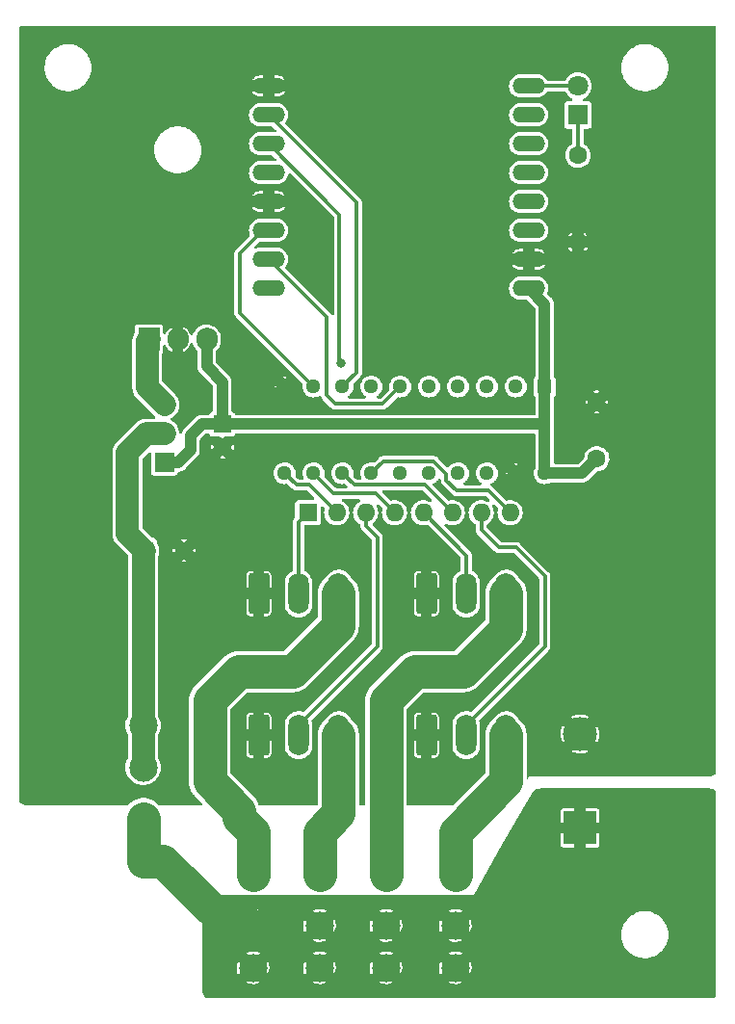
<source format=gbr>
G04 #@! TF.GenerationSoftware,KiCad,Pcbnew,(5.99.0-13060-g64f77b3596)*
G04 #@! TF.CreationDate,2021-11-07T13:13:28-05:00*
G04 #@! TF.ProjectId,ESP32_CAM_Controller,45535033-325f-4434-914d-5f436f6e7472,v1*
G04 #@! TF.SameCoordinates,Original*
G04 #@! TF.FileFunction,Copper,L2,Bot*
G04 #@! TF.FilePolarity,Positive*
%FSLAX46Y46*%
G04 Gerber Fmt 4.6, Leading zero omitted, Abs format (unit mm)*
G04 Created by KiCad (PCBNEW (5.99.0-13060-g64f77b3596)) date 2021-11-07 13:13:28*
%MOMM*%
%LPD*%
G01*
G04 APERTURE LIST*
G04 Aperture macros list*
%AMRoundRect*
0 Rectangle with rounded corners*
0 $1 Rounding radius*
0 $2 $3 $4 $5 $6 $7 $8 $9 X,Y pos of 4 corners*
0 Add a 4 corners polygon primitive as box body*
4,1,4,$2,$3,$4,$5,$6,$7,$8,$9,$2,$3,0*
0 Add four circle primitives for the rounded corners*
1,1,$1+$1,$2,$3*
1,1,$1+$1,$4,$5*
1,1,$1+$1,$6,$7*
1,1,$1+$1,$8,$9*
0 Add four rect primitives between the rounded corners*
20,1,$1+$1,$2,$3,$4,$5,0*
20,1,$1+$1,$4,$5,$6,$7,0*
20,1,$1+$1,$6,$7,$8,$9,0*
20,1,$1+$1,$8,$9,$2,$3,0*%
G04 Aperture macros list end*
G04 #@! TA.AperFunction,ComponentPad*
%ADD10C,1.600000*%
G04 #@! TD*
G04 #@! TA.AperFunction,ComponentPad*
%ADD11RoundRect,0.250000X-0.650000X-1.550000X0.650000X-1.550000X0.650000X1.550000X-0.650000X1.550000X0*%
G04 #@! TD*
G04 #@! TA.AperFunction,ComponentPad*
%ADD12O,1.800000X3.600000*%
G04 #@! TD*
G04 #@! TA.AperFunction,ComponentPad*
%ADD13C,2.475000*%
G04 #@! TD*
G04 #@! TA.AperFunction,ComponentPad*
%ADD14R,1.600000X1.600000*%
G04 #@! TD*
G04 #@! TA.AperFunction,ComponentPad*
%ADD15R,1.295400X1.295400*%
G04 #@! TD*
G04 #@! TA.AperFunction,ComponentPad*
%ADD16C,1.295400*%
G04 #@! TD*
G04 #@! TA.AperFunction,ComponentPad*
%ADD17O,1.600000X1.600000*%
G04 #@! TD*
G04 #@! TA.AperFunction,ComponentPad*
%ADD18R,1.800000X1.800000*%
G04 #@! TD*
G04 #@! TA.AperFunction,ComponentPad*
%ADD19C,1.800000*%
G04 #@! TD*
G04 #@! TA.AperFunction,ComponentPad*
%ADD20R,1.905000X2.000000*%
G04 #@! TD*
G04 #@! TA.AperFunction,ComponentPad*
%ADD21O,1.905000X2.000000*%
G04 #@! TD*
G04 #@! TA.AperFunction,ComponentPad*
%ADD22R,1.700000X1.700000*%
G04 #@! TD*
G04 #@! TA.AperFunction,ComponentPad*
%ADD23O,1.700000X1.700000*%
G04 #@! TD*
G04 #@! TA.AperFunction,ComponentPad*
%ADD24R,3.000000X3.000000*%
G04 #@! TD*
G04 #@! TA.AperFunction,ComponentPad*
%ADD25C,3.000000*%
G04 #@! TD*
G04 #@! TA.AperFunction,ComponentPad*
%ADD26O,2.844800X1.422400*%
G04 #@! TD*
G04 #@! TA.AperFunction,ViaPad*
%ADD27C,0.800000*%
G04 #@! TD*
G04 #@! TA.AperFunction,Conductor*
%ADD28C,0.350000*%
G04 #@! TD*
G04 #@! TA.AperFunction,Conductor*
%ADD29C,3.000000*%
G04 #@! TD*
G04 #@! TA.AperFunction,Conductor*
%ADD30C,1.000000*%
G04 #@! TD*
G04 #@! TA.AperFunction,Conductor*
%ADD31C,2.000000*%
G04 #@! TD*
G04 APERTURE END LIST*
D10*
X166355000Y-85684000D03*
X166355000Y-80684000D03*
D11*
X151380000Y-109982000D03*
D12*
X154880000Y-109982000D03*
X158380000Y-109982000D03*
D13*
X141982000Y-130410000D03*
X141982000Y-126710000D03*
X141982000Y-122210000D03*
X141982000Y-118510000D03*
X136140000Y-130410000D03*
X136140000Y-126710000D03*
X136140000Y-122210000D03*
X136140000Y-118510000D03*
D11*
X136648000Y-109982000D03*
D12*
X140148000Y-109982000D03*
X143648000Y-109982000D03*
D13*
X126488000Y-121012000D03*
X126488000Y-117312000D03*
X126488000Y-112812000D03*
X126488000Y-109112000D03*
X153920000Y-130410000D03*
X153920000Y-126710000D03*
X153920000Y-122210000D03*
X153920000Y-118510000D03*
D14*
X126600000Y-93750000D03*
D10*
X130100000Y-93750000D03*
D14*
X133462000Y-82636000D03*
D10*
X133462000Y-84636000D03*
D11*
X151380000Y-97536000D03*
D12*
X154880000Y-97536000D03*
X158380000Y-97536000D03*
D13*
X147824000Y-130410000D03*
X147824000Y-126710000D03*
X147824000Y-122210000D03*
X147824000Y-118510000D03*
D15*
X161783000Y-79334000D03*
D16*
X159243000Y-79334000D03*
X156703000Y-79334000D03*
X154163000Y-79334000D03*
X151623000Y-79334000D03*
X149083000Y-79334000D03*
X146543000Y-79334000D03*
X144003000Y-79334000D03*
X141463000Y-79334000D03*
X138923000Y-79334000D03*
X138923000Y-86954000D03*
X141463000Y-86954000D03*
X144003000Y-86954000D03*
X146543000Y-86954000D03*
X149083000Y-86954000D03*
X151623000Y-86954000D03*
X154163000Y-86954000D03*
X156703000Y-86954000D03*
X159243000Y-86954000D03*
X161783000Y-86954000D03*
D11*
X136648000Y-97536000D03*
D12*
X140148000Y-97536000D03*
X143648000Y-97536000D03*
D14*
X140966000Y-90424000D03*
D17*
X143506000Y-90424000D03*
X146046000Y-90424000D03*
X148586000Y-90424000D03*
X151126000Y-90424000D03*
X153666000Y-90424000D03*
X156206000Y-90424000D03*
X158746000Y-90424000D03*
D18*
X164704000Y-55458000D03*
D19*
X164704000Y-52918000D03*
D10*
X164704000Y-59014000D03*
D17*
X164704000Y-66634000D03*
D20*
X126996000Y-75184000D03*
D21*
X129536000Y-75184000D03*
X132076000Y-75184000D03*
D22*
X128350000Y-86000000D03*
D23*
X128350000Y-83460000D03*
X128350000Y-80920000D03*
D24*
X164881800Y-118129960D03*
D25*
X164881800Y-109880040D03*
D26*
X160386000Y-70698000D03*
X160386000Y-68158000D03*
X160386000Y-65618000D03*
X160386000Y-63078000D03*
X160386000Y-60538000D03*
X160386000Y-57998000D03*
X160386000Y-55458000D03*
X160386000Y-52918000D03*
X137526000Y-52918000D03*
X137526000Y-55458000D03*
X137526000Y-57998000D03*
X137526000Y-60538000D03*
X137526000Y-63078000D03*
X137526000Y-65618000D03*
X137526000Y-68158000D03*
X137526000Y-70698000D03*
D27*
X149210000Y-49870000D03*
X174610000Y-57490000D03*
X157250000Y-94750000D03*
X120250000Y-110750000D03*
X143250000Y-93750000D03*
X174610000Y-75270000D03*
X120250000Y-60750000D03*
X122950000Y-94950000D03*
X129150000Y-108950000D03*
X120250000Y-70750000D03*
X125250000Y-50750000D03*
X164450000Y-100670000D03*
X127950000Y-89650000D03*
X159370000Y-49870000D03*
X174610000Y-65110000D03*
X120250000Y-85750000D03*
X164450000Y-90510000D03*
X174610000Y-93050000D03*
X174610000Y-82890000D03*
X124350000Y-81350000D03*
X120250000Y-100750000D03*
X124250000Y-75350000D03*
X174610000Y-100670000D03*
X166990000Y-72730000D03*
X160177000Y-81136000D03*
X133970000Y-49870000D03*
X174356000Y-116164000D03*
X174356000Y-123784000D03*
X174356000Y-118450000D03*
X171054000Y-131912000D03*
X174356000Y-120736000D03*
X165212000Y-131912000D03*
X168006000Y-131912000D03*
X162164000Y-131912000D03*
X174610000Y-131912000D03*
X143876000Y-77302000D03*
D28*
X145250000Y-78087000D02*
X144003000Y-79334000D01*
X145250000Y-63182000D02*
X145250000Y-78087000D01*
X137526000Y-55458000D02*
X145250000Y-63182000D01*
X143750000Y-77176000D02*
X143750000Y-64222000D01*
X143876000Y-77302000D02*
X143750000Y-77176000D01*
X143750000Y-64222000D02*
X137526000Y-57998000D01*
D29*
X126488000Y-117312000D02*
X126488000Y-121012000D01*
X128238089Y-121012000D02*
X133936089Y-126710000D01*
X126488000Y-121012000D02*
X128238089Y-121012000D01*
X133936089Y-126710000D02*
X136140000Y-126710000D01*
D30*
X165085000Y-86954000D02*
X161783000Y-86954000D01*
X161783000Y-82636000D02*
X161783000Y-79334000D01*
X161783000Y-82636000D02*
X161783000Y-86954000D01*
X131662000Y-82636000D02*
X130668000Y-83630000D01*
X132076000Y-77576000D02*
X132076000Y-75184000D01*
X129590000Y-86000000D02*
X128350000Y-86000000D01*
X130668000Y-83630000D02*
X130668000Y-84922000D01*
X130668000Y-84922000D02*
X129590000Y-86000000D01*
X161783000Y-79334000D02*
X161783000Y-72095000D01*
X161783000Y-72095000D02*
X160386000Y-70698000D01*
X132076000Y-77576000D02*
X133462000Y-78962000D01*
X166355000Y-85684000D02*
X165085000Y-86954000D01*
X133462000Y-78962000D02*
X133462000Y-82636000D01*
X133462000Y-82636000D02*
X131662000Y-82636000D01*
X161783000Y-82636000D02*
X133462000Y-82636000D01*
D28*
X140148000Y-91242000D02*
X140966000Y-90424000D01*
X140148000Y-97536000D02*
X140148000Y-91242000D01*
D29*
X136140000Y-118510000D02*
X136140000Y-122210000D01*
X132330000Y-114046000D02*
X132330000Y-106934000D01*
X134902501Y-117272501D02*
X134902501Y-116618501D01*
X143648000Y-100352000D02*
X143648000Y-97536000D01*
X134902501Y-116618501D02*
X132330000Y-114046000D01*
X134870000Y-104394000D02*
X139606000Y-104394000D01*
X136140000Y-118510000D02*
X134902501Y-117272501D01*
X139606000Y-104394000D02*
X143648000Y-100352000D01*
X132330000Y-106934000D02*
X134870000Y-104394000D01*
D28*
X146046000Y-90424000D02*
X146046000Y-91555370D01*
X146046000Y-91555370D02*
X147062000Y-92571370D01*
X147062000Y-92571370D02*
X147062000Y-102168000D01*
X147062000Y-102168000D02*
X140148000Y-109082000D01*
X140148000Y-109082000D02*
X140148000Y-109982000D01*
D29*
X141982000Y-118510000D02*
X143648000Y-116844000D01*
X141982000Y-122210000D02*
X141982000Y-118510000D01*
X143648000Y-116844000D02*
X143648000Y-109982000D01*
D28*
X151126000Y-90424000D02*
X154880000Y-94178000D01*
X154880000Y-94178000D02*
X154880000Y-97536000D01*
D29*
X147824000Y-118510000D02*
X147824000Y-122210000D01*
X147824000Y-118510000D02*
X147824000Y-106934000D01*
X154606000Y-104394000D02*
X158380000Y-100620000D01*
X158380000Y-100620000D02*
X158380000Y-97536000D01*
X150364000Y-104394000D02*
X154606000Y-104394000D01*
X147824000Y-106934000D02*
X150364000Y-104394000D01*
D28*
X161794000Y-102168000D02*
X161794000Y-96012000D01*
X156206000Y-91948000D02*
X156206000Y-90424000D01*
X159254000Y-93472000D02*
X157730000Y-93472000D01*
X154880000Y-109982000D02*
X154880000Y-109082000D01*
X157730000Y-93472000D02*
X156206000Y-91948000D01*
X154880000Y-109082000D02*
X161794000Y-102168000D01*
X161794000Y-96012000D02*
X159254000Y-93472000D01*
D29*
X153920000Y-118510000D02*
X153920000Y-122210000D01*
X153920000Y-118510000D02*
X158380000Y-114050000D01*
X158380000Y-114050000D02*
X158380000Y-109982000D01*
D28*
X164704000Y-52918000D02*
X160386000Y-52918000D01*
X147565211Y-85931789D02*
X152046415Y-85931789D01*
X156800000Y-88478000D02*
X158746000Y-90424000D01*
X152046415Y-85931789D02*
X153140789Y-87026163D01*
X146543000Y-86954000D02*
X147565211Y-85931789D01*
X153140789Y-87582789D02*
X154036000Y-88478000D01*
X153140789Y-87026163D02*
X153140789Y-87582789D01*
X154036000Y-88478000D02*
X156800000Y-88478000D01*
X153544000Y-90651949D02*
X153290000Y-90905949D01*
X144003000Y-86954000D02*
X145025211Y-87976211D01*
X151218211Y-87976211D02*
X153666000Y-90424000D01*
X145025211Y-87976211D02*
X151218211Y-87976211D01*
X143241000Y-88732000D02*
X146894000Y-88732000D01*
X146894000Y-88732000D02*
X148586000Y-90424000D01*
X141463000Y-86954000D02*
X143241000Y-88732000D01*
D31*
X125100000Y-85170000D02*
X125100000Y-92250000D01*
X125100000Y-92250000D02*
X126600000Y-93750000D01*
X126488000Y-109112000D02*
X126488000Y-93862000D01*
X126488000Y-112812000D02*
X126488000Y-109112000D01*
X126488000Y-93862000D02*
X126600000Y-93750000D01*
X128350000Y-83460000D02*
X126810000Y-83460000D01*
X126810000Y-83460000D02*
X125100000Y-85170000D01*
D28*
X138923000Y-86954000D02*
X139945211Y-87976211D01*
X139945211Y-87976211D02*
X141058211Y-87976211D01*
X141058211Y-87976211D02*
X143506000Y-90424000D01*
X164704000Y-59014000D02*
X164704000Y-55458000D01*
D31*
X126850000Y-75330000D02*
X126996000Y-75184000D01*
X126850000Y-79420000D02*
X126850000Y-75330000D01*
X128350000Y-80920000D02*
X126850000Y-79420000D01*
D28*
X137018000Y-65618000D02*
X134986000Y-67650000D01*
X137526000Y-65618000D02*
X137018000Y-65618000D01*
X134986000Y-67650000D02*
X134986000Y-72857000D01*
X134986000Y-72857000D02*
X141463000Y-79334000D01*
X143368000Y-80858000D02*
X147559000Y-80858000D01*
X137526000Y-68158000D02*
X142606000Y-73238000D01*
X142606000Y-80096000D02*
X143368000Y-80858000D01*
X147559000Y-80858000D02*
X149083000Y-79334000D01*
X142606000Y-73238000D02*
X142606000Y-80096000D01*
G04 #@! TA.AperFunction,Conductor*
G36*
X176784121Y-47658002D02*
G01*
X176830614Y-47711658D01*
X176842000Y-47764000D01*
X176842000Y-113283912D01*
X176821998Y-113352033D01*
X176795936Y-113381308D01*
X176715158Y-113447601D01*
X176694631Y-113461317D01*
X176602417Y-113510607D01*
X176543629Y-113542029D01*
X176520810Y-113551482D01*
X176356957Y-113601185D01*
X176332740Y-113606001D01*
X176156163Y-113623393D01*
X176143813Y-113624000D01*
X160386000Y-113624000D01*
X160271295Y-113853409D01*
X160254473Y-113849807D01*
X160204109Y-113799767D01*
X160188500Y-113739024D01*
X160188500Y-111382137D01*
X164092430Y-111382137D01*
X164096896Y-111388103D01*
X164197891Y-111441239D01*
X164206440Y-111444955D01*
X164436157Y-111525176D01*
X164445167Y-111527590D01*
X164684227Y-111572978D01*
X164693482Y-111574032D01*
X164936628Y-111583586D01*
X164945942Y-111583260D01*
X165187816Y-111556771D01*
X165196993Y-111555070D01*
X165432295Y-111493120D01*
X165441115Y-111490083D01*
X165664679Y-111394032D01*
X165665985Y-111393352D01*
X165674020Y-111384392D01*
X165670131Y-111375478D01*
X164894612Y-110599959D01*
X164880668Y-110592345D01*
X164878835Y-110592476D01*
X164872220Y-110596727D01*
X164099190Y-111369757D01*
X164092430Y-111382137D01*
X160188500Y-111382137D01*
X160188500Y-109913763D01*
X160183025Y-109840085D01*
X163177841Y-109840085D01*
X163189516Y-110083129D01*
X163190652Y-110092384D01*
X163238125Y-110331042D01*
X163240613Y-110340014D01*
X163322839Y-110569033D01*
X163326628Y-110577545D01*
X163370676Y-110659523D01*
X163380581Y-110669563D01*
X163387811Y-110666922D01*
X164161881Y-109892852D01*
X164168259Y-109881172D01*
X165594105Y-109881172D01*
X165594236Y-109883005D01*
X165598487Y-109889620D01*
X166374115Y-110665248D01*
X166386495Y-110672008D01*
X166391260Y-110668441D01*
X166481834Y-110467373D01*
X166485029Y-110458595D01*
X166551074Y-110224414D01*
X166552932Y-110215285D01*
X166583833Y-109972391D01*
X166584314Y-109966104D01*
X166586484Y-109883200D01*
X166586333Y-109876890D01*
X166568189Y-109632724D01*
X166566809Y-109623493D01*
X166513108Y-109386171D01*
X166510384Y-109377260D01*
X166422191Y-109150472D01*
X166418180Y-109142063D01*
X166393966Y-109099698D01*
X166383802Y-109089922D01*
X166375903Y-109093044D01*
X165601719Y-109867228D01*
X165594105Y-109881172D01*
X164168259Y-109881172D01*
X164169495Y-109878908D01*
X164169364Y-109877075D01*
X164165113Y-109870460D01*
X163389968Y-109095315D01*
X163377588Y-109088555D01*
X163370066Y-109094186D01*
X163365270Y-109102089D01*
X163361031Y-109110409D01*
X163266938Y-109334794D01*
X163263977Y-109343644D01*
X163204085Y-109579471D01*
X163202463Y-109588668D01*
X163178086Y-109830760D01*
X163177841Y-109840085D01*
X160183025Y-109840085D01*
X160181552Y-109820260D01*
X160173996Y-109718592D01*
X160173996Y-109718591D01*
X160173650Y-109713937D01*
X160120518Y-109479124D01*
X160115361Y-109456331D01*
X160115360Y-109456326D01*
X160114327Y-109451763D01*
X160016902Y-109201238D01*
X159883518Y-108967864D01*
X159859986Y-108938013D01*
X159805899Y-108869404D01*
X159717105Y-108756769D01*
X159521317Y-108572591D01*
X159481157Y-108544731D01*
X159439252Y-108495449D01*
X159426830Y-108469406D01*
X159426824Y-108469396D01*
X159424411Y-108464337D01*
X159361849Y-108377272D01*
X164090279Y-108377272D01*
X164092031Y-108383164D01*
X164868988Y-109160121D01*
X164882932Y-109167735D01*
X164884765Y-109167604D01*
X164891380Y-109163353D01*
X165664930Y-108389803D01*
X165671690Y-108377423D01*
X165667636Y-108372007D01*
X165524605Y-108301473D01*
X165515972Y-108297985D01*
X165284220Y-108223801D01*
X165275160Y-108221625D01*
X165034991Y-108182511D01*
X165025704Y-108181699D01*
X164782403Y-108178514D01*
X164773091Y-108179084D01*
X164531989Y-108211896D01*
X164522871Y-108213834D01*
X164289277Y-108281921D01*
X164280524Y-108285193D01*
X164100903Y-108368000D01*
X164090279Y-108377272D01*
X159361849Y-108377272D01*
X159298526Y-108289149D01*
X159143608Y-108139023D01*
X158964553Y-108018703D01*
X158911805Y-107995548D01*
X158823796Y-107956915D01*
X158767020Y-107931992D01*
X158557255Y-107881632D01*
X158474212Y-107876844D01*
X158347494Y-107869537D01*
X158347491Y-107869537D01*
X158341887Y-107869214D01*
X158336309Y-107869889D01*
X158133292Y-107894456D01*
X158133291Y-107894456D01*
X158127723Y-107895130D01*
X158122369Y-107896777D01*
X158122365Y-107896778D01*
X157952244Y-107949115D01*
X157921534Y-107958563D01*
X157729836Y-108057505D01*
X157668440Y-108104616D01*
X157563140Y-108185415D01*
X157563136Y-108185419D01*
X157558689Y-108188831D01*
X157413503Y-108348389D01*
X157410525Y-108353137D01*
X157410520Y-108353143D01*
X157316639Y-108502802D01*
X157283043Y-108537077D01*
X157283588Y-108537787D01*
X157279882Y-108540631D01*
X157275968Y-108543197D01*
X157075426Y-108722188D01*
X156903544Y-108928854D01*
X156764096Y-109158656D01*
X156762287Y-109162970D01*
X156762285Y-109162974D01*
X156686524Y-109343644D01*
X156660148Y-109406545D01*
X156593981Y-109667077D01*
X156571500Y-109890334D01*
X156571500Y-113248705D01*
X156551498Y-113316826D01*
X156534595Y-113337800D01*
X153745300Y-116127095D01*
X153682988Y-116161121D01*
X153656205Y-116164000D01*
X149758500Y-116164000D01*
X149690379Y-116143998D01*
X149643886Y-116090342D01*
X149632500Y-116038000D01*
X149632500Y-111582804D01*
X150280001Y-111582804D01*
X150280280Y-111588725D01*
X150282256Y-111609631D01*
X150285521Y-111624516D01*
X150324694Y-111736064D01*
X150333406Y-111752520D01*
X150402616Y-111846221D01*
X150415779Y-111859384D01*
X150509480Y-111928594D01*
X150525936Y-111937306D01*
X150637479Y-111976477D01*
X150652373Y-111979745D01*
X150673281Y-111981721D01*
X150679192Y-111982000D01*
X150861885Y-111982000D01*
X150877124Y-111977525D01*
X150878329Y-111976135D01*
X150880000Y-111968452D01*
X150880000Y-111963884D01*
X151880000Y-111963884D01*
X151884475Y-111979123D01*
X151885865Y-111980328D01*
X151893548Y-111981999D01*
X152080804Y-111981999D01*
X152086725Y-111981720D01*
X152107631Y-111979744D01*
X152122516Y-111976479D01*
X152234064Y-111937306D01*
X152250520Y-111928594D01*
X152344221Y-111859384D01*
X152357384Y-111846221D01*
X152426594Y-111752520D01*
X152435306Y-111736064D01*
X152474477Y-111624521D01*
X152477745Y-111609627D01*
X152479721Y-111588719D01*
X152480000Y-111582808D01*
X152480000Y-110500115D01*
X152475525Y-110484876D01*
X152474135Y-110483671D01*
X152466452Y-110482000D01*
X151898115Y-110482000D01*
X151882876Y-110486475D01*
X151881671Y-110487865D01*
X151880000Y-110495548D01*
X151880000Y-111963884D01*
X150880000Y-111963884D01*
X150880000Y-110500115D01*
X150875525Y-110484876D01*
X150874135Y-110483671D01*
X150866452Y-110482000D01*
X150298116Y-110482000D01*
X150282877Y-110486475D01*
X150281672Y-110487865D01*
X150280001Y-110495548D01*
X150280001Y-111582804D01*
X149632500Y-111582804D01*
X149632500Y-109463885D01*
X150280000Y-109463885D01*
X150284475Y-109479124D01*
X150285865Y-109480329D01*
X150293548Y-109482000D01*
X150861885Y-109482000D01*
X150877124Y-109477525D01*
X150878329Y-109476135D01*
X150880000Y-109468452D01*
X150880000Y-109463885D01*
X151880000Y-109463885D01*
X151884475Y-109479124D01*
X151885865Y-109480329D01*
X151893548Y-109482000D01*
X152461884Y-109482000D01*
X152477123Y-109477525D01*
X152478328Y-109476135D01*
X152479999Y-109468452D01*
X152479999Y-108381196D01*
X152479720Y-108375275D01*
X152477744Y-108354369D01*
X152474479Y-108339484D01*
X152435306Y-108227936D01*
X152426594Y-108211480D01*
X152357384Y-108117779D01*
X152344221Y-108104616D01*
X152250520Y-108035406D01*
X152234064Y-108026694D01*
X152122521Y-107987523D01*
X152107627Y-107984255D01*
X152086719Y-107982279D01*
X152080808Y-107982000D01*
X151898115Y-107982000D01*
X151882876Y-107986475D01*
X151881671Y-107987865D01*
X151880000Y-107995548D01*
X151880000Y-109463885D01*
X150880000Y-109463885D01*
X150880000Y-108000116D01*
X150875525Y-107984877D01*
X150874135Y-107983672D01*
X150866452Y-107982001D01*
X150679196Y-107982001D01*
X150673275Y-107982280D01*
X150652369Y-107984256D01*
X150637484Y-107987521D01*
X150525936Y-108026694D01*
X150509480Y-108035406D01*
X150415779Y-108104616D01*
X150402616Y-108117779D01*
X150333406Y-108211480D01*
X150324694Y-108227936D01*
X150285523Y-108339479D01*
X150282255Y-108354373D01*
X150280279Y-108375281D01*
X150280000Y-108381192D01*
X150280000Y-109463885D01*
X149632500Y-109463885D01*
X149632500Y-107735295D01*
X149652502Y-107667174D01*
X149669405Y-107646200D01*
X151076200Y-106239405D01*
X151138512Y-106205379D01*
X151165295Y-106202500D01*
X154549640Y-106202500D01*
X154556783Y-106202703D01*
X154632976Y-106207030D01*
X154632983Y-106207030D01*
X154637652Y-106207295D01*
X154754715Y-106196538D01*
X154756793Y-106196365D01*
X154809530Y-106192446D01*
X154869400Y-106187997D01*
X154869406Y-106187996D01*
X154874063Y-106187650D01*
X154881479Y-106185972D01*
X154897747Y-106183396D01*
X154900658Y-106183128D01*
X154900662Y-106183127D01*
X154905325Y-106182699D01*
X154909866Y-106181588D01*
X154909871Y-106181587D01*
X155019493Y-106154763D01*
X155021633Y-106154259D01*
X155061762Y-106145179D01*
X155136237Y-106128327D01*
X155140601Y-106126630D01*
X155143317Y-106125574D01*
X155159039Y-106120617D01*
X155161874Y-106119923D01*
X155161880Y-106119921D01*
X155166425Y-106118809D01*
X155175811Y-106114969D01*
X155275202Y-106074307D01*
X155277244Y-106073492D01*
X155382414Y-106032593D01*
X155382416Y-106032592D01*
X155386762Y-106030902D01*
X155390810Y-106028589D01*
X155390815Y-106028586D01*
X155393362Y-106027130D01*
X155408169Y-106019908D01*
X155409798Y-106019241D01*
X155410890Y-106018795D01*
X155410893Y-106018794D01*
X155415211Y-106017027D01*
X155516229Y-105956928D01*
X155518127Y-105955821D01*
X155620136Y-105897518D01*
X155626102Y-105892815D01*
X155639686Y-105883478D01*
X155646222Y-105879590D01*
X155668149Y-105861675D01*
X155737239Y-105805226D01*
X155738955Y-105803849D01*
X155827556Y-105734002D01*
X155831231Y-105731105D01*
X155904981Y-105652706D01*
X155907661Y-105649944D01*
X159618941Y-101938664D01*
X159624135Y-101933756D01*
X159681082Y-101882929D01*
X159681084Y-101882927D01*
X159684574Y-101879812D01*
X159759744Y-101789430D01*
X159761141Y-101787779D01*
X159834795Y-101702300D01*
X159834797Y-101702298D01*
X159837851Y-101698753D01*
X159841907Y-101692325D01*
X159851588Y-101679000D01*
X159856456Y-101673146D01*
X159917438Y-101572652D01*
X159918564Y-101570832D01*
X159981289Y-101471420D01*
X159984353Y-101464457D01*
X159991960Y-101449844D01*
X159993480Y-101447339D01*
X159993480Y-101447338D01*
X159995904Y-101443344D01*
X160041345Y-101334979D01*
X160042213Y-101332958D01*
X160087661Y-101229668D01*
X160089547Y-101225382D01*
X160091547Y-101218047D01*
X160096908Y-101202477D01*
X160099852Y-101195455D01*
X160128795Y-101081493D01*
X160129347Y-101079395D01*
X160133023Y-101065914D01*
X160160250Y-100966045D01*
X160161142Y-100958508D01*
X160164148Y-100942288D01*
X160164199Y-100942088D01*
X160166019Y-100934923D01*
X160177798Y-100817941D01*
X160178024Y-100815874D01*
X160191845Y-100699107D01*
X160188559Y-100591558D01*
X160188500Y-100587710D01*
X160188500Y-97467763D01*
X160173650Y-97267937D01*
X160120518Y-97033124D01*
X160115361Y-97010331D01*
X160115360Y-97010326D01*
X160114327Y-97005763D01*
X160016902Y-96755238D01*
X159883518Y-96521864D01*
X159859986Y-96492013D01*
X159808515Y-96426723D01*
X159717105Y-96310769D01*
X159521317Y-96126591D01*
X159481157Y-96098731D01*
X159439252Y-96049449D01*
X159426830Y-96023406D01*
X159426824Y-96023396D01*
X159424411Y-96018337D01*
X159298526Y-95843149D01*
X159218378Y-95765480D01*
X159147636Y-95696926D01*
X159147633Y-95696924D01*
X159143608Y-95693023D01*
X158964553Y-95572703D01*
X158911805Y-95549548D01*
X158823796Y-95510915D01*
X158767020Y-95485992D01*
X158557255Y-95435632D01*
X158474212Y-95430844D01*
X158347494Y-95423537D01*
X158347491Y-95423537D01*
X158341887Y-95423214D01*
X158336309Y-95423889D01*
X158133292Y-95448456D01*
X158133291Y-95448456D01*
X158127723Y-95449130D01*
X158122369Y-95450777D01*
X158122365Y-95450778D01*
X157952244Y-95503115D01*
X157921534Y-95512563D01*
X157729836Y-95611505D01*
X157701740Y-95633064D01*
X157563140Y-95739415D01*
X157563136Y-95739419D01*
X157558689Y-95742831D01*
X157413503Y-95902389D01*
X157410525Y-95907137D01*
X157410520Y-95907143D01*
X157316639Y-96056802D01*
X157283043Y-96091077D01*
X157283588Y-96091787D01*
X157279882Y-96094631D01*
X157275968Y-96097197D01*
X157272476Y-96100314D01*
X157118572Y-96237679D01*
X157075426Y-96276188D01*
X156903544Y-96482854D01*
X156764096Y-96712656D01*
X156660148Y-96960545D01*
X156593981Y-97221077D01*
X156571500Y-97444334D01*
X156571500Y-99818705D01*
X156551498Y-99886826D01*
X156534595Y-99907800D01*
X153893800Y-102548595D01*
X153831488Y-102582621D01*
X153804705Y-102585500D01*
X150420348Y-102585500D01*
X150413205Y-102585297D01*
X150337024Y-102580971D01*
X150337017Y-102580971D01*
X150332348Y-102580706D01*
X150280176Y-102585500D01*
X150215407Y-102591451D01*
X150213216Y-102591633D01*
X150100608Y-102600002D01*
X150100596Y-102600004D01*
X150095937Y-102600350D01*
X150088510Y-102602030D01*
X150072255Y-102604605D01*
X150064674Y-102605302D01*
X150060133Y-102606413D01*
X150060128Y-102606414D01*
X149950565Y-102633223D01*
X149948426Y-102633727D01*
X149865432Y-102652507D01*
X149833763Y-102659673D01*
X149829407Y-102661367D01*
X149826670Y-102662431D01*
X149810963Y-102667384D01*
X149803575Y-102669192D01*
X149734801Y-102697328D01*
X149694845Y-102713674D01*
X149692804Y-102714489D01*
X149639377Y-102735266D01*
X149583238Y-102757098D01*
X149579182Y-102759416D01*
X149579180Y-102759417D01*
X149576634Y-102760872D01*
X149561838Y-102768088D01*
X149559126Y-102769198D01*
X149559120Y-102769201D01*
X149554789Y-102770973D01*
X149550770Y-102773364D01*
X149550768Y-102773365D01*
X149453773Y-102831071D01*
X149451875Y-102832178D01*
X149349864Y-102890482D01*
X149346193Y-102893376D01*
X149343898Y-102895185D01*
X149330314Y-102904522D01*
X149323778Y-102908410D01*
X149320160Y-102911366D01*
X149232761Y-102982774D01*
X149231045Y-102984151D01*
X149159255Y-103040745D01*
X149138769Y-103056895D01*
X149135566Y-103060300D01*
X149065019Y-103135294D01*
X149062339Y-103138056D01*
X146585059Y-105615336D01*
X146579865Y-105620244D01*
X146543495Y-105652706D01*
X146519426Y-105674188D01*
X146469680Y-105734002D01*
X146444280Y-105764542D01*
X146442882Y-105766194D01*
X146366149Y-105855247D01*
X146363652Y-105859204D01*
X146363650Y-105859207D01*
X146362093Y-105861675D01*
X146352412Y-105875000D01*
X146347544Y-105880854D01*
X146345120Y-105884849D01*
X146286562Y-105981348D01*
X146285436Y-105983168D01*
X146222711Y-106082580D01*
X146220831Y-106086851D01*
X146220830Y-106086854D01*
X146219647Y-106089543D01*
X146212040Y-106104156D01*
X146208096Y-106110656D01*
X146172157Y-106196361D01*
X146162655Y-106219021D01*
X146161787Y-106221042D01*
X146114453Y-106328618D01*
X146112453Y-106335953D01*
X146107092Y-106351523D01*
X146104148Y-106358545D01*
X146102997Y-106363077D01*
X146075213Y-106472478D01*
X146074660Y-106474577D01*
X146043750Y-106587955D01*
X146043201Y-106592595D01*
X146043200Y-106592600D01*
X146042858Y-106595492D01*
X146039853Y-106611708D01*
X146037981Y-106619077D01*
X146037513Y-106623729D01*
X146026207Y-106736009D01*
X146025976Y-106738126D01*
X146012155Y-106854893D01*
X146012298Y-106859564D01*
X146015441Y-106962442D01*
X146015500Y-106966290D01*
X146015500Y-116038000D01*
X145995498Y-116106121D01*
X145941842Y-116152614D01*
X145889500Y-116164000D01*
X145582500Y-116164000D01*
X145514379Y-116143998D01*
X145467886Y-116090342D01*
X145456500Y-116038000D01*
X145456500Y-109913763D01*
X145449552Y-109820260D01*
X145441996Y-109718592D01*
X145441996Y-109718591D01*
X145441650Y-109713937D01*
X145388518Y-109479124D01*
X145383361Y-109456331D01*
X145383360Y-109456326D01*
X145382327Y-109451763D01*
X145284902Y-109201238D01*
X145151518Y-108967864D01*
X145127986Y-108938013D01*
X145073899Y-108869404D01*
X144985105Y-108756769D01*
X144789317Y-108572591D01*
X144749157Y-108544731D01*
X144707252Y-108495449D01*
X144694830Y-108469406D01*
X144694824Y-108469396D01*
X144692411Y-108464337D01*
X144566526Y-108289149D01*
X144411608Y-108139023D01*
X144232553Y-108018703D01*
X144179805Y-107995548D01*
X144091796Y-107956915D01*
X144035020Y-107931992D01*
X143825255Y-107881632D01*
X143742212Y-107876844D01*
X143615494Y-107869537D01*
X143615491Y-107869537D01*
X143609887Y-107869214D01*
X143604309Y-107869889D01*
X143401292Y-107894456D01*
X143401291Y-107894456D01*
X143395723Y-107895130D01*
X143390369Y-107896777D01*
X143390365Y-107896778D01*
X143220244Y-107949115D01*
X143189534Y-107958563D01*
X142997836Y-108057505D01*
X142936440Y-108104616D01*
X142831140Y-108185415D01*
X142831136Y-108185419D01*
X142826689Y-108188831D01*
X142681503Y-108348389D01*
X142678525Y-108353137D01*
X142678520Y-108353143D01*
X142584639Y-108502802D01*
X142551043Y-108537077D01*
X142551588Y-108537787D01*
X142547882Y-108540631D01*
X142543968Y-108543197D01*
X142343426Y-108722188D01*
X142171544Y-108928854D01*
X142032096Y-109158656D01*
X142030287Y-109162970D01*
X142030285Y-109162974D01*
X141954524Y-109343644D01*
X141928148Y-109406545D01*
X141861981Y-109667077D01*
X141839500Y-109890334D01*
X141839500Y-116038000D01*
X141819498Y-116106121D01*
X141765842Y-116152614D01*
X141713500Y-116164000D01*
X136752473Y-116164000D01*
X136684352Y-116143998D01*
X136637859Y-116090342D01*
X136635032Y-116083645D01*
X136634065Y-116081157D01*
X136629120Y-116065474D01*
X136627310Y-116058077D01*
X136624901Y-116052188D01*
X136582804Y-115949291D01*
X136581989Y-115947248D01*
X136541098Y-115842097D01*
X136541097Y-115842094D01*
X136539403Y-115837739D01*
X136536892Y-115833344D01*
X136535629Y-115831135D01*
X136528413Y-115816339D01*
X136527303Y-115813627D01*
X136527300Y-115813621D01*
X136525528Y-115809290D01*
X136474702Y-115723858D01*
X136465430Y-115708274D01*
X136464322Y-115706374D01*
X136452928Y-115686439D01*
X136406019Y-115604365D01*
X136401316Y-115598399D01*
X136391976Y-115584810D01*
X136390476Y-115582288D01*
X136388091Y-115578279D01*
X136364956Y-115549963D01*
X136313727Y-115487262D01*
X136312350Y-115485546D01*
X136242503Y-115396945D01*
X136239606Y-115393270D01*
X136161207Y-115319520D01*
X136158445Y-115316840D01*
X134175405Y-113333800D01*
X134141379Y-113271488D01*
X134138500Y-113244705D01*
X134138500Y-111582804D01*
X135548001Y-111582804D01*
X135548280Y-111588725D01*
X135550256Y-111609631D01*
X135553521Y-111624516D01*
X135592694Y-111736064D01*
X135601406Y-111752520D01*
X135670616Y-111846221D01*
X135683779Y-111859384D01*
X135777480Y-111928594D01*
X135793936Y-111937306D01*
X135905479Y-111976477D01*
X135920373Y-111979745D01*
X135941281Y-111981721D01*
X135947192Y-111982000D01*
X136129885Y-111982000D01*
X136145124Y-111977525D01*
X136146329Y-111976135D01*
X136148000Y-111968452D01*
X136148000Y-111963884D01*
X137148000Y-111963884D01*
X137152475Y-111979123D01*
X137153865Y-111980328D01*
X137161548Y-111981999D01*
X137348804Y-111981999D01*
X137354725Y-111981720D01*
X137375631Y-111979744D01*
X137390516Y-111976479D01*
X137502064Y-111937306D01*
X137518520Y-111928594D01*
X137612221Y-111859384D01*
X137625384Y-111846221D01*
X137694594Y-111752520D01*
X137703306Y-111736064D01*
X137742477Y-111624521D01*
X137745745Y-111609627D01*
X137747721Y-111588719D01*
X137748000Y-111582808D01*
X137748000Y-110500115D01*
X137743525Y-110484876D01*
X137742135Y-110483671D01*
X137734452Y-110482000D01*
X137166115Y-110482000D01*
X137150876Y-110486475D01*
X137149671Y-110487865D01*
X137148000Y-110495548D01*
X137148000Y-111963884D01*
X136148000Y-111963884D01*
X136148000Y-110500115D01*
X136143525Y-110484876D01*
X136142135Y-110483671D01*
X136134452Y-110482000D01*
X135566116Y-110482000D01*
X135550877Y-110486475D01*
X135549672Y-110487865D01*
X135548001Y-110495548D01*
X135548001Y-111582804D01*
X134138500Y-111582804D01*
X134138500Y-109463885D01*
X135548000Y-109463885D01*
X135552475Y-109479124D01*
X135553865Y-109480329D01*
X135561548Y-109482000D01*
X136129885Y-109482000D01*
X136145124Y-109477525D01*
X136146329Y-109476135D01*
X136148000Y-109468452D01*
X136148000Y-109463885D01*
X137148000Y-109463885D01*
X137152475Y-109479124D01*
X137153865Y-109480329D01*
X137161548Y-109482000D01*
X137729884Y-109482000D01*
X137745123Y-109477525D01*
X137746328Y-109476135D01*
X137747999Y-109468452D01*
X137747999Y-108381196D01*
X137747720Y-108375275D01*
X137745744Y-108354369D01*
X137742479Y-108339484D01*
X137703306Y-108227936D01*
X137694594Y-108211480D01*
X137625384Y-108117779D01*
X137612221Y-108104616D01*
X137518520Y-108035406D01*
X137502064Y-108026694D01*
X137390521Y-107987523D01*
X137375627Y-107984255D01*
X137354719Y-107982279D01*
X137348808Y-107982000D01*
X137166115Y-107982000D01*
X137150876Y-107986475D01*
X137149671Y-107987865D01*
X137148000Y-107995548D01*
X137148000Y-109463885D01*
X136148000Y-109463885D01*
X136148000Y-108000116D01*
X136143525Y-107984877D01*
X136142135Y-107983672D01*
X136134452Y-107982001D01*
X135947196Y-107982001D01*
X135941275Y-107982280D01*
X135920369Y-107984256D01*
X135905484Y-107987521D01*
X135793936Y-108026694D01*
X135777480Y-108035406D01*
X135683779Y-108104616D01*
X135670616Y-108117779D01*
X135601406Y-108211480D01*
X135592694Y-108227936D01*
X135553523Y-108339479D01*
X135550255Y-108354373D01*
X135548279Y-108375281D01*
X135548000Y-108381192D01*
X135548000Y-109463885D01*
X134138500Y-109463885D01*
X134138500Y-107735295D01*
X134158502Y-107667174D01*
X134175405Y-107646200D01*
X135582200Y-106239405D01*
X135644512Y-106205379D01*
X135671295Y-106202500D01*
X139549640Y-106202500D01*
X139556783Y-106202703D01*
X139632976Y-106207030D01*
X139632983Y-106207030D01*
X139637652Y-106207295D01*
X139754715Y-106196538D01*
X139756793Y-106196365D01*
X139809530Y-106192446D01*
X139869400Y-106187997D01*
X139869406Y-106187996D01*
X139874063Y-106187650D01*
X139881479Y-106185972D01*
X139897747Y-106183396D01*
X139900658Y-106183128D01*
X139900662Y-106183127D01*
X139905325Y-106182699D01*
X139909866Y-106181588D01*
X139909871Y-106181587D01*
X140019493Y-106154763D01*
X140021633Y-106154259D01*
X140061762Y-106145179D01*
X140136237Y-106128327D01*
X140140601Y-106126630D01*
X140143317Y-106125574D01*
X140159039Y-106120617D01*
X140161874Y-106119923D01*
X140161880Y-106119921D01*
X140166425Y-106118809D01*
X140175811Y-106114969D01*
X140275202Y-106074307D01*
X140277244Y-106073492D01*
X140382414Y-106032593D01*
X140382416Y-106032592D01*
X140386762Y-106030902D01*
X140390810Y-106028589D01*
X140390815Y-106028586D01*
X140393362Y-106027130D01*
X140408169Y-106019908D01*
X140409798Y-106019241D01*
X140410890Y-106018795D01*
X140410893Y-106018794D01*
X140415211Y-106017027D01*
X140516229Y-105956928D01*
X140518127Y-105955821D01*
X140620136Y-105897518D01*
X140626102Y-105892815D01*
X140639686Y-105883478D01*
X140646222Y-105879590D01*
X140668149Y-105861675D01*
X140737239Y-105805226D01*
X140738955Y-105803849D01*
X140827556Y-105734002D01*
X140831231Y-105731105D01*
X140904981Y-105652706D01*
X140907661Y-105649944D01*
X144886941Y-101670664D01*
X144892135Y-101665756D01*
X144949082Y-101614929D01*
X144949084Y-101614927D01*
X144952574Y-101611812D01*
X145027744Y-101521430D01*
X145029141Y-101519779D01*
X145102795Y-101434300D01*
X145102797Y-101434298D01*
X145105851Y-101430753D01*
X145109907Y-101424325D01*
X145119588Y-101411000D01*
X145124456Y-101405146D01*
X145167035Y-101334979D01*
X145185427Y-101304670D01*
X145186584Y-101302801D01*
X145246794Y-101207374D01*
X145246798Y-101207366D01*
X145249288Y-101203420D01*
X145252345Y-101196473D01*
X145259958Y-101181847D01*
X145261478Y-101179342D01*
X145261479Y-101179340D01*
X145263904Y-101175344D01*
X145309382Y-101066888D01*
X145310249Y-101064873D01*
X145357546Y-100957383D01*
X145359542Y-100950063D01*
X145364910Y-100934471D01*
X145366048Y-100931757D01*
X145367852Y-100927455D01*
X145396798Y-100813481D01*
X145397356Y-100811363D01*
X145427020Y-100702556D01*
X145428250Y-100698045D01*
X145429142Y-100690508D01*
X145432148Y-100674288D01*
X145434019Y-100666923D01*
X145445798Y-100549941D01*
X145446024Y-100547874D01*
X145459845Y-100431107D01*
X145456559Y-100323571D01*
X145456500Y-100319723D01*
X145456500Y-97467763D01*
X145441650Y-97267937D01*
X145388518Y-97033124D01*
X145383361Y-97010331D01*
X145383360Y-97010326D01*
X145382327Y-97005763D01*
X145284902Y-96755238D01*
X145151518Y-96521864D01*
X145127986Y-96492013D01*
X145076515Y-96426723D01*
X144985105Y-96310769D01*
X144789317Y-96126591D01*
X144749157Y-96098731D01*
X144707252Y-96049449D01*
X144694830Y-96023406D01*
X144694824Y-96023396D01*
X144692411Y-96018337D01*
X144566526Y-95843149D01*
X144486378Y-95765480D01*
X144415636Y-95696926D01*
X144415633Y-95696924D01*
X144411608Y-95693023D01*
X144232553Y-95572703D01*
X144179805Y-95549548D01*
X144091796Y-95510915D01*
X144035020Y-95485992D01*
X143825255Y-95435632D01*
X143742212Y-95430844D01*
X143615494Y-95423537D01*
X143615491Y-95423537D01*
X143609887Y-95423214D01*
X143604309Y-95423889D01*
X143401292Y-95448456D01*
X143401291Y-95448456D01*
X143395723Y-95449130D01*
X143390369Y-95450777D01*
X143390365Y-95450778D01*
X143220244Y-95503115D01*
X143189534Y-95512563D01*
X142997836Y-95611505D01*
X142969740Y-95633064D01*
X142831140Y-95739415D01*
X142831136Y-95739419D01*
X142826689Y-95742831D01*
X142681503Y-95902389D01*
X142678525Y-95907137D01*
X142678520Y-95907143D01*
X142584639Y-96056802D01*
X142551043Y-96091077D01*
X142551588Y-96091787D01*
X142547882Y-96094631D01*
X142543968Y-96097197D01*
X142540476Y-96100314D01*
X142386572Y-96237679D01*
X142343426Y-96276188D01*
X142171544Y-96482854D01*
X142032096Y-96712656D01*
X141928148Y-96960545D01*
X141861981Y-97221077D01*
X141839500Y-97444334D01*
X141839500Y-99550705D01*
X141819498Y-99618826D01*
X141802595Y-99639800D01*
X138893800Y-102548595D01*
X138831488Y-102582621D01*
X138804705Y-102585500D01*
X134926348Y-102585500D01*
X134919205Y-102585297D01*
X134843024Y-102580971D01*
X134843017Y-102580971D01*
X134838348Y-102580706D01*
X134786176Y-102585500D01*
X134721407Y-102591451D01*
X134719216Y-102591633D01*
X134606608Y-102600002D01*
X134606596Y-102600004D01*
X134601937Y-102600350D01*
X134594510Y-102602030D01*
X134578255Y-102604605D01*
X134570674Y-102605302D01*
X134566133Y-102606413D01*
X134566128Y-102606414D01*
X134456565Y-102633223D01*
X134454426Y-102633727D01*
X134371432Y-102652507D01*
X134339763Y-102659673D01*
X134335407Y-102661367D01*
X134332670Y-102662431D01*
X134316963Y-102667384D01*
X134309575Y-102669192D01*
X134240801Y-102697328D01*
X134200845Y-102713674D01*
X134198804Y-102714489D01*
X134145377Y-102735266D01*
X134089238Y-102757098D01*
X134085182Y-102759416D01*
X134085180Y-102759417D01*
X134082634Y-102760872D01*
X134067838Y-102768088D01*
X134065126Y-102769198D01*
X134065120Y-102769201D01*
X134060789Y-102770973D01*
X134056770Y-102773364D01*
X134056768Y-102773365D01*
X133959773Y-102831071D01*
X133957875Y-102832178D01*
X133855864Y-102890482D01*
X133852193Y-102893376D01*
X133849898Y-102895185D01*
X133836314Y-102904522D01*
X133829778Y-102908410D01*
X133826160Y-102911366D01*
X133738761Y-102982774D01*
X133737045Y-102984151D01*
X133665255Y-103040745D01*
X133644769Y-103056895D01*
X133641566Y-103060300D01*
X133571019Y-103135294D01*
X133568339Y-103138056D01*
X131091059Y-105615336D01*
X131085865Y-105620244D01*
X131049495Y-105652706D01*
X131025426Y-105674188D01*
X130975680Y-105734002D01*
X130950280Y-105764542D01*
X130948882Y-105766194D01*
X130872149Y-105855247D01*
X130869652Y-105859204D01*
X130869650Y-105859207D01*
X130868093Y-105861675D01*
X130858412Y-105875000D01*
X130853544Y-105880854D01*
X130851120Y-105884849D01*
X130792562Y-105981348D01*
X130791436Y-105983168D01*
X130728711Y-106082580D01*
X130726831Y-106086851D01*
X130726830Y-106086854D01*
X130725647Y-106089543D01*
X130718040Y-106104156D01*
X130714096Y-106110656D01*
X130678157Y-106196361D01*
X130668655Y-106219021D01*
X130667787Y-106221042D01*
X130620453Y-106328618D01*
X130618453Y-106335953D01*
X130613092Y-106351523D01*
X130610148Y-106358545D01*
X130608997Y-106363077D01*
X130581213Y-106472478D01*
X130580660Y-106474577D01*
X130549750Y-106587955D01*
X130549201Y-106592595D01*
X130549200Y-106592600D01*
X130548858Y-106595492D01*
X130545853Y-106611708D01*
X130543981Y-106619077D01*
X130543513Y-106623729D01*
X130532207Y-106736009D01*
X130531976Y-106738126D01*
X130518155Y-106854893D01*
X130518298Y-106859564D01*
X130521441Y-106962442D01*
X130521500Y-106966290D01*
X130521500Y-113989640D01*
X130521297Y-113996783D01*
X130516970Y-114072976D01*
X130516970Y-114072983D01*
X130516705Y-114077652D01*
X130527462Y-114194715D01*
X130527639Y-114196839D01*
X130534416Y-114288035D01*
X130536350Y-114314063D01*
X130538028Y-114321479D01*
X130540604Y-114337747D01*
X130540872Y-114340658D01*
X130541301Y-114345325D01*
X130542412Y-114349866D01*
X130542413Y-114349871D01*
X130569237Y-114459493D01*
X130569741Y-114461633D01*
X130595673Y-114576237D01*
X130597369Y-114580599D01*
X130597370Y-114580601D01*
X130598426Y-114583317D01*
X130603383Y-114599039D01*
X130604077Y-114601874D01*
X130605191Y-114606425D01*
X130606962Y-114610753D01*
X130606962Y-114610754D01*
X130649693Y-114715202D01*
X130650508Y-114717244D01*
X130693098Y-114826762D01*
X130695411Y-114830810D01*
X130695414Y-114830815D01*
X130696870Y-114833362D01*
X130704092Y-114848169D01*
X130706973Y-114855211D01*
X130709363Y-114859228D01*
X130767071Y-114956227D01*
X130768178Y-114958125D01*
X130826482Y-115060136D01*
X130829376Y-115063807D01*
X130831185Y-115066102D01*
X130840522Y-115079686D01*
X130844410Y-115086222D01*
X130847366Y-115089840D01*
X130918774Y-115177239D01*
X130920151Y-115178955D01*
X130976745Y-115250745D01*
X130992895Y-115271231D01*
X130996300Y-115274434D01*
X131071294Y-115344981D01*
X131074056Y-115347661D01*
X131675300Y-115948905D01*
X131709326Y-116011217D01*
X131704261Y-116082032D01*
X131661714Y-116138868D01*
X131595194Y-116163679D01*
X131586205Y-116164000D01*
X127947104Y-116164000D01*
X127878983Y-116143998D01*
X127848155Y-116116007D01*
X127827998Y-116090439D01*
X127825105Y-116086769D01*
X127629317Y-115902591D01*
X127408457Y-115749374D01*
X127404264Y-115747306D01*
X127171564Y-115632551D01*
X127171561Y-115632550D01*
X127167376Y-115630486D01*
X127119745Y-115615239D01*
X126990004Y-115573709D01*
X126911370Y-115548538D01*
X126906763Y-115547788D01*
X126906760Y-115547787D01*
X126650674Y-115506081D01*
X126650675Y-115506081D01*
X126646063Y-115505330D01*
X126515719Y-115503624D01*
X126381961Y-115501873D01*
X126381958Y-115501873D01*
X126377284Y-115501812D01*
X126110937Y-115538060D01*
X125852874Y-115613278D01*
X125608763Y-115725815D01*
X125604854Y-115728378D01*
X125387881Y-115870631D01*
X125387876Y-115870635D01*
X125383968Y-115873197D01*
X125380476Y-115876314D01*
X125225483Y-116014651D01*
X125183426Y-116052188D01*
X125130349Y-116116007D01*
X125128218Y-116118569D01*
X125069281Y-116158153D01*
X125031344Y-116164000D01*
X116322187Y-116164000D01*
X116309837Y-116163393D01*
X116286769Y-116161121D01*
X116133260Y-116146001D01*
X116109043Y-116141185D01*
X115945190Y-116091482D01*
X115922371Y-116082029D01*
X115796315Y-116014651D01*
X115771369Y-116001317D01*
X115750842Y-115987601D01*
X115670065Y-115921309D01*
X115630097Y-115862634D01*
X115624000Y-115823912D01*
X115624000Y-92364479D01*
X123791500Y-92364479D01*
X123792456Y-92369900D01*
X123800503Y-92415538D01*
X123801938Y-92426435D01*
X123806457Y-92478087D01*
X123818234Y-92522036D01*
X123819874Y-92528157D01*
X123822253Y-92538888D01*
X123831258Y-92589959D01*
X123848998Y-92638699D01*
X123852290Y-92649139D01*
X123865716Y-92699243D01*
X123882267Y-92734737D01*
X123887628Y-92746234D01*
X123891834Y-92756388D01*
X123909567Y-92805108D01*
X123912317Y-92809871D01*
X123935485Y-92849999D01*
X123940561Y-92859750D01*
X123960149Y-92901758D01*
X123960152Y-92901764D01*
X123962477Y-92906749D01*
X123965635Y-92911259D01*
X123992216Y-92949220D01*
X123998124Y-92958494D01*
X124021291Y-92998622D01*
X124021295Y-92998627D01*
X124024045Y-93003391D01*
X124027582Y-93007606D01*
X124027586Y-93007612D01*
X124057370Y-93043107D01*
X124064062Y-93051827D01*
X124085341Y-93082216D01*
X124093802Y-93094300D01*
X124134356Y-93134854D01*
X125142595Y-94143094D01*
X125176621Y-94205406D01*
X125179500Y-94232189D01*
X125179500Y-108252881D01*
X125160933Y-108318715D01*
X125106244Y-108407960D01*
X125104351Y-108412530D01*
X125104349Y-108412534D01*
X125057299Y-108526123D01*
X125013120Y-108632782D01*
X125011965Y-108637594D01*
X124957467Y-108864591D01*
X124957466Y-108864597D01*
X124956312Y-108869404D01*
X124937219Y-109112000D01*
X124956312Y-109354596D01*
X124957466Y-109359403D01*
X124957467Y-109359409D01*
X124986498Y-109480329D01*
X125013120Y-109591218D01*
X125015013Y-109595789D01*
X125015014Y-109595791D01*
X125063952Y-109713937D01*
X125106244Y-109816040D01*
X125153315Y-109892852D01*
X125160933Y-109905284D01*
X125179500Y-109971119D01*
X125179500Y-111952881D01*
X125160933Y-112018715D01*
X125106244Y-112107960D01*
X125013120Y-112332782D01*
X125011965Y-112337594D01*
X124957467Y-112564591D01*
X124957466Y-112564597D01*
X124956312Y-112569404D01*
X124937219Y-112812000D01*
X124956312Y-113054596D01*
X124957466Y-113059403D01*
X124957467Y-113059409D01*
X124993307Y-113208692D01*
X125013120Y-113291218D01*
X125015013Y-113295789D01*
X125015014Y-113295791D01*
X125103994Y-113510607D01*
X125106244Y-113516040D01*
X125233392Y-113723526D01*
X125391432Y-113908568D01*
X125576474Y-114066608D01*
X125783960Y-114193756D01*
X125788530Y-114195649D01*
X125788534Y-114195651D01*
X125912203Y-114246876D01*
X126008782Y-114286880D01*
X126091308Y-114306693D01*
X126240591Y-114342533D01*
X126240597Y-114342534D01*
X126245404Y-114343688D01*
X126488000Y-114362781D01*
X126730596Y-114343688D01*
X126735403Y-114342534D01*
X126735409Y-114342533D01*
X126884692Y-114306693D01*
X126967218Y-114286880D01*
X127063797Y-114246876D01*
X127187466Y-114195651D01*
X127187470Y-114195649D01*
X127192040Y-114193756D01*
X127399526Y-114066608D01*
X127584568Y-113908568D01*
X127742608Y-113723526D01*
X127869756Y-113516040D01*
X127872007Y-113510607D01*
X127960986Y-113295791D01*
X127960987Y-113295789D01*
X127962880Y-113291218D01*
X127982693Y-113208692D01*
X128018533Y-113059409D01*
X128018534Y-113059403D01*
X128019688Y-113054596D01*
X128038781Y-112812000D01*
X128019688Y-112569404D01*
X128018534Y-112564597D01*
X128018533Y-112564591D01*
X127964035Y-112337594D01*
X127962880Y-112332782D01*
X127869756Y-112107960D01*
X127815067Y-112018715D01*
X127796500Y-111952881D01*
X127796500Y-109971119D01*
X127815067Y-109905284D01*
X127822686Y-109892852D01*
X127869756Y-109816040D01*
X127912049Y-109713937D01*
X127960986Y-109595791D01*
X127960987Y-109595789D01*
X127962880Y-109591218D01*
X127989502Y-109480329D01*
X128018533Y-109359409D01*
X128018534Y-109359403D01*
X128019688Y-109354596D01*
X128038781Y-109112000D01*
X128019688Y-108869404D01*
X128018534Y-108864597D01*
X128018533Y-108864591D01*
X127964035Y-108637594D01*
X127962880Y-108632782D01*
X127918701Y-108526123D01*
X127871651Y-108412534D01*
X127871649Y-108412530D01*
X127869756Y-108407960D01*
X127815067Y-108318715D01*
X127796500Y-108252881D01*
X127796500Y-99136804D01*
X135548001Y-99136804D01*
X135548280Y-99142725D01*
X135550256Y-99163631D01*
X135553521Y-99178516D01*
X135592694Y-99290064D01*
X135601406Y-99306520D01*
X135670616Y-99400221D01*
X135683779Y-99413384D01*
X135777480Y-99482594D01*
X135793936Y-99491306D01*
X135905479Y-99530477D01*
X135920373Y-99533745D01*
X135941281Y-99535721D01*
X135947192Y-99536000D01*
X136129885Y-99536000D01*
X136145124Y-99531525D01*
X136146329Y-99530135D01*
X136148000Y-99522452D01*
X136148000Y-99517884D01*
X137148000Y-99517884D01*
X137152475Y-99533123D01*
X137153865Y-99534328D01*
X137161548Y-99535999D01*
X137348804Y-99535999D01*
X137354725Y-99535720D01*
X137375631Y-99533744D01*
X137390516Y-99530479D01*
X137502064Y-99491306D01*
X137518520Y-99482594D01*
X137612221Y-99413384D01*
X137625384Y-99400221D01*
X137694594Y-99306520D01*
X137703306Y-99290064D01*
X137742477Y-99178521D01*
X137745745Y-99163627D01*
X137747721Y-99142719D01*
X137748000Y-99136808D01*
X137748000Y-98054115D01*
X137743525Y-98038876D01*
X137742135Y-98037671D01*
X137734452Y-98036000D01*
X137166115Y-98036000D01*
X137150876Y-98040475D01*
X137149671Y-98041865D01*
X137148000Y-98049548D01*
X137148000Y-99517884D01*
X136148000Y-99517884D01*
X136148000Y-98054115D01*
X136143525Y-98038876D01*
X136142135Y-98037671D01*
X136134452Y-98036000D01*
X135566116Y-98036000D01*
X135550877Y-98040475D01*
X135549672Y-98041865D01*
X135548001Y-98049548D01*
X135548001Y-99136804D01*
X127796500Y-99136804D01*
X127796500Y-97017885D01*
X135548000Y-97017885D01*
X135552475Y-97033124D01*
X135553865Y-97034329D01*
X135561548Y-97036000D01*
X136129885Y-97036000D01*
X136145124Y-97031525D01*
X136146329Y-97030135D01*
X136148000Y-97022452D01*
X136148000Y-97017885D01*
X137148000Y-97017885D01*
X137152475Y-97033124D01*
X137153865Y-97034329D01*
X137161548Y-97036000D01*
X137729884Y-97036000D01*
X137745123Y-97031525D01*
X137746328Y-97030135D01*
X137747999Y-97022452D01*
X137747999Y-95935196D01*
X137747720Y-95929275D01*
X137745744Y-95908369D01*
X137742479Y-95893484D01*
X137703306Y-95781936D01*
X137694594Y-95765480D01*
X137625384Y-95671779D01*
X137612221Y-95658616D01*
X137518520Y-95589406D01*
X137502064Y-95580694D01*
X137390521Y-95541523D01*
X137375627Y-95538255D01*
X137354719Y-95536279D01*
X137348808Y-95536000D01*
X137166115Y-95536000D01*
X137150876Y-95540475D01*
X137149671Y-95541865D01*
X137148000Y-95549548D01*
X137148000Y-97017885D01*
X136148000Y-97017885D01*
X136148000Y-95554116D01*
X136143525Y-95538877D01*
X136142135Y-95537672D01*
X136134452Y-95536001D01*
X135947196Y-95536001D01*
X135941275Y-95536280D01*
X135920369Y-95538256D01*
X135905484Y-95541521D01*
X135793936Y-95580694D01*
X135777480Y-95589406D01*
X135683779Y-95658616D01*
X135670616Y-95671779D01*
X135601406Y-95765480D01*
X135592694Y-95781936D01*
X135553523Y-95893479D01*
X135550255Y-95908373D01*
X135548279Y-95929281D01*
X135548000Y-95935192D01*
X135548000Y-97017885D01*
X127796500Y-97017885D01*
X127796500Y-94716615D01*
X129846111Y-94716615D01*
X129848143Y-94719330D01*
X129849920Y-94720251D01*
X129878371Y-94729495D01*
X129890338Y-94732127D01*
X130072844Y-94753890D01*
X130085093Y-94754147D01*
X130268346Y-94740046D01*
X130280426Y-94737915D01*
X130341450Y-94720877D01*
X130353415Y-94713411D01*
X130353157Y-94711429D01*
X130350626Y-94707732D01*
X130112808Y-94469915D01*
X130098870Y-94462304D01*
X130097034Y-94462436D01*
X130090422Y-94466685D01*
X129852870Y-94704236D01*
X129846111Y-94716615D01*
X127796500Y-94716615D01*
X127796500Y-94310656D01*
X127804099Y-94267561D01*
X127866860Y-94095129D01*
X127866860Y-94095128D01*
X127868742Y-94089958D01*
X127878400Y-94035185D01*
X127908500Y-93864479D01*
X127908500Y-93742114D01*
X129095775Y-93742114D01*
X129111153Y-93925252D01*
X129113368Y-93937317D01*
X129128923Y-93991565D01*
X129136471Y-94003476D01*
X129138683Y-94003172D01*
X129142032Y-94000862D01*
X129380085Y-93762808D01*
X129386462Y-93751130D01*
X130812304Y-93751130D01*
X130812436Y-93752966D01*
X130816685Y-93759578D01*
X131054541Y-93997435D01*
X131066920Y-94004194D01*
X131069820Y-94002023D01*
X131070555Y-94000617D01*
X131077923Y-93978469D01*
X131080641Y-93966503D01*
X131104004Y-93781560D01*
X131104496Y-93774533D01*
X131104790Y-93753523D01*
X131104495Y-93746494D01*
X131086303Y-93560957D01*
X131083921Y-93548928D01*
X131071592Y-93508094D01*
X131063877Y-93496288D01*
X131061212Y-93496692D01*
X131058553Y-93498553D01*
X130819915Y-93737192D01*
X130812304Y-93751130D01*
X129386462Y-93751130D01*
X129387696Y-93748870D01*
X129387564Y-93747034D01*
X129383315Y-93740422D01*
X129146031Y-93503137D01*
X129133652Y-93496378D01*
X129131123Y-93498271D01*
X129130018Y-93500421D01*
X129118981Y-93535213D01*
X129116433Y-93547201D01*
X129095946Y-93729845D01*
X129095775Y-93742114D01*
X127908500Y-93742114D01*
X127908500Y-93635521D01*
X127868742Y-93410041D01*
X127790433Y-93194892D01*
X127775159Y-93168435D01*
X127725380Y-93082216D01*
X127708499Y-93019216D01*
X127708499Y-92904166D01*
X127705300Y-92877267D01*
X127664901Y-92786316D01*
X129846425Y-92786316D01*
X129846778Y-92788755D01*
X129848864Y-92791758D01*
X130087192Y-93030085D01*
X130101130Y-93037696D01*
X130102966Y-93037564D01*
X130109578Y-93033315D01*
X130346632Y-92796262D01*
X130353391Y-92783883D01*
X130351636Y-92781539D01*
X130349115Y-92780254D01*
X130307934Y-92767506D01*
X130295927Y-92765041D01*
X130113143Y-92745829D01*
X130100875Y-92745744D01*
X129917851Y-92762400D01*
X129905799Y-92764699D01*
X129858285Y-92778684D01*
X129846425Y-92786316D01*
X127664901Y-92786316D01*
X127658647Y-92772237D01*
X127577312Y-92691043D01*
X127472200Y-92644574D01*
X127455164Y-92642588D01*
X127449474Y-92641924D01*
X127449469Y-92641924D01*
X127445835Y-92641500D01*
X127394190Y-92641500D01*
X127326069Y-92621498D01*
X127305095Y-92604596D01*
X126445405Y-91744907D01*
X126411380Y-91682594D01*
X126408500Y-91655811D01*
X126408500Y-85764188D01*
X126428502Y-85696067D01*
X126445405Y-85675093D01*
X126976405Y-85144093D01*
X127038717Y-85110067D01*
X127109532Y-85115132D01*
X127166368Y-85157679D01*
X127191179Y-85224199D01*
X127191500Y-85233188D01*
X127191501Y-86063137D01*
X127191501Y-86895834D01*
X127191941Y-86899531D01*
X127191941Y-86899537D01*
X127193314Y-86911080D01*
X127194700Y-86922733D01*
X127241353Y-87027763D01*
X127322688Y-87108957D01*
X127427800Y-87155426D01*
X127444836Y-87157412D01*
X127450526Y-87158076D01*
X127450531Y-87158076D01*
X127454165Y-87158500D01*
X128342119Y-87158500D01*
X129245834Y-87158499D01*
X129249531Y-87158059D01*
X129249537Y-87158059D01*
X129262449Y-87156523D01*
X129272733Y-87155300D01*
X129377763Y-87108647D01*
X129458957Y-87027312D01*
X129497298Y-86940585D01*
X137962267Y-86940585D01*
X137977958Y-87127448D01*
X138029646Y-87307704D01*
X138045705Y-87338951D01*
X138109166Y-87462433D01*
X138115361Y-87474488D01*
X138231839Y-87621447D01*
X138374643Y-87742982D01*
X138380021Y-87745988D01*
X138380023Y-87745989D01*
X138409566Y-87762500D01*
X138538334Y-87834466D01*
X138716676Y-87892413D01*
X138902878Y-87914616D01*
X138909013Y-87914144D01*
X138909015Y-87914144D01*
X139083704Y-87900703D01*
X139083708Y-87900702D01*
X139089846Y-87900230D01*
X139095781Y-87898573D01*
X139101847Y-87897503D01*
X139102159Y-87899273D01*
X139164669Y-87900110D01*
X139216651Y-87931425D01*
X139555051Y-88269825D01*
X139562177Y-88278742D01*
X139562613Y-88278371D01*
X139568431Y-88285207D01*
X139573221Y-88292799D01*
X139579949Y-88298741D01*
X139611430Y-88326544D01*
X139617117Y-88331890D01*
X139627874Y-88342647D01*
X139631451Y-88345328D01*
X139631456Y-88345332D01*
X139635646Y-88348472D01*
X139643486Y-88354855D01*
X139677029Y-88384479D01*
X139685154Y-88388293D01*
X139689810Y-88391352D01*
X139698579Y-88396620D01*
X139703449Y-88399286D01*
X139710636Y-88404673D01*
X139719044Y-88407825D01*
X139752566Y-88420392D01*
X139761882Y-88424318D01*
X139802396Y-88443339D01*
X139811259Y-88444719D01*
X139816550Y-88446337D01*
X139826508Y-88448949D01*
X139831916Y-88450138D01*
X139840319Y-88453288D01*
X139854124Y-88454314D01*
X139884968Y-88456606D01*
X139895010Y-88457759D01*
X139907542Y-88459711D01*
X139922067Y-88459711D01*
X139931405Y-88460057D01*
X139978435Y-88463552D01*
X139987210Y-88461679D01*
X139996170Y-88461068D01*
X139996175Y-88461141D01*
X140009729Y-88459711D01*
X140805749Y-88459711D01*
X140873870Y-88479713D01*
X140894844Y-88496616D01*
X141498633Y-89100405D01*
X141532659Y-89162717D01*
X141527594Y-89233532D01*
X141485047Y-89290368D01*
X141418527Y-89315179D01*
X141409538Y-89315500D01*
X140139454Y-89315501D01*
X140120166Y-89315501D01*
X140116469Y-89315941D01*
X140116463Y-89315941D01*
X140104920Y-89317314D01*
X140093267Y-89318700D01*
X139988237Y-89365353D01*
X139907043Y-89446688D01*
X139860574Y-89551800D01*
X139857500Y-89578165D01*
X139857501Y-90198280D01*
X139857501Y-90792796D01*
X139837499Y-90860917D01*
X139825944Y-90876201D01*
X139797660Y-90908227D01*
X139792314Y-90913914D01*
X139781565Y-90924663D01*
X139775876Y-90932253D01*
X139775747Y-90932426D01*
X139769364Y-90940266D01*
X139739732Y-90973818D01*
X139735918Y-90981942D01*
X139732873Y-90986577D01*
X139727582Y-90995382D01*
X139724920Y-91000244D01*
X139719539Y-91007424D01*
X139716389Y-91015827D01*
X139703825Y-91049342D01*
X139699904Y-91058648D01*
X139680872Y-91099185D01*
X139679491Y-91108058D01*
X139677872Y-91113352D01*
X139675264Y-91123295D01*
X139674075Y-91128703D01*
X139670924Y-91137108D01*
X139667606Y-91181758D01*
X139666454Y-91191779D01*
X139665250Y-91199509D01*
X139665249Y-91199520D01*
X139664500Y-91204331D01*
X139664500Y-91218873D01*
X139664153Y-91228212D01*
X139661332Y-91266173D01*
X139660659Y-91275224D01*
X139662532Y-91283998D01*
X139663143Y-91292962D01*
X139663070Y-91292967D01*
X139664500Y-91306518D01*
X139664500Y-95448724D01*
X139644498Y-95516845D01*
X139596291Y-95560689D01*
X139497836Y-95611505D01*
X139493379Y-95614925D01*
X139331140Y-95739415D01*
X139331136Y-95739419D01*
X139326689Y-95742831D01*
X139322914Y-95746980D01*
X139188761Y-95894413D01*
X139181503Y-95902389D01*
X139178522Y-95907141D01*
X139093790Y-96042215D01*
X139066866Y-96085135D01*
X138986403Y-96285293D01*
X138942656Y-96496537D01*
X138939500Y-96551275D01*
X138939500Y-98490735D01*
X138939749Y-98493522D01*
X138939749Y-98493528D01*
X138942339Y-98522548D01*
X138953792Y-98650872D01*
X139010716Y-98858952D01*
X139103589Y-99053663D01*
X139229474Y-99228851D01*
X139384392Y-99378977D01*
X139563447Y-99499297D01*
X139568593Y-99501556D01*
X139568595Y-99501557D01*
X139636864Y-99531525D01*
X139760980Y-99586008D01*
X139970745Y-99636368D01*
X140053788Y-99641156D01*
X140180506Y-99648463D01*
X140180509Y-99648463D01*
X140186113Y-99648786D01*
X140203467Y-99646686D01*
X140394708Y-99623544D01*
X140394709Y-99623544D01*
X140400277Y-99622870D01*
X140405631Y-99621223D01*
X140405635Y-99621222D01*
X140601109Y-99561085D01*
X140601108Y-99561085D01*
X140606466Y-99559437D01*
X140798164Y-99460495D01*
X140865003Y-99409208D01*
X140964860Y-99332585D01*
X140964864Y-99332581D01*
X140969311Y-99329169D01*
X141060593Y-99228851D01*
X141110724Y-99173758D01*
X141110726Y-99173755D01*
X141114497Y-99169611D01*
X141131363Y-99142725D01*
X141226151Y-98991621D01*
X141226153Y-98991617D01*
X141229134Y-98986865D01*
X141309597Y-98786707D01*
X141353344Y-98575463D01*
X141356500Y-98520725D01*
X141356500Y-96581265D01*
X141353824Y-96551275D01*
X141342707Y-96426723D01*
X141342208Y-96421128D01*
X141299349Y-96264462D01*
X141286766Y-96218464D01*
X141286765Y-96218460D01*
X141285284Y-96213048D01*
X141192411Y-96018337D01*
X141066526Y-95843149D01*
X140986378Y-95765480D01*
X140915636Y-95696926D01*
X140915633Y-95696924D01*
X140911608Y-95693023D01*
X140732553Y-95572703D01*
X140724186Y-95569030D01*
X140706853Y-95561421D01*
X140652518Y-95515724D01*
X140631500Y-95446048D01*
X140631500Y-91658500D01*
X140651502Y-91590379D01*
X140705158Y-91543886D01*
X140757500Y-91532500D01*
X141777924Y-91532499D01*
X141811834Y-91532499D01*
X141815531Y-91532059D01*
X141815537Y-91532059D01*
X141827080Y-91530686D01*
X141838733Y-91529300D01*
X141943763Y-91482647D01*
X142024957Y-91401312D01*
X142071426Y-91296200D01*
X142074500Y-91269835D01*
X142074499Y-89980460D01*
X142094501Y-89912340D01*
X142148157Y-89865847D01*
X142218431Y-89855743D01*
X142283011Y-89885236D01*
X142289594Y-89891366D01*
X142404433Y-90006205D01*
X142438459Y-90068517D01*
X142435670Y-90132664D01*
X142418793Y-90187016D01*
X142418791Y-90187026D01*
X142417078Y-90192543D01*
X142393132Y-90394859D01*
X142406457Y-90598151D01*
X142456605Y-90795610D01*
X142541898Y-90980624D01*
X142659479Y-91146997D01*
X142805410Y-91289157D01*
X142810206Y-91292362D01*
X142810209Y-91292364D01*
X142860712Y-91326109D01*
X142974803Y-91402342D01*
X142980106Y-91404620D01*
X142980109Y-91404622D01*
X143088690Y-91451272D01*
X143161987Y-91482763D01*
X143209593Y-91493535D01*
X143355055Y-91526450D01*
X143355060Y-91526451D01*
X143360692Y-91527725D01*
X143366463Y-91527952D01*
X143366465Y-91527952D01*
X143429211Y-91530417D01*
X143564263Y-91535723D01*
X143765883Y-91506490D01*
X143771347Y-91504635D01*
X143771352Y-91504634D01*
X143953327Y-91442862D01*
X143953332Y-91442860D01*
X143958799Y-91441004D01*
X143979270Y-91429540D01*
X144039268Y-91395939D01*
X144136551Y-91341458D01*
X144293186Y-91211186D01*
X144423458Y-91054551D01*
X144496199Y-90924663D01*
X144520180Y-90881842D01*
X144520181Y-90881840D01*
X144523004Y-90876799D01*
X144524860Y-90871332D01*
X144524862Y-90871327D01*
X144586634Y-90689352D01*
X144586635Y-90689347D01*
X144588490Y-90683883D01*
X144617723Y-90482263D01*
X144619249Y-90424000D01*
X144600608Y-90221126D01*
X144557567Y-90068517D01*
X144546875Y-90030606D01*
X144546874Y-90030604D01*
X144545307Y-90025047D01*
X144536016Y-90006205D01*
X144457756Y-89847510D01*
X144455201Y-89842329D01*
X144436796Y-89817681D01*
X144336758Y-89683715D01*
X144336758Y-89683714D01*
X144333305Y-89679091D01*
X144224124Y-89578165D01*
X144187943Y-89544719D01*
X144187940Y-89544717D01*
X144183703Y-89540800D01*
X144036721Y-89448061D01*
X143989783Y-89394796D01*
X143979093Y-89324608D01*
X144008047Y-89259784D01*
X144067451Y-89220904D01*
X144103956Y-89215500D01*
X145450899Y-89215500D01*
X145519020Y-89235502D01*
X145565513Y-89289158D01*
X145575617Y-89359432D01*
X145546123Y-89424012D01*
X145515322Y-89449785D01*
X145391649Y-89523363D01*
X145238478Y-89657690D01*
X145234911Y-89662215D01*
X145234906Y-89662220D01*
X145166092Y-89749511D01*
X145112351Y-89817681D01*
X145109662Y-89822792D01*
X145109660Y-89822795D01*
X145073583Y-89891366D01*
X145017492Y-89997978D01*
X144957078Y-90192543D01*
X144933132Y-90394859D01*
X144946457Y-90598151D01*
X144996605Y-90795610D01*
X145081898Y-90980624D01*
X145199479Y-91146997D01*
X145345410Y-91289157D01*
X145350206Y-91292362D01*
X145350209Y-91292364D01*
X145505220Y-91395939D01*
X145550748Y-91450416D01*
X145560604Y-91509558D01*
X145559102Y-91516195D01*
X145560314Y-91535723D01*
X145562258Y-91567064D01*
X145562500Y-91574866D01*
X145562500Y-91590088D01*
X145563136Y-91594527D01*
X145563136Y-91594532D01*
X145563876Y-91599699D01*
X145564906Y-91609755D01*
X145567678Y-91654426D01*
X145570728Y-91662873D01*
X145571857Y-91668327D01*
X145574336Y-91678271D01*
X145575890Y-91683584D01*
X145577162Y-91692468D01*
X145580878Y-91700640D01*
X145580878Y-91700641D01*
X145595693Y-91733225D01*
X145599507Y-91742594D01*
X145614705Y-91784694D01*
X145620001Y-91791943D01*
X145622606Y-91796843D01*
X145627777Y-91805692D01*
X145630772Y-91810375D01*
X145634486Y-91818544D01*
X145663709Y-91852460D01*
X145669985Y-91860364D01*
X145677478Y-91870620D01*
X145687747Y-91880889D01*
X145694105Y-91887737D01*
X145719029Y-91916663D01*
X145719033Y-91916667D01*
X145724891Y-91923465D01*
X145732420Y-91928345D01*
X145739189Y-91934250D01*
X145739141Y-91934306D01*
X145749737Y-91942879D01*
X146541595Y-92734737D01*
X146575621Y-92797049D01*
X146578500Y-92823832D01*
X146578500Y-101915538D01*
X146558498Y-101983659D01*
X146541595Y-102004633D01*
X140648796Y-107897432D01*
X140586484Y-107931458D01*
X140530288Y-107930856D01*
X140325255Y-107881632D01*
X140242212Y-107876844D01*
X140115494Y-107869537D01*
X140115491Y-107869537D01*
X140109887Y-107869214D01*
X140104309Y-107869889D01*
X139901292Y-107894456D01*
X139901291Y-107894456D01*
X139895723Y-107895130D01*
X139890369Y-107896777D01*
X139890365Y-107896778D01*
X139720244Y-107949115D01*
X139689534Y-107958563D01*
X139497836Y-108057505D01*
X139436440Y-108104616D01*
X139331140Y-108185415D01*
X139331136Y-108185419D01*
X139326689Y-108188831D01*
X139322914Y-108192980D01*
X139189606Y-108339484D01*
X139181503Y-108348389D01*
X139178522Y-108353141D01*
X139105589Y-108469406D01*
X139066866Y-108531135D01*
X138986403Y-108731293D01*
X138942656Y-108942537D01*
X138939500Y-108997275D01*
X138939500Y-110936735D01*
X138939749Y-110939522D01*
X138939749Y-110939528D01*
X138942339Y-110968548D01*
X138953792Y-111096872D01*
X139010716Y-111304952D01*
X139103589Y-111499663D01*
X139229474Y-111674851D01*
X139384392Y-111824977D01*
X139563447Y-111945297D01*
X139568593Y-111947556D01*
X139568595Y-111947557D01*
X139636864Y-111977525D01*
X139760980Y-112032008D01*
X139970745Y-112082368D01*
X140053788Y-112087156D01*
X140180506Y-112094463D01*
X140180509Y-112094463D01*
X140186113Y-112094786D01*
X140203467Y-112092686D01*
X140394708Y-112069544D01*
X140394709Y-112069544D01*
X140400277Y-112068870D01*
X140405631Y-112067223D01*
X140405635Y-112067222D01*
X140601109Y-112007085D01*
X140601108Y-112007085D01*
X140606466Y-112005437D01*
X140798164Y-111906495D01*
X140865003Y-111855208D01*
X140964860Y-111778585D01*
X140964864Y-111778581D01*
X140969311Y-111775169D01*
X141060593Y-111674851D01*
X141110724Y-111619758D01*
X141110726Y-111619755D01*
X141114497Y-111615611D01*
X141131363Y-111588725D01*
X141226151Y-111437621D01*
X141226153Y-111437617D01*
X141229134Y-111432865D01*
X141309597Y-111232707D01*
X141353344Y-111021463D01*
X141356500Y-110966725D01*
X141356500Y-109027265D01*
X141353824Y-108997275D01*
X141342707Y-108872723D01*
X141342208Y-108867128D01*
X141298031Y-108705643D01*
X141299349Y-108634661D01*
X141330470Y-108583302D01*
X147355610Y-102558162D01*
X147364532Y-102551033D01*
X147364161Y-102550597D01*
X147370994Y-102544782D01*
X147378588Y-102539990D01*
X147412341Y-102501772D01*
X147417686Y-102496086D01*
X147428436Y-102485336D01*
X147431123Y-102481751D01*
X147431128Y-102481745D01*
X147434259Y-102477568D01*
X147440640Y-102469730D01*
X147464327Y-102442909D01*
X147470268Y-102436182D01*
X147474083Y-102428056D01*
X147477126Y-102423424D01*
X147482430Y-102414597D01*
X147485080Y-102409756D01*
X147490462Y-102402575D01*
X147506181Y-102360644D01*
X147510108Y-102351327D01*
X147525314Y-102318938D01*
X147529128Y-102310815D01*
X147530508Y-102301952D01*
X147532126Y-102296661D01*
X147534738Y-102286703D01*
X147535927Y-102281295D01*
X147539077Y-102272892D01*
X147542395Y-102228243D01*
X147543549Y-102218196D01*
X147544751Y-102210478D01*
X147545500Y-102205669D01*
X147545500Y-102191144D01*
X147545846Y-102181806D01*
X147548676Y-102143723D01*
X147549341Y-102134776D01*
X147547468Y-102126001D01*
X147546857Y-102117041D01*
X147546930Y-102117036D01*
X147545500Y-102103482D01*
X147545500Y-99136804D01*
X150280001Y-99136804D01*
X150280280Y-99142725D01*
X150282256Y-99163631D01*
X150285521Y-99178516D01*
X150324694Y-99290064D01*
X150333406Y-99306520D01*
X150402616Y-99400221D01*
X150415779Y-99413384D01*
X150509480Y-99482594D01*
X150525936Y-99491306D01*
X150637479Y-99530477D01*
X150652373Y-99533745D01*
X150673281Y-99535721D01*
X150679192Y-99536000D01*
X150861885Y-99536000D01*
X150877124Y-99531525D01*
X150878329Y-99530135D01*
X150880000Y-99522452D01*
X150880000Y-99517884D01*
X151880000Y-99517884D01*
X151884475Y-99533123D01*
X151885865Y-99534328D01*
X151893548Y-99535999D01*
X152080804Y-99535999D01*
X152086725Y-99535720D01*
X152107631Y-99533744D01*
X152122516Y-99530479D01*
X152234064Y-99491306D01*
X152250520Y-99482594D01*
X152344221Y-99413384D01*
X152357384Y-99400221D01*
X152426594Y-99306520D01*
X152435306Y-99290064D01*
X152474477Y-99178521D01*
X152477745Y-99163627D01*
X152479721Y-99142719D01*
X152480000Y-99136808D01*
X152480000Y-98054115D01*
X152475525Y-98038876D01*
X152474135Y-98037671D01*
X152466452Y-98036000D01*
X151898115Y-98036000D01*
X151882876Y-98040475D01*
X151881671Y-98041865D01*
X151880000Y-98049548D01*
X151880000Y-99517884D01*
X150880000Y-99517884D01*
X150880000Y-98054115D01*
X150875525Y-98038876D01*
X150874135Y-98037671D01*
X150866452Y-98036000D01*
X150298116Y-98036000D01*
X150282877Y-98040475D01*
X150281672Y-98041865D01*
X150280001Y-98049548D01*
X150280001Y-99136804D01*
X147545500Y-99136804D01*
X147545500Y-97017885D01*
X150280000Y-97017885D01*
X150284475Y-97033124D01*
X150285865Y-97034329D01*
X150293548Y-97036000D01*
X150861885Y-97036000D01*
X150877124Y-97031525D01*
X150878329Y-97030135D01*
X150880000Y-97022452D01*
X150880000Y-97017885D01*
X151880000Y-97017885D01*
X151884475Y-97033124D01*
X151885865Y-97034329D01*
X151893548Y-97036000D01*
X152461884Y-97036000D01*
X152477123Y-97031525D01*
X152478328Y-97030135D01*
X152479999Y-97022452D01*
X152479999Y-95935196D01*
X152479720Y-95929275D01*
X152477744Y-95908369D01*
X152474479Y-95893484D01*
X152435306Y-95781936D01*
X152426594Y-95765480D01*
X152357384Y-95671779D01*
X152344221Y-95658616D01*
X152250520Y-95589406D01*
X152234064Y-95580694D01*
X152122521Y-95541523D01*
X152107627Y-95538255D01*
X152086719Y-95536279D01*
X152080808Y-95536000D01*
X151898115Y-95536000D01*
X151882876Y-95540475D01*
X151881671Y-95541865D01*
X151880000Y-95549548D01*
X151880000Y-97017885D01*
X150880000Y-97017885D01*
X150880000Y-95554116D01*
X150875525Y-95538877D01*
X150874135Y-95537672D01*
X150866452Y-95536001D01*
X150679196Y-95536001D01*
X150673275Y-95536280D01*
X150652369Y-95538256D01*
X150637484Y-95541521D01*
X150525936Y-95580694D01*
X150509480Y-95589406D01*
X150415779Y-95658616D01*
X150402616Y-95671779D01*
X150333406Y-95765480D01*
X150324694Y-95781936D01*
X150285523Y-95893479D01*
X150282255Y-95908373D01*
X150280279Y-95929281D01*
X150280000Y-95935192D01*
X150280000Y-97017885D01*
X147545500Y-97017885D01*
X147545500Y-92639639D01*
X147546768Y-92628294D01*
X147546197Y-92628248D01*
X147546917Y-92619301D01*
X147548898Y-92610545D01*
X147545742Y-92559675D01*
X147545500Y-92551874D01*
X147545500Y-92536652D01*
X147544124Y-92527041D01*
X147543093Y-92516979D01*
X147540878Y-92481277D01*
X147540322Y-92472314D01*
X147537272Y-92463867D01*
X147536143Y-92458413D01*
X147533664Y-92448469D01*
X147532110Y-92443156D01*
X147530838Y-92434272D01*
X147522320Y-92415538D01*
X147512307Y-92393515D01*
X147508493Y-92384146D01*
X147496344Y-92350492D01*
X147493295Y-92342046D01*
X147487999Y-92334797D01*
X147485394Y-92329897D01*
X147480223Y-92321048D01*
X147477228Y-92316365D01*
X147473514Y-92308196D01*
X147444291Y-92274280D01*
X147438015Y-92266376D01*
X147430522Y-92256120D01*
X147427085Y-92252683D01*
X147427079Y-92252676D01*
X147420253Y-92245851D01*
X147413895Y-92239003D01*
X147388971Y-92210077D01*
X147388967Y-92210073D01*
X147383109Y-92203275D01*
X147375580Y-92198395D01*
X147368811Y-92192490D01*
X147368859Y-92192434D01*
X147358263Y-92183861D01*
X146686480Y-91512078D01*
X146652454Y-91449766D01*
X146657519Y-91378951D01*
X146695006Y-91326109D01*
X146742285Y-91286788D01*
X146833186Y-91211186D01*
X146963458Y-91054551D01*
X147036199Y-90924663D01*
X147060180Y-90881842D01*
X147060181Y-90881840D01*
X147063004Y-90876799D01*
X147064860Y-90871332D01*
X147064862Y-90871327D01*
X147126634Y-90689352D01*
X147126635Y-90689347D01*
X147128490Y-90683883D01*
X147157723Y-90482263D01*
X147159249Y-90424000D01*
X147140608Y-90221126D01*
X147097567Y-90068517D01*
X147086875Y-90030606D01*
X147086874Y-90030604D01*
X147085307Y-90025047D01*
X147076016Y-90006205D01*
X147016185Y-89884881D01*
X147003995Y-89814939D01*
X147031554Y-89749509D01*
X147090112Y-89709366D01*
X147161078Y-89707255D01*
X147218286Y-89740058D01*
X147484433Y-90006205D01*
X147518459Y-90068517D01*
X147515670Y-90132664D01*
X147498793Y-90187016D01*
X147498791Y-90187026D01*
X147497078Y-90192543D01*
X147473132Y-90394859D01*
X147486457Y-90598151D01*
X147536605Y-90795610D01*
X147621898Y-90980624D01*
X147739479Y-91146997D01*
X147885410Y-91289157D01*
X147890206Y-91292362D01*
X147890209Y-91292364D01*
X147940712Y-91326109D01*
X148054803Y-91402342D01*
X148060106Y-91404620D01*
X148060109Y-91404622D01*
X148168690Y-91451272D01*
X148241987Y-91482763D01*
X148289593Y-91493535D01*
X148435055Y-91526450D01*
X148435060Y-91526451D01*
X148440692Y-91527725D01*
X148446463Y-91527952D01*
X148446465Y-91527952D01*
X148509211Y-91530417D01*
X148644263Y-91535723D01*
X148845883Y-91506490D01*
X148851347Y-91504635D01*
X148851352Y-91504634D01*
X149033327Y-91442862D01*
X149033332Y-91442860D01*
X149038799Y-91441004D01*
X149059270Y-91429540D01*
X149119268Y-91395939D01*
X149216551Y-91341458D01*
X149373186Y-91211186D01*
X149503458Y-91054551D01*
X149576199Y-90924663D01*
X149600180Y-90881842D01*
X149600181Y-90881840D01*
X149603004Y-90876799D01*
X149604860Y-90871332D01*
X149604862Y-90871327D01*
X149666634Y-90689352D01*
X149666635Y-90689347D01*
X149668490Y-90683883D01*
X149697723Y-90482263D01*
X149699249Y-90424000D01*
X149680608Y-90221126D01*
X149637567Y-90068517D01*
X149626875Y-90030606D01*
X149626874Y-90030604D01*
X149625307Y-90025047D01*
X149616016Y-90006205D01*
X149537756Y-89847510D01*
X149535201Y-89842329D01*
X149516796Y-89817681D01*
X149416758Y-89683715D01*
X149416758Y-89683714D01*
X149413305Y-89679091D01*
X149304124Y-89578165D01*
X149267943Y-89544719D01*
X149267940Y-89544717D01*
X149263703Y-89540800D01*
X149140467Y-89463044D01*
X149096288Y-89435169D01*
X149096283Y-89435167D01*
X149091404Y-89432088D01*
X148902180Y-89356595D01*
X148715844Y-89319530D01*
X148708032Y-89317976D01*
X148708031Y-89317976D01*
X148702366Y-89316849D01*
X148696592Y-89316773D01*
X148696588Y-89316773D01*
X148593452Y-89315424D01*
X148498655Y-89314183D01*
X148492958Y-89315162D01*
X148492957Y-89315162D01*
X148303567Y-89347705D01*
X148297870Y-89348684D01*
X148292448Y-89350684D01*
X148287008Y-89352142D01*
X148216031Y-89350452D01*
X148165302Y-89319530D01*
X147520578Y-88674806D01*
X147486552Y-88612494D01*
X147491617Y-88541679D01*
X147534164Y-88484843D01*
X147600684Y-88460032D01*
X147609673Y-88459711D01*
X150965749Y-88459711D01*
X151033870Y-88479713D01*
X151054844Y-88496616D01*
X151806498Y-89248270D01*
X151840524Y-89310582D01*
X151835459Y-89381397D01*
X151792912Y-89438233D01*
X151726392Y-89463044D01*
X151657018Y-89447953D01*
X151650168Y-89443927D01*
X151636288Y-89435169D01*
X151636283Y-89435167D01*
X151631404Y-89432088D01*
X151442180Y-89356595D01*
X151255844Y-89319530D01*
X151248032Y-89317976D01*
X151248031Y-89317976D01*
X151242366Y-89316849D01*
X151236592Y-89316773D01*
X151236588Y-89316773D01*
X151133452Y-89315424D01*
X151038655Y-89314183D01*
X151032958Y-89315162D01*
X151032957Y-89315162D01*
X150843567Y-89347705D01*
X150837870Y-89348684D01*
X150646734Y-89419198D01*
X150641773Y-89422150D01*
X150641772Y-89422150D01*
X150600528Y-89446688D01*
X150471649Y-89523363D01*
X150318478Y-89657690D01*
X150314911Y-89662215D01*
X150314906Y-89662220D01*
X150246092Y-89749511D01*
X150192351Y-89817681D01*
X150189662Y-89822792D01*
X150189660Y-89822795D01*
X150153583Y-89891366D01*
X150097492Y-89997978D01*
X150037078Y-90192543D01*
X150013132Y-90394859D01*
X150026457Y-90598151D01*
X150076605Y-90795610D01*
X150161898Y-90980624D01*
X150279479Y-91146997D01*
X150425410Y-91289157D01*
X150430206Y-91292362D01*
X150430209Y-91292364D01*
X150480712Y-91326109D01*
X150594803Y-91402342D01*
X150600106Y-91404620D01*
X150600109Y-91404622D01*
X150708690Y-91451272D01*
X150781987Y-91482763D01*
X150829593Y-91493535D01*
X150975055Y-91526450D01*
X150975060Y-91526451D01*
X150980692Y-91527725D01*
X150986463Y-91527952D01*
X150986465Y-91527952D01*
X151049211Y-91530417D01*
X151184263Y-91535723D01*
X151385883Y-91506490D01*
X151415343Y-91496490D01*
X151486276Y-91493535D01*
X151544936Y-91526709D01*
X154359595Y-94341368D01*
X154393621Y-94403680D01*
X154396500Y-94430463D01*
X154396500Y-95448724D01*
X154376498Y-95516845D01*
X154328291Y-95560689D01*
X154229836Y-95611505D01*
X154225379Y-95614925D01*
X154063140Y-95739415D01*
X154063136Y-95739419D01*
X154058689Y-95742831D01*
X154054914Y-95746980D01*
X153920761Y-95894413D01*
X153913503Y-95902389D01*
X153910522Y-95907141D01*
X153825790Y-96042215D01*
X153798866Y-96085135D01*
X153718403Y-96285293D01*
X153674656Y-96496537D01*
X153671500Y-96551275D01*
X153671500Y-98490735D01*
X153671749Y-98493522D01*
X153671749Y-98493528D01*
X153674339Y-98522548D01*
X153685792Y-98650872D01*
X153742716Y-98858952D01*
X153835589Y-99053663D01*
X153961474Y-99228851D01*
X154116392Y-99378977D01*
X154295447Y-99499297D01*
X154300593Y-99501556D01*
X154300595Y-99501557D01*
X154368864Y-99531525D01*
X154492980Y-99586008D01*
X154702745Y-99636368D01*
X154785788Y-99641156D01*
X154912506Y-99648463D01*
X154912509Y-99648463D01*
X154918113Y-99648786D01*
X154935467Y-99646686D01*
X155126708Y-99623544D01*
X155126709Y-99623544D01*
X155132277Y-99622870D01*
X155137631Y-99621223D01*
X155137635Y-99621222D01*
X155333109Y-99561085D01*
X155333108Y-99561085D01*
X155338466Y-99559437D01*
X155530164Y-99460495D01*
X155597003Y-99409208D01*
X155696860Y-99332585D01*
X155696864Y-99332581D01*
X155701311Y-99329169D01*
X155792593Y-99228851D01*
X155842724Y-99173758D01*
X155842726Y-99173755D01*
X155846497Y-99169611D01*
X155863363Y-99142725D01*
X155958151Y-98991621D01*
X155958153Y-98991617D01*
X155961134Y-98986865D01*
X156041597Y-98786707D01*
X156085344Y-98575463D01*
X156088500Y-98520725D01*
X156088500Y-96581265D01*
X156085824Y-96551275D01*
X156074707Y-96426723D01*
X156074208Y-96421128D01*
X156031349Y-96264462D01*
X156018766Y-96218464D01*
X156018765Y-96218460D01*
X156017284Y-96213048D01*
X155924411Y-96018337D01*
X155798526Y-95843149D01*
X155718378Y-95765480D01*
X155647636Y-95696926D01*
X155647633Y-95696924D01*
X155643608Y-95693023D01*
X155464553Y-95572703D01*
X155456186Y-95569030D01*
X155438853Y-95561421D01*
X155384518Y-95515724D01*
X155363500Y-95446048D01*
X155363500Y-94246269D01*
X155364768Y-94234924D01*
X155364197Y-94234878D01*
X155364917Y-94225931D01*
X155366898Y-94217175D01*
X155363742Y-94166299D01*
X155363500Y-94158498D01*
X155363500Y-94143282D01*
X155362124Y-94133675D01*
X155361095Y-94123626D01*
X155358879Y-94087903D01*
X155358879Y-94087901D01*
X155358323Y-94078944D01*
X155355275Y-94070501D01*
X155354153Y-94065083D01*
X155351667Y-94055111D01*
X155350111Y-94049791D01*
X155348838Y-94040902D01*
X155330304Y-94000140D01*
X155326498Y-93990789D01*
X155314344Y-93957122D01*
X155311295Y-93948676D01*
X155305999Y-93941427D01*
X155303394Y-93936527D01*
X155298223Y-93927678D01*
X155295228Y-93922995D01*
X155291514Y-93914826D01*
X155281853Y-93903613D01*
X155267647Y-93887127D01*
X155262291Y-93880910D01*
X155256015Y-93873006D01*
X155248522Y-93862750D01*
X155238253Y-93852481D01*
X155231895Y-93845633D01*
X155206971Y-93816707D01*
X155206967Y-93816703D01*
X155201109Y-93809905D01*
X155193580Y-93805025D01*
X155186811Y-93799120D01*
X155186859Y-93799064D01*
X155176263Y-93790491D01*
X152989421Y-91603649D01*
X152955395Y-91541337D01*
X152960460Y-91470522D01*
X153003007Y-91413686D01*
X153069527Y-91388875D01*
X153134547Y-91402939D01*
X153134803Y-91402342D01*
X153140106Y-91404620D01*
X153140109Y-91404622D01*
X153248690Y-91451272D01*
X153321987Y-91482763D01*
X153369593Y-91493535D01*
X153515055Y-91526450D01*
X153515060Y-91526451D01*
X153520692Y-91527725D01*
X153526463Y-91527952D01*
X153526465Y-91527952D01*
X153589211Y-91530417D01*
X153724263Y-91535723D01*
X153925883Y-91506490D01*
X153931347Y-91504635D01*
X153931352Y-91504634D01*
X154113327Y-91442862D01*
X154113332Y-91442860D01*
X154118799Y-91441004D01*
X154139270Y-91429540D01*
X154199268Y-91395939D01*
X154296551Y-91341458D01*
X154453186Y-91211186D01*
X154583458Y-91054551D01*
X154656199Y-90924663D01*
X154680180Y-90881842D01*
X154680181Y-90881840D01*
X154683004Y-90876799D01*
X154684860Y-90871332D01*
X154684862Y-90871327D01*
X154746634Y-90689352D01*
X154746635Y-90689347D01*
X154748490Y-90683883D01*
X154777723Y-90482263D01*
X154779249Y-90424000D01*
X154760608Y-90221126D01*
X154717567Y-90068517D01*
X154706875Y-90030606D01*
X154706874Y-90030604D01*
X154705307Y-90025047D01*
X154696016Y-90006205D01*
X154617756Y-89847510D01*
X154615201Y-89842329D01*
X154596796Y-89817681D01*
X154496758Y-89683715D01*
X154496758Y-89683714D01*
X154493305Y-89679091D01*
X154384124Y-89578165D01*
X154347943Y-89544719D01*
X154347940Y-89544717D01*
X154343703Y-89540800D01*
X154220467Y-89463044D01*
X154176288Y-89435169D01*
X154176283Y-89435167D01*
X154171404Y-89432088D01*
X153982180Y-89356595D01*
X153795844Y-89319530D01*
X153788032Y-89317976D01*
X153788031Y-89317976D01*
X153782366Y-89316849D01*
X153776592Y-89316773D01*
X153776588Y-89316773D01*
X153673452Y-89315424D01*
X153578655Y-89314183D01*
X153572958Y-89315162D01*
X153572957Y-89315162D01*
X153383567Y-89347705D01*
X153377870Y-89348684D01*
X153372448Y-89350684D01*
X153367008Y-89352142D01*
X153296031Y-89350452D01*
X153245302Y-89319530D01*
X151964060Y-88038288D01*
X151930034Y-87975976D01*
X151935099Y-87905161D01*
X151977646Y-87848325D01*
X151996344Y-87836727D01*
X152116494Y-87776034D01*
X152137837Y-87765253D01*
X152143737Y-87760644D01*
X152280749Y-87653598D01*
X152285605Y-87649804D01*
X152317355Y-87613021D01*
X152404106Y-87512520D01*
X152404107Y-87512518D01*
X152408135Y-87507852D01*
X152418592Y-87489444D01*
X152469630Y-87440092D01*
X152539248Y-87426169D01*
X152605342Y-87452094D01*
X152646928Y-87509637D01*
X152653907Y-87543876D01*
X152657047Y-87594482D01*
X152657289Y-87602285D01*
X152657289Y-87617507D01*
X152657925Y-87621946D01*
X152657925Y-87621951D01*
X152658665Y-87627118D01*
X152659695Y-87637174D01*
X152662467Y-87681845D01*
X152665517Y-87690292D01*
X152666646Y-87695746D01*
X152669125Y-87705690D01*
X152670679Y-87711003D01*
X152671951Y-87719887D01*
X152675667Y-87728059D01*
X152675667Y-87728060D01*
X152690482Y-87760644D01*
X152694296Y-87770013D01*
X152709494Y-87812113D01*
X152714790Y-87819362D01*
X152717395Y-87824262D01*
X152722566Y-87833111D01*
X152725561Y-87837794D01*
X152729275Y-87845963D01*
X152758498Y-87879879D01*
X152764774Y-87887783D01*
X152772267Y-87898039D01*
X152782536Y-87908308D01*
X152788894Y-87915156D01*
X152813818Y-87944082D01*
X152813822Y-87944086D01*
X152819680Y-87950884D01*
X152827209Y-87955764D01*
X152833978Y-87961669D01*
X152833930Y-87961725D01*
X152844526Y-87970298D01*
X153645838Y-88771610D01*
X153652967Y-88780532D01*
X153653403Y-88780161D01*
X153659218Y-88786994D01*
X153664010Y-88794588D01*
X153702227Y-88828340D01*
X153707914Y-88833686D01*
X153718664Y-88844436D01*
X153722249Y-88847123D01*
X153722255Y-88847128D01*
X153726432Y-88850259D01*
X153734270Y-88856640D01*
X153767818Y-88886268D01*
X153775944Y-88890083D01*
X153780576Y-88893126D01*
X153789403Y-88898430D01*
X153794244Y-88901080D01*
X153801425Y-88906462D01*
X153809828Y-88909612D01*
X153843355Y-88922181D01*
X153852671Y-88926107D01*
X153893185Y-88945128D01*
X153902048Y-88946508D01*
X153907339Y-88948126D01*
X153917297Y-88950738D01*
X153922705Y-88951927D01*
X153931108Y-88955077D01*
X153944913Y-88956103D01*
X153975757Y-88958395D01*
X153985799Y-88959548D01*
X153998331Y-88961500D01*
X154012856Y-88961500D01*
X154022194Y-88961846D01*
X154069224Y-88965341D01*
X154077999Y-88963468D01*
X154086959Y-88962857D01*
X154086964Y-88962930D01*
X154100518Y-88961500D01*
X156547538Y-88961500D01*
X156615659Y-88981502D01*
X156636633Y-88998405D01*
X156886498Y-89248270D01*
X156920524Y-89310582D01*
X156915459Y-89381397D01*
X156872912Y-89438233D01*
X156806392Y-89463044D01*
X156737018Y-89447953D01*
X156730168Y-89443927D01*
X156716288Y-89435169D01*
X156716283Y-89435167D01*
X156711404Y-89432088D01*
X156522180Y-89356595D01*
X156335844Y-89319530D01*
X156328032Y-89317976D01*
X156328031Y-89317976D01*
X156322366Y-89316849D01*
X156316592Y-89316773D01*
X156316588Y-89316773D01*
X156213452Y-89315424D01*
X156118655Y-89314183D01*
X156112958Y-89315162D01*
X156112957Y-89315162D01*
X155923567Y-89347705D01*
X155917870Y-89348684D01*
X155726734Y-89419198D01*
X155721773Y-89422150D01*
X155721772Y-89422150D01*
X155680528Y-89446688D01*
X155551649Y-89523363D01*
X155398478Y-89657690D01*
X155394911Y-89662215D01*
X155394906Y-89662220D01*
X155326092Y-89749511D01*
X155272351Y-89817681D01*
X155269662Y-89822792D01*
X155269660Y-89822795D01*
X155233583Y-89891366D01*
X155177492Y-89997978D01*
X155117078Y-90192543D01*
X155093132Y-90394859D01*
X155106457Y-90598151D01*
X155156605Y-90795610D01*
X155241898Y-90980624D01*
X155359479Y-91146997D01*
X155505410Y-91289157D01*
X155510206Y-91292362D01*
X155510209Y-91292364D01*
X155560712Y-91326109D01*
X155666503Y-91396796D01*
X155712030Y-91451272D01*
X155722500Y-91501560D01*
X155722500Y-91879731D01*
X155721232Y-91891076D01*
X155721803Y-91891122D01*
X155721083Y-91900069D01*
X155719102Y-91908825D01*
X155719658Y-91917785D01*
X155722258Y-91959694D01*
X155722500Y-91967496D01*
X155722500Y-91982718D01*
X155723136Y-91987157D01*
X155723136Y-91987162D01*
X155723876Y-91992329D01*
X155724906Y-92002385D01*
X155727678Y-92047056D01*
X155730728Y-92055503D01*
X155731857Y-92060957D01*
X155734336Y-92070901D01*
X155735890Y-92076214D01*
X155737162Y-92085098D01*
X155740878Y-92093270D01*
X155740878Y-92093271D01*
X155755693Y-92125855D01*
X155759507Y-92135224D01*
X155774705Y-92177324D01*
X155780001Y-92184573D01*
X155782606Y-92189473D01*
X155787777Y-92198322D01*
X155790772Y-92203005D01*
X155794486Y-92211174D01*
X155823709Y-92245090D01*
X155829985Y-92252994D01*
X155837478Y-92263250D01*
X155847747Y-92273519D01*
X155854105Y-92280367D01*
X155879029Y-92309293D01*
X155879033Y-92309297D01*
X155884891Y-92316095D01*
X155892420Y-92320975D01*
X155899189Y-92326880D01*
X155899141Y-92326936D01*
X155909737Y-92335509D01*
X157339838Y-93765610D01*
X157346967Y-93774532D01*
X157347403Y-93774161D01*
X157353218Y-93780994D01*
X157358010Y-93788588D01*
X157382147Y-93809905D01*
X157396227Y-93822340D01*
X157401914Y-93827686D01*
X157412663Y-93838435D01*
X157420253Y-93844124D01*
X157420426Y-93844253D01*
X157428266Y-93850636D01*
X157461818Y-93880268D01*
X157469942Y-93884082D01*
X157474577Y-93887127D01*
X157483382Y-93892418D01*
X157488243Y-93895079D01*
X157495424Y-93900461D01*
X157503828Y-93903611D01*
X157503831Y-93903613D01*
X157537346Y-93916177D01*
X157546663Y-93920102D01*
X157587185Y-93939128D01*
X157596055Y-93940509D01*
X157601344Y-93942126D01*
X157611289Y-93944735D01*
X157616703Y-93945925D01*
X157625107Y-93949076D01*
X157634059Y-93949741D01*
X157634062Y-93949742D01*
X157669735Y-93952393D01*
X157679777Y-93953546D01*
X157687519Y-93954751D01*
X157687521Y-93954751D01*
X157692331Y-93955500D01*
X157706869Y-93955500D01*
X157716207Y-93955846D01*
X157763224Y-93959340D01*
X157772000Y-93957467D01*
X157780957Y-93956856D01*
X157780962Y-93956930D01*
X157794512Y-93955500D01*
X159001538Y-93955500D01*
X159069659Y-93975502D01*
X159090633Y-93992405D01*
X161273595Y-96175367D01*
X161307621Y-96237679D01*
X161310500Y-96264462D01*
X161310500Y-101915538D01*
X161290498Y-101983659D01*
X161273595Y-102004633D01*
X155380796Y-107897432D01*
X155318484Y-107931458D01*
X155262288Y-107930856D01*
X155057255Y-107881632D01*
X154974212Y-107876844D01*
X154847494Y-107869537D01*
X154847491Y-107869537D01*
X154841887Y-107869214D01*
X154836309Y-107869889D01*
X154633292Y-107894456D01*
X154633291Y-107894456D01*
X154627723Y-107895130D01*
X154622369Y-107896777D01*
X154622365Y-107896778D01*
X154452244Y-107949115D01*
X154421534Y-107958563D01*
X154229836Y-108057505D01*
X154168440Y-108104616D01*
X154063140Y-108185415D01*
X154063136Y-108185419D01*
X154058689Y-108188831D01*
X154054914Y-108192980D01*
X153921606Y-108339484D01*
X153913503Y-108348389D01*
X153910522Y-108353141D01*
X153837589Y-108469406D01*
X153798866Y-108531135D01*
X153718403Y-108731293D01*
X153674656Y-108942537D01*
X153671500Y-108997275D01*
X153671500Y-110936735D01*
X153671749Y-110939522D01*
X153671749Y-110939528D01*
X153674339Y-110968548D01*
X153685792Y-111096872D01*
X153742716Y-111304952D01*
X153835589Y-111499663D01*
X153961474Y-111674851D01*
X154116392Y-111824977D01*
X154295447Y-111945297D01*
X154300593Y-111947556D01*
X154300595Y-111947557D01*
X154368864Y-111977525D01*
X154492980Y-112032008D01*
X154702745Y-112082368D01*
X154785788Y-112087156D01*
X154912506Y-112094463D01*
X154912509Y-112094463D01*
X154918113Y-112094786D01*
X154935467Y-112092686D01*
X155126708Y-112069544D01*
X155126709Y-112069544D01*
X155132277Y-112068870D01*
X155137631Y-112067223D01*
X155137635Y-112067222D01*
X155333109Y-112007085D01*
X155333108Y-112007085D01*
X155338466Y-112005437D01*
X155530164Y-111906495D01*
X155597003Y-111855208D01*
X155696860Y-111778585D01*
X155696864Y-111778581D01*
X155701311Y-111775169D01*
X155792593Y-111674851D01*
X155842724Y-111619758D01*
X155842726Y-111619755D01*
X155846497Y-111615611D01*
X155863363Y-111588725D01*
X155958151Y-111437621D01*
X155958153Y-111437617D01*
X155961134Y-111432865D01*
X156041597Y-111232707D01*
X156085344Y-111021463D01*
X156088500Y-110966725D01*
X156088500Y-109027265D01*
X156085824Y-108997275D01*
X156074707Y-108872723D01*
X156074208Y-108867128D01*
X156030031Y-108705643D01*
X156031349Y-108634661D01*
X156062470Y-108583302D01*
X162087610Y-102558162D01*
X162096532Y-102551033D01*
X162096161Y-102550597D01*
X162102994Y-102544782D01*
X162110588Y-102539990D01*
X162144341Y-102501772D01*
X162149686Y-102496086D01*
X162160436Y-102485336D01*
X162163123Y-102481751D01*
X162163128Y-102481745D01*
X162166259Y-102477568D01*
X162172640Y-102469730D01*
X162196327Y-102442909D01*
X162202268Y-102436182D01*
X162206083Y-102428056D01*
X162209126Y-102423424D01*
X162214430Y-102414597D01*
X162217080Y-102409756D01*
X162222462Y-102402575D01*
X162238181Y-102360644D01*
X162242108Y-102351327D01*
X162257314Y-102318938D01*
X162261128Y-102310815D01*
X162262508Y-102301952D01*
X162264126Y-102296661D01*
X162266738Y-102286703D01*
X162267927Y-102281295D01*
X162271077Y-102272892D01*
X162274395Y-102228243D01*
X162275549Y-102218196D01*
X162276751Y-102210478D01*
X162277500Y-102205669D01*
X162277500Y-102191144D01*
X162277846Y-102181806D01*
X162280676Y-102143723D01*
X162281341Y-102134776D01*
X162279468Y-102126001D01*
X162278857Y-102117041D01*
X162278930Y-102117036D01*
X162277500Y-102103482D01*
X162277500Y-96080269D01*
X162278768Y-96068924D01*
X162278197Y-96068878D01*
X162278917Y-96059931D01*
X162280898Y-96051175D01*
X162277742Y-96000305D01*
X162277500Y-95992504D01*
X162277500Y-95977282D01*
X162276124Y-95967671D01*
X162275093Y-95957609D01*
X162273703Y-95935196D01*
X162272322Y-95912944D01*
X162269272Y-95904497D01*
X162268143Y-95899043D01*
X162265664Y-95889099D01*
X162264110Y-95883786D01*
X162262838Y-95874902D01*
X162259122Y-95866729D01*
X162244307Y-95834145D01*
X162240493Y-95824776D01*
X162228344Y-95791122D01*
X162225295Y-95782676D01*
X162219999Y-95775427D01*
X162217394Y-95770527D01*
X162212223Y-95761678D01*
X162209228Y-95756995D01*
X162205514Y-95748826D01*
X162176291Y-95714910D01*
X162170015Y-95707006D01*
X162162522Y-95696750D01*
X162159085Y-95693313D01*
X162159079Y-95693306D01*
X162152253Y-95686481D01*
X162145895Y-95679633D01*
X162120971Y-95650707D01*
X162120967Y-95650703D01*
X162115109Y-95643905D01*
X162107580Y-95639025D01*
X162100811Y-95633120D01*
X162100859Y-95633064D01*
X162090263Y-95624491D01*
X159644162Y-93178390D01*
X159637033Y-93169468D01*
X159636597Y-93169839D01*
X159630782Y-93163006D01*
X159625990Y-93155412D01*
X159587772Y-93121659D01*
X159582086Y-93116314D01*
X159571337Y-93105565D01*
X159563574Y-93099747D01*
X159555734Y-93093364D01*
X159528910Y-93069674D01*
X159522182Y-93063732D01*
X159514058Y-93059918D01*
X159509423Y-93056873D01*
X159500618Y-93051582D01*
X159495756Y-93048920D01*
X159488576Y-93043539D01*
X159446654Y-93027823D01*
X159437352Y-93023904D01*
X159396815Y-93004872D01*
X159387942Y-93003491D01*
X159382648Y-93001872D01*
X159372705Y-92999264D01*
X159367297Y-92998075D01*
X159358892Y-92994924D01*
X159314242Y-92991606D01*
X159304221Y-92990454D01*
X159296491Y-92989250D01*
X159296480Y-92989249D01*
X159291669Y-92988500D01*
X159277127Y-92988500D01*
X159267788Y-92988153D01*
X159229727Y-92985324D01*
X159229725Y-92985324D01*
X159220776Y-92984659D01*
X159212002Y-92986532D01*
X159203038Y-92987143D01*
X159203033Y-92987070D01*
X159189482Y-92988500D01*
X157982462Y-92988500D01*
X157914341Y-92968498D01*
X157893367Y-92951595D01*
X156726405Y-91784633D01*
X156692379Y-91722321D01*
X156689500Y-91695538D01*
X156689500Y-91497661D01*
X156709502Y-91429540D01*
X156753933Y-91387727D01*
X156831513Y-91344280D01*
X156831517Y-91344277D01*
X156836551Y-91341458D01*
X156840988Y-91337768D01*
X156840992Y-91337765D01*
X156988748Y-91214877D01*
X156993186Y-91211186D01*
X157123458Y-91054551D01*
X157196199Y-90924663D01*
X157220180Y-90881842D01*
X157220181Y-90881840D01*
X157223004Y-90876799D01*
X157224860Y-90871332D01*
X157224862Y-90871327D01*
X157286634Y-90689352D01*
X157286635Y-90689347D01*
X157288490Y-90683883D01*
X157317723Y-90482263D01*
X157319249Y-90424000D01*
X157300608Y-90221126D01*
X157257567Y-90068517D01*
X157246875Y-90030606D01*
X157246874Y-90030604D01*
X157245307Y-90025047D01*
X157236016Y-90006205D01*
X157176186Y-89884883D01*
X157163996Y-89814941D01*
X157191555Y-89749511D01*
X157250113Y-89709368D01*
X157321079Y-89707257D01*
X157378287Y-89740060D01*
X157644433Y-90006206D01*
X157678459Y-90068518D01*
X157675670Y-90132666D01*
X157658792Y-90187020D01*
X157658791Y-90187026D01*
X157657078Y-90192543D01*
X157633132Y-90394859D01*
X157646457Y-90598151D01*
X157696605Y-90795610D01*
X157781898Y-90980624D01*
X157899479Y-91146997D01*
X158045410Y-91289157D01*
X158050206Y-91292362D01*
X158050209Y-91292364D01*
X158100712Y-91326109D01*
X158214803Y-91402342D01*
X158220106Y-91404620D01*
X158220109Y-91404622D01*
X158328690Y-91451272D01*
X158401987Y-91482763D01*
X158449593Y-91493535D01*
X158595055Y-91526450D01*
X158595060Y-91526451D01*
X158600692Y-91527725D01*
X158606463Y-91527952D01*
X158606465Y-91527952D01*
X158669211Y-91530417D01*
X158804263Y-91535723D01*
X159005883Y-91506490D01*
X159011347Y-91504635D01*
X159011352Y-91504634D01*
X159193327Y-91442862D01*
X159193332Y-91442860D01*
X159198799Y-91441004D01*
X159219270Y-91429540D01*
X159279268Y-91395939D01*
X159376551Y-91341458D01*
X159533186Y-91211186D01*
X159663458Y-91054551D01*
X159736199Y-90924663D01*
X159760180Y-90881842D01*
X159760181Y-90881840D01*
X159763004Y-90876799D01*
X159764860Y-90871332D01*
X159764862Y-90871327D01*
X159826634Y-90689352D01*
X159826635Y-90689347D01*
X159828490Y-90683883D01*
X159857723Y-90482263D01*
X159859249Y-90424000D01*
X159840608Y-90221126D01*
X159797567Y-90068517D01*
X159786875Y-90030606D01*
X159786874Y-90030604D01*
X159785307Y-90025047D01*
X159776016Y-90006205D01*
X159697756Y-89847510D01*
X159695201Y-89842329D01*
X159676796Y-89817681D01*
X159576758Y-89683715D01*
X159576758Y-89683714D01*
X159573305Y-89679091D01*
X159464124Y-89578165D01*
X159427943Y-89544719D01*
X159427940Y-89544717D01*
X159423703Y-89540800D01*
X159300467Y-89463044D01*
X159256288Y-89435169D01*
X159256283Y-89435167D01*
X159251404Y-89432088D01*
X159062180Y-89356595D01*
X158875844Y-89319530D01*
X158868032Y-89317976D01*
X158868031Y-89317976D01*
X158862366Y-89316849D01*
X158856592Y-89316773D01*
X158856588Y-89316773D01*
X158753452Y-89315424D01*
X158658655Y-89314183D01*
X158652958Y-89315162D01*
X158652957Y-89315162D01*
X158463567Y-89347705D01*
X158457870Y-89348684D01*
X158452448Y-89350684D01*
X158447008Y-89352142D01*
X158376031Y-89350452D01*
X158325302Y-89319530D01*
X157190162Y-88184390D01*
X157183033Y-88175468D01*
X157182597Y-88175839D01*
X157176782Y-88169006D01*
X157171990Y-88161412D01*
X157133772Y-88127659D01*
X157128086Y-88122314D01*
X157117337Y-88111565D01*
X157109574Y-88105747D01*
X157101734Y-88099364D01*
X157074910Y-88075674D01*
X157068182Y-88069732D01*
X157060057Y-88065917D01*
X157052553Y-88060988D01*
X157054538Y-88057967D01*
X157014264Y-88022293D01*
X156995007Y-87953957D01*
X157015751Y-87886059D01*
X157064188Y-87842867D01*
X157145684Y-87801700D01*
X157164495Y-87792198D01*
X159117509Y-87792198D01*
X159124831Y-87795521D01*
X159147446Y-87800328D01*
X159160506Y-87801700D01*
X159325494Y-87801700D01*
X159338554Y-87800328D01*
X159356845Y-87796440D01*
X159369211Y-87789763D01*
X159364878Y-87782985D01*
X159255812Y-87673919D01*
X159241868Y-87666305D01*
X159240035Y-87666436D01*
X159233420Y-87670687D01*
X159124246Y-87779861D01*
X159117509Y-87792198D01*
X157164495Y-87792198D01*
X157217837Y-87765253D01*
X157223737Y-87760644D01*
X157360749Y-87653598D01*
X157365605Y-87649804D01*
X157397355Y-87613021D01*
X157484106Y-87512520D01*
X157484107Y-87512518D01*
X157488135Y-87507852D01*
X157491181Y-87502491D01*
X157538580Y-87419053D01*
X157580759Y-87344804D01*
X157639950Y-87166870D01*
X157663452Y-86980828D01*
X157663735Y-86960565D01*
X158391321Y-86960565D01*
X158402553Y-87067431D01*
X158407182Y-87078684D01*
X158416501Y-87073392D01*
X158523081Y-86966812D01*
X158529459Y-86955132D01*
X159955305Y-86955132D01*
X159955436Y-86956965D01*
X159959687Y-86963580D01*
X160068742Y-87072635D01*
X160079425Y-87078469D01*
X160083336Y-87068494D01*
X160094679Y-86960565D01*
X160094679Y-86947435D01*
X160083447Y-86840569D01*
X160078818Y-86829316D01*
X160069499Y-86834608D01*
X159962919Y-86941188D01*
X159955305Y-86955132D01*
X158529459Y-86955132D01*
X158530695Y-86952868D01*
X158530564Y-86951035D01*
X158526313Y-86944420D01*
X158417258Y-86835365D01*
X158406575Y-86829531D01*
X158402664Y-86839506D01*
X158391321Y-86947435D01*
X158391321Y-86960565D01*
X157663735Y-86960565D01*
X157663827Y-86954000D01*
X157645528Y-86767374D01*
X157643747Y-86761475D01*
X157643746Y-86761470D01*
X157604857Y-86632665D01*
X157591329Y-86587857D01*
X157549833Y-86509815D01*
X157506189Y-86427732D01*
X157506188Y-86427730D01*
X157503293Y-86422286D01*
X157411311Y-86309504D01*
X157388670Y-86281743D01*
X157388667Y-86281740D01*
X157384775Y-86276968D01*
X157379055Y-86272236D01*
X157245037Y-86161366D01*
X157245032Y-86161363D01*
X157240288Y-86157438D01*
X157234869Y-86154508D01*
X157234866Y-86154506D01*
X157167786Y-86118237D01*
X159116789Y-86118237D01*
X159121122Y-86125015D01*
X159230188Y-86234081D01*
X159244132Y-86241695D01*
X159245965Y-86241564D01*
X159252580Y-86237313D01*
X159361754Y-86128139D01*
X159368491Y-86115802D01*
X159361169Y-86112479D01*
X159338554Y-86107672D01*
X159325494Y-86106300D01*
X159160506Y-86106300D01*
X159147446Y-86107672D01*
X159129155Y-86111560D01*
X159116789Y-86118237D01*
X157167786Y-86118237D01*
X157145709Y-86106300D01*
X157075335Y-86068249D01*
X157053203Y-86061398D01*
X156902088Y-86014620D01*
X156902085Y-86014619D01*
X156896201Y-86012798D01*
X156890076Y-86012154D01*
X156890075Y-86012154D01*
X156715836Y-85993840D01*
X156715835Y-85993840D01*
X156709708Y-85993196D01*
X156632537Y-86000219D01*
X156529098Y-86009633D01*
X156529095Y-86009634D01*
X156522959Y-86010192D01*
X156517053Y-86011930D01*
X156517049Y-86011931D01*
X156386694Y-86050297D01*
X156343068Y-86063137D01*
X156337611Y-86065990D01*
X156337608Y-86065991D01*
X156182345Y-86147160D01*
X156176886Y-86150014D01*
X156030745Y-86267515D01*
X155910209Y-86411164D01*
X155907245Y-86416556D01*
X155907242Y-86416560D01*
X155853221Y-86514824D01*
X155819870Y-86575490D01*
X155763169Y-86754233D01*
X155742267Y-86940585D01*
X155757958Y-87127448D01*
X155809646Y-87307704D01*
X155825705Y-87338951D01*
X155889166Y-87462433D01*
X155895361Y-87474488D01*
X156011839Y-87621447D01*
X156154643Y-87742982D01*
X156160021Y-87745988D01*
X156160023Y-87745989D01*
X156163947Y-87748182D01*
X156172463Y-87752941D01*
X156182431Y-87758512D01*
X156232137Y-87809205D01*
X156246546Y-87878724D01*
X156221082Y-87944997D01*
X156163831Y-87986983D01*
X156120961Y-87994500D01*
X154749174Y-87994500D01*
X154681053Y-87974498D01*
X154634560Y-87920842D01*
X154624456Y-87850568D01*
X154653950Y-87785988D01*
X154677909Y-87765345D01*
X154677837Y-87765253D01*
X154679763Y-87763748D01*
X154682686Y-87761464D01*
X154682690Y-87761462D01*
X154820749Y-87653598D01*
X154825605Y-87649804D01*
X154857355Y-87613021D01*
X154944106Y-87512520D01*
X154944107Y-87512518D01*
X154948135Y-87507852D01*
X154951181Y-87502491D01*
X154998580Y-87419053D01*
X155040759Y-87344804D01*
X155099950Y-87166870D01*
X155123452Y-86980828D01*
X155123827Y-86954000D01*
X155105528Y-86767374D01*
X155103747Y-86761475D01*
X155103746Y-86761470D01*
X155064857Y-86632665D01*
X155051329Y-86587857D01*
X155009833Y-86509815D01*
X154966189Y-86427732D01*
X154966188Y-86427730D01*
X154963293Y-86422286D01*
X154871311Y-86309504D01*
X154848670Y-86281743D01*
X154848667Y-86281740D01*
X154844775Y-86276968D01*
X154839055Y-86272236D01*
X154705037Y-86161366D01*
X154705032Y-86161363D01*
X154700288Y-86157438D01*
X154694869Y-86154508D01*
X154694866Y-86154506D01*
X154605709Y-86106300D01*
X154535335Y-86068249D01*
X154513203Y-86061398D01*
X154362088Y-86014620D01*
X154362085Y-86014619D01*
X154356201Y-86012798D01*
X154350076Y-86012154D01*
X154350075Y-86012154D01*
X154175836Y-85993840D01*
X154175835Y-85993840D01*
X154169708Y-85993196D01*
X154092537Y-86000219D01*
X153989098Y-86009633D01*
X153989095Y-86009634D01*
X153982959Y-86010192D01*
X153977053Y-86011930D01*
X153977049Y-86011931D01*
X153846694Y-86050297D01*
X153803068Y-86063137D01*
X153797611Y-86065990D01*
X153797608Y-86065991D01*
X153642345Y-86147160D01*
X153636886Y-86150014D01*
X153490745Y-86267515D01*
X153486786Y-86272233D01*
X153486778Y-86272241D01*
X153385298Y-86393180D01*
X153326189Y-86432507D01*
X153255201Y-86433633D01*
X153199682Y-86401284D01*
X152436577Y-85638179D01*
X152429448Y-85629257D01*
X152429012Y-85629628D01*
X152423197Y-85622795D01*
X152418405Y-85615201D01*
X152380187Y-85581448D01*
X152374501Y-85576103D01*
X152363752Y-85565354D01*
X152355989Y-85559536D01*
X152348149Y-85553153D01*
X152321325Y-85529463D01*
X152314597Y-85523521D01*
X152306473Y-85519707D01*
X152301838Y-85516662D01*
X152293033Y-85511371D01*
X152288171Y-85508709D01*
X152280991Y-85503328D01*
X152239069Y-85487612D01*
X152229767Y-85483693D01*
X152189230Y-85464661D01*
X152180357Y-85463280D01*
X152175063Y-85461661D01*
X152165120Y-85459053D01*
X152159712Y-85457864D01*
X152151307Y-85454713D01*
X152106657Y-85451395D01*
X152096636Y-85450243D01*
X152088906Y-85449039D01*
X152088895Y-85449038D01*
X152084084Y-85448289D01*
X152069542Y-85448289D01*
X152060203Y-85447942D01*
X152022142Y-85445113D01*
X152022140Y-85445113D01*
X152013191Y-85444448D01*
X152004417Y-85446321D01*
X151995453Y-85446932D01*
X151995448Y-85446859D01*
X151981897Y-85448289D01*
X147633480Y-85448289D01*
X147622135Y-85447021D01*
X147622089Y-85447592D01*
X147613142Y-85446872D01*
X147604386Y-85444891D01*
X147560845Y-85447592D01*
X147553510Y-85448047D01*
X147545709Y-85448289D01*
X147530493Y-85448289D01*
X147520886Y-85449665D01*
X147510837Y-85450694D01*
X147475114Y-85452910D01*
X147475112Y-85452910D01*
X147466155Y-85453466D01*
X147457712Y-85456514D01*
X147452294Y-85457636D01*
X147442322Y-85460122D01*
X147437002Y-85461678D01*
X147428113Y-85462951D01*
X147387351Y-85481485D01*
X147378001Y-85485291D01*
X147335887Y-85500494D01*
X147328638Y-85505790D01*
X147323738Y-85508395D01*
X147314889Y-85513566D01*
X147310206Y-85516561D01*
X147302037Y-85520275D01*
X147295239Y-85526132D01*
X147295238Y-85526133D01*
X147285662Y-85534385D01*
X147268121Y-85549498D01*
X147260217Y-85555774D01*
X147249961Y-85563267D01*
X147239692Y-85573536D01*
X147232844Y-85579894D01*
X147203918Y-85604818D01*
X147203914Y-85604822D01*
X147197116Y-85610680D01*
X147192236Y-85618209D01*
X147186331Y-85624978D01*
X147186275Y-85624930D01*
X147177702Y-85635526D01*
X146836818Y-85976410D01*
X146774506Y-86010436D01*
X146734554Y-86012625D01*
X146599556Y-85998435D01*
X146555836Y-85993840D01*
X146555835Y-85993840D01*
X146549708Y-85993196D01*
X146472537Y-86000219D01*
X146369098Y-86009633D01*
X146369095Y-86009634D01*
X146362959Y-86010192D01*
X146357053Y-86011930D01*
X146357049Y-86011931D01*
X146226694Y-86050297D01*
X146183068Y-86063137D01*
X146177611Y-86065990D01*
X146177608Y-86065991D01*
X146022345Y-86147160D01*
X146016886Y-86150014D01*
X145870745Y-86267515D01*
X145750209Y-86411164D01*
X145747245Y-86416556D01*
X145747242Y-86416560D01*
X145693221Y-86514824D01*
X145659870Y-86575490D01*
X145603169Y-86754233D01*
X145582267Y-86940585D01*
X145597958Y-87127448D01*
X145649646Y-87307704D01*
X145652461Y-87313181D01*
X145654731Y-87318915D01*
X145652424Y-87319828D01*
X145663718Y-87378860D01*
X145637241Y-87444735D01*
X145579352Y-87485838D01*
X145538305Y-87492711D01*
X145277673Y-87492711D01*
X145209552Y-87472709D01*
X145188578Y-87455806D01*
X144979077Y-87246305D01*
X144945051Y-87183993D01*
X144943166Y-87141418D01*
X144963011Y-86984326D01*
X144963012Y-86984308D01*
X144963452Y-86980828D01*
X144963827Y-86954000D01*
X144945528Y-86767374D01*
X144943747Y-86761475D01*
X144943746Y-86761470D01*
X144904857Y-86632665D01*
X144891329Y-86587857D01*
X144849833Y-86509815D01*
X144806189Y-86427732D01*
X144806188Y-86427730D01*
X144803293Y-86422286D01*
X144711311Y-86309504D01*
X144688670Y-86281743D01*
X144688667Y-86281740D01*
X144684775Y-86276968D01*
X144679055Y-86272236D01*
X144545037Y-86161366D01*
X144545032Y-86161363D01*
X144540288Y-86157438D01*
X144534869Y-86154508D01*
X144534866Y-86154506D01*
X144445709Y-86106300D01*
X144375335Y-86068249D01*
X144353203Y-86061398D01*
X144202088Y-86014620D01*
X144202085Y-86014619D01*
X144196201Y-86012798D01*
X144190076Y-86012154D01*
X144190075Y-86012154D01*
X144015836Y-85993840D01*
X144015835Y-85993840D01*
X144009708Y-85993196D01*
X143932537Y-86000219D01*
X143829098Y-86009633D01*
X143829095Y-86009634D01*
X143822959Y-86010192D01*
X143817053Y-86011930D01*
X143817049Y-86011931D01*
X143686694Y-86050297D01*
X143643068Y-86063137D01*
X143637611Y-86065990D01*
X143637608Y-86065991D01*
X143482345Y-86147160D01*
X143476886Y-86150014D01*
X143330745Y-86267515D01*
X143210209Y-86411164D01*
X143207245Y-86416556D01*
X143207242Y-86416560D01*
X143153221Y-86514824D01*
X143119870Y-86575490D01*
X143063169Y-86754233D01*
X143042267Y-86940585D01*
X143057958Y-87127448D01*
X143109646Y-87307704D01*
X143125705Y-87338951D01*
X143189166Y-87462433D01*
X143195361Y-87474488D01*
X143311839Y-87621447D01*
X143454643Y-87742982D01*
X143460021Y-87745988D01*
X143460023Y-87745989D01*
X143489566Y-87762500D01*
X143618334Y-87834466D01*
X143796676Y-87892413D01*
X143982878Y-87914616D01*
X143989013Y-87914144D01*
X143989015Y-87914144D01*
X144163704Y-87900703D01*
X144163708Y-87900702D01*
X144169846Y-87900230D01*
X144175781Y-87898573D01*
X144181847Y-87897503D01*
X144182159Y-87899273D01*
X144244669Y-87900110D01*
X144296651Y-87931424D01*
X144398632Y-88033404D01*
X144432657Y-88095716D01*
X144427593Y-88166532D01*
X144385046Y-88223368D01*
X144318526Y-88248179D01*
X144309537Y-88248500D01*
X143493462Y-88248500D01*
X143425341Y-88228498D01*
X143404367Y-88211595D01*
X142439077Y-87246305D01*
X142405051Y-87183993D01*
X142403166Y-87141418D01*
X142423011Y-86984326D01*
X142423012Y-86984308D01*
X142423452Y-86980828D01*
X142423827Y-86954000D01*
X142405528Y-86767374D01*
X142403747Y-86761475D01*
X142403746Y-86761470D01*
X142364857Y-86632665D01*
X142351329Y-86587857D01*
X142309833Y-86509815D01*
X142266189Y-86427732D01*
X142266188Y-86427730D01*
X142263293Y-86422286D01*
X142171311Y-86309504D01*
X142148670Y-86281743D01*
X142148667Y-86281740D01*
X142144775Y-86276968D01*
X142139055Y-86272236D01*
X142005037Y-86161366D01*
X142005032Y-86161363D01*
X142000288Y-86157438D01*
X141994869Y-86154508D01*
X141994866Y-86154506D01*
X141905709Y-86106300D01*
X141835335Y-86068249D01*
X141813203Y-86061398D01*
X141662088Y-86014620D01*
X141662085Y-86014619D01*
X141656201Y-86012798D01*
X141650076Y-86012154D01*
X141650075Y-86012154D01*
X141475836Y-85993840D01*
X141475835Y-85993840D01*
X141469708Y-85993196D01*
X141392537Y-86000219D01*
X141289098Y-86009633D01*
X141289095Y-86009634D01*
X141282959Y-86010192D01*
X141277053Y-86011930D01*
X141277049Y-86011931D01*
X141146694Y-86050297D01*
X141103068Y-86063137D01*
X141097611Y-86065990D01*
X141097608Y-86065991D01*
X140942345Y-86147160D01*
X140936886Y-86150014D01*
X140790745Y-86267515D01*
X140670209Y-86411164D01*
X140667245Y-86416556D01*
X140667242Y-86416560D01*
X140613221Y-86514824D01*
X140579870Y-86575490D01*
X140523169Y-86754233D01*
X140502267Y-86940585D01*
X140517958Y-87127448D01*
X140569646Y-87307704D01*
X140572461Y-87313181D01*
X140574731Y-87318915D01*
X140572424Y-87319828D01*
X140583718Y-87378860D01*
X140557241Y-87444735D01*
X140499352Y-87485838D01*
X140458305Y-87492711D01*
X140197673Y-87492711D01*
X140129552Y-87472709D01*
X140108578Y-87455806D01*
X139899077Y-87246305D01*
X139865051Y-87183993D01*
X139863166Y-87141418D01*
X139883011Y-86984326D01*
X139883012Y-86984308D01*
X139883452Y-86980828D01*
X139883827Y-86954000D01*
X139865528Y-86767374D01*
X139863747Y-86761475D01*
X139863746Y-86761470D01*
X139824857Y-86632665D01*
X139811329Y-86587857D01*
X139769833Y-86509815D01*
X139726189Y-86427732D01*
X139726188Y-86427730D01*
X139723293Y-86422286D01*
X139631311Y-86309504D01*
X139608670Y-86281743D01*
X139608667Y-86281740D01*
X139604775Y-86276968D01*
X139599055Y-86272236D01*
X139465037Y-86161366D01*
X139465032Y-86161363D01*
X139460288Y-86157438D01*
X139454869Y-86154508D01*
X139454866Y-86154506D01*
X139365709Y-86106300D01*
X139295335Y-86068249D01*
X139273203Y-86061398D01*
X139122088Y-86014620D01*
X139122085Y-86014619D01*
X139116201Y-86012798D01*
X139110076Y-86012154D01*
X139110075Y-86012154D01*
X138935836Y-85993840D01*
X138935835Y-85993840D01*
X138929708Y-85993196D01*
X138852537Y-86000219D01*
X138749098Y-86009633D01*
X138749095Y-86009634D01*
X138742959Y-86010192D01*
X138737053Y-86011930D01*
X138737049Y-86011931D01*
X138606694Y-86050297D01*
X138563068Y-86063137D01*
X138557611Y-86065990D01*
X138557608Y-86065991D01*
X138402345Y-86147160D01*
X138396886Y-86150014D01*
X138250745Y-86267515D01*
X138130209Y-86411164D01*
X138127245Y-86416556D01*
X138127242Y-86416560D01*
X138073221Y-86514824D01*
X138039870Y-86575490D01*
X137983169Y-86754233D01*
X137962267Y-86940585D01*
X129497298Y-86940585D01*
X129505426Y-86922200D01*
X129506523Y-86912787D01*
X129509014Y-86903652D01*
X129512372Y-86904568D01*
X129533382Y-86855094D01*
X129592058Y-86815123D01*
X129632103Y-86809031D01*
X129651608Y-86809235D01*
X129672221Y-86809451D01*
X129714597Y-86800289D01*
X129727163Y-86798231D01*
X129770255Y-86793397D01*
X129776906Y-86791081D01*
X129776910Y-86791080D01*
X129801930Y-86782367D01*
X129816742Y-86778204D01*
X129842619Y-86772609D01*
X129849510Y-86771119D01*
X129888813Y-86752792D01*
X129900589Y-86748010D01*
X129941552Y-86733745D01*
X129947527Y-86730011D01*
X129947530Y-86730010D01*
X129969995Y-86715973D01*
X129983512Y-86708634D01*
X130007514Y-86697441D01*
X130007515Y-86697440D01*
X130013902Y-86694462D01*
X130048153Y-86667894D01*
X130058612Y-86660598D01*
X130089404Y-86641358D01*
X130089407Y-86641356D01*
X130095376Y-86637626D01*
X130124179Y-86609024D01*
X130124804Y-86608439D01*
X130125470Y-86607922D01*
X130151460Y-86581932D01*
X130224082Y-86509815D01*
X130224740Y-86508778D01*
X130225843Y-86507549D01*
X131130777Y-85602615D01*
X133208111Y-85602615D01*
X133210143Y-85605330D01*
X133211920Y-85606251D01*
X133240371Y-85615495D01*
X133252338Y-85618127D01*
X133434844Y-85639890D01*
X133447093Y-85640147D01*
X133630346Y-85626046D01*
X133642426Y-85623915D01*
X133703450Y-85606877D01*
X133715415Y-85599411D01*
X133715157Y-85597429D01*
X133712626Y-85593732D01*
X133474808Y-85355915D01*
X133460870Y-85348304D01*
X133459034Y-85348436D01*
X133452422Y-85352685D01*
X133214870Y-85590236D01*
X133208111Y-85602615D01*
X131130777Y-85602615D01*
X131233158Y-85500234D01*
X131234095Y-85499306D01*
X131293475Y-85441157D01*
X131293476Y-85441156D01*
X131298507Y-85436229D01*
X131321998Y-85399779D01*
X131329417Y-85389454D01*
X131356476Y-85355557D01*
X131359919Y-85348436D01*
X131371072Y-85325363D01*
X131378602Y-85311945D01*
X131392948Y-85289684D01*
X131396765Y-85283762D01*
X131399173Y-85277145D01*
X131399176Y-85277140D01*
X131411592Y-85243027D01*
X131416553Y-85231284D01*
X131432354Y-85198597D01*
X131432356Y-85198592D01*
X131435421Y-85192251D01*
X131442965Y-85159572D01*
X131447332Y-85144831D01*
X131458803Y-85113315D01*
X131459686Y-85106325D01*
X131459688Y-85106317D01*
X131464238Y-85070299D01*
X131466474Y-85057747D01*
X131474638Y-85022386D01*
X131474638Y-85022383D01*
X131476224Y-85015515D01*
X131476366Y-84974944D01*
X131476395Y-84974062D01*
X131476500Y-84973231D01*
X131476500Y-84936428D01*
X131476658Y-84891074D01*
X131476845Y-84837657D01*
X131476845Y-84837652D01*
X131476857Y-84834130D01*
X131476589Y-84832930D01*
X131476500Y-84831293D01*
X131476500Y-84628114D01*
X132457775Y-84628114D01*
X132473153Y-84811252D01*
X132475368Y-84823317D01*
X132490923Y-84877565D01*
X132498471Y-84889476D01*
X132500683Y-84889172D01*
X132504032Y-84886862D01*
X132742085Y-84648808D01*
X132748462Y-84637130D01*
X134174304Y-84637130D01*
X134174436Y-84638966D01*
X134178685Y-84645578D01*
X134416541Y-84883435D01*
X134428920Y-84890194D01*
X134431820Y-84888023D01*
X134432555Y-84886617D01*
X134439923Y-84864469D01*
X134442641Y-84852503D01*
X134466004Y-84667560D01*
X134466496Y-84660533D01*
X134466790Y-84639523D01*
X134466495Y-84632494D01*
X134448303Y-84446957D01*
X134445921Y-84434928D01*
X134433592Y-84394094D01*
X134425877Y-84382288D01*
X134423212Y-84382692D01*
X134420553Y-84384553D01*
X134181915Y-84623192D01*
X134174304Y-84637130D01*
X132748462Y-84637130D01*
X132749696Y-84634870D01*
X132749564Y-84633034D01*
X132745315Y-84626422D01*
X132508031Y-84389137D01*
X132495652Y-84382378D01*
X132493123Y-84384271D01*
X132492018Y-84386421D01*
X132480981Y-84421213D01*
X132478433Y-84433201D01*
X132457946Y-84615845D01*
X132457775Y-84628114D01*
X131476500Y-84628114D01*
X131476500Y-84017082D01*
X131496502Y-83948961D01*
X131513405Y-83927987D01*
X131959987Y-83481405D01*
X132022299Y-83447379D01*
X132049082Y-83444500D01*
X132246265Y-83444500D01*
X132314386Y-83464502D01*
X132361416Y-83519351D01*
X132403353Y-83613763D01*
X132484688Y-83694957D01*
X132589800Y-83741426D01*
X132606836Y-83743412D01*
X132612526Y-83744076D01*
X132612531Y-83744076D01*
X132616165Y-83744500D01*
X133225415Y-83744500D01*
X133293536Y-83764502D01*
X133314510Y-83781404D01*
X133449192Y-83916085D01*
X133463130Y-83923696D01*
X133464966Y-83923564D01*
X133471578Y-83919315D01*
X133609489Y-83781404D01*
X133671801Y-83747378D01*
X133698581Y-83744499D01*
X134307834Y-83744499D01*
X134311531Y-83744059D01*
X134311537Y-83744059D01*
X134324449Y-83742523D01*
X134334733Y-83741300D01*
X134439763Y-83694647D01*
X134520957Y-83613312D01*
X134539884Y-83570500D01*
X134562407Y-83519553D01*
X134608245Y-83465337D01*
X134677648Y-83444500D01*
X160848500Y-83444500D01*
X160916621Y-83464502D01*
X160963114Y-83518158D01*
X160974500Y-83570500D01*
X160974500Y-86407387D01*
X160958915Y-86468088D01*
X160899870Y-86575490D01*
X160843169Y-86754233D01*
X160822267Y-86940585D01*
X160837958Y-87127448D01*
X160889646Y-87307704D01*
X160905705Y-87338951D01*
X160969166Y-87462433D01*
X160975361Y-87474488D01*
X161091839Y-87621447D01*
X161234643Y-87742982D01*
X161240021Y-87745988D01*
X161240023Y-87745989D01*
X161269566Y-87762500D01*
X161398334Y-87834466D01*
X161576676Y-87892413D01*
X161762878Y-87914616D01*
X161769013Y-87914144D01*
X161769015Y-87914144D01*
X161943704Y-87900703D01*
X161943708Y-87900702D01*
X161949846Y-87900230D01*
X161955779Y-87898574D01*
X161955782Y-87898573D01*
X162040153Y-87875016D01*
X162130459Y-87849802D01*
X162276495Y-87776034D01*
X162333305Y-87762500D01*
X165075786Y-87762500D01*
X165077106Y-87762507D01*
X165167221Y-87763451D01*
X165209597Y-87754289D01*
X165222163Y-87752231D01*
X165265255Y-87747397D01*
X165271906Y-87745081D01*
X165271910Y-87745080D01*
X165296930Y-87736367D01*
X165311742Y-87732204D01*
X165337619Y-87726609D01*
X165344510Y-87725119D01*
X165383813Y-87706792D01*
X165395589Y-87702010D01*
X165436552Y-87687745D01*
X165442527Y-87684011D01*
X165442530Y-87684010D01*
X165464995Y-87669973D01*
X165478512Y-87662634D01*
X165502514Y-87651441D01*
X165502515Y-87651440D01*
X165508902Y-87648462D01*
X165523447Y-87637180D01*
X165543153Y-87621894D01*
X165553612Y-87614598D01*
X165584404Y-87595358D01*
X165584407Y-87595356D01*
X165590376Y-87591626D01*
X165619179Y-87563024D01*
X165619804Y-87562439D01*
X165620470Y-87561922D01*
X165646460Y-87535932D01*
X165719082Y-87463815D01*
X165719740Y-87462778D01*
X165720843Y-87461549D01*
X166352564Y-86829828D01*
X166414876Y-86795802D01*
X166423571Y-86794228D01*
X166614883Y-86766490D01*
X166620347Y-86764635D01*
X166620352Y-86764634D01*
X166802327Y-86702862D01*
X166802332Y-86702860D01*
X166807799Y-86701004D01*
X166814162Y-86697441D01*
X166920968Y-86637626D01*
X166985551Y-86601458D01*
X167142186Y-86471186D01*
X167272458Y-86314551D01*
X167362088Y-86154506D01*
X167369180Y-86141842D01*
X167369181Y-86141840D01*
X167372004Y-86136799D01*
X167373860Y-86131332D01*
X167373862Y-86131327D01*
X167435634Y-85949352D01*
X167435635Y-85949347D01*
X167437490Y-85943883D01*
X167466723Y-85742263D01*
X167468249Y-85684000D01*
X167455890Y-85549492D01*
X167450137Y-85486880D01*
X167450136Y-85486877D01*
X167449608Y-85481126D01*
X167439451Y-85445113D01*
X167395875Y-85290606D01*
X167395874Y-85290604D01*
X167394307Y-85285047D01*
X167383680Y-85263496D01*
X167306756Y-85107510D01*
X167304201Y-85102329D01*
X167285796Y-85077681D01*
X167185758Y-84943715D01*
X167185758Y-84943714D01*
X167182305Y-84939091D01*
X167068759Y-84834130D01*
X167036943Y-84804719D01*
X167036940Y-84804717D01*
X167032703Y-84800800D01*
X166981510Y-84768500D01*
X166865288Y-84695169D01*
X166865283Y-84695167D01*
X166860404Y-84692088D01*
X166722651Y-84637130D01*
X166676549Y-84618737D01*
X166671180Y-84616595D01*
X166471366Y-84576849D01*
X166465592Y-84576773D01*
X166465588Y-84576773D01*
X166362452Y-84575424D01*
X166267655Y-84574183D01*
X166261958Y-84575162D01*
X166261957Y-84575162D01*
X166118281Y-84599850D01*
X166066870Y-84608684D01*
X165875734Y-84679198D01*
X165870773Y-84682150D01*
X165870772Y-84682150D01*
X165712780Y-84776146D01*
X165700649Y-84783363D01*
X165547478Y-84917690D01*
X165543911Y-84922215D01*
X165543906Y-84922220D01*
X165479072Y-85004462D01*
X165421351Y-85077681D01*
X165326492Y-85257978D01*
X165298445Y-85348304D01*
X165268592Y-85444448D01*
X165266078Y-85452543D01*
X165265181Y-85460122D01*
X165247453Y-85609901D01*
X165219582Y-85675199D01*
X165211421Y-85684186D01*
X164787012Y-86108595D01*
X164724700Y-86142621D01*
X164697917Y-86145500D01*
X162717500Y-86145500D01*
X162649379Y-86125498D01*
X162602886Y-86071842D01*
X162591500Y-86019500D01*
X162591500Y-82691905D01*
X162592386Y-82676986D01*
X162595762Y-82648673D01*
X162596596Y-82641680D01*
X162592190Y-82599760D01*
X162591500Y-82586589D01*
X162591500Y-81650615D01*
X166101111Y-81650615D01*
X166103143Y-81653330D01*
X166104920Y-81654251D01*
X166133371Y-81663495D01*
X166145338Y-81666127D01*
X166327844Y-81687890D01*
X166340093Y-81688147D01*
X166523346Y-81674046D01*
X166535426Y-81671915D01*
X166596450Y-81654877D01*
X166608415Y-81647411D01*
X166608157Y-81645429D01*
X166605626Y-81641732D01*
X166367808Y-81403915D01*
X166353870Y-81396304D01*
X166352034Y-81396436D01*
X166345422Y-81400685D01*
X166107870Y-81638236D01*
X166101111Y-81650615D01*
X162591500Y-81650615D01*
X162591500Y-80676114D01*
X165350775Y-80676114D01*
X165366153Y-80859252D01*
X165368368Y-80871317D01*
X165383923Y-80925565D01*
X165391471Y-80937476D01*
X165393683Y-80937172D01*
X165397032Y-80934862D01*
X165635085Y-80696808D01*
X165641462Y-80685130D01*
X167067304Y-80685130D01*
X167067436Y-80686966D01*
X167071685Y-80693578D01*
X167309541Y-80931435D01*
X167321920Y-80938194D01*
X167324820Y-80936023D01*
X167325555Y-80934617D01*
X167332923Y-80912469D01*
X167335641Y-80900503D01*
X167359004Y-80715560D01*
X167359496Y-80708533D01*
X167359790Y-80687523D01*
X167359495Y-80680494D01*
X167341303Y-80494957D01*
X167338921Y-80482928D01*
X167326592Y-80442094D01*
X167318877Y-80430288D01*
X167316212Y-80430692D01*
X167313553Y-80432553D01*
X167074915Y-80671192D01*
X167067304Y-80685130D01*
X165641462Y-80685130D01*
X165642696Y-80682870D01*
X165642564Y-80681034D01*
X165638315Y-80674422D01*
X165401031Y-80437137D01*
X165388652Y-80430378D01*
X165386123Y-80432271D01*
X165385018Y-80434421D01*
X165373981Y-80469213D01*
X165371433Y-80481201D01*
X165350946Y-80663845D01*
X165350775Y-80676114D01*
X162591500Y-80676114D01*
X162591500Y-80309467D01*
X162611502Y-80241346D01*
X162628327Y-80220449D01*
X162672259Y-80176440D01*
X162689657Y-80159012D01*
X162736126Y-80053900D01*
X162738493Y-80033598D01*
X162738776Y-80031174D01*
X162738776Y-80031169D01*
X162739200Y-80027535D01*
X162739200Y-79720316D01*
X166101425Y-79720316D01*
X166101778Y-79722755D01*
X166103864Y-79725758D01*
X166342192Y-79964085D01*
X166356130Y-79971696D01*
X166357966Y-79971564D01*
X166364578Y-79967315D01*
X166601632Y-79730262D01*
X166608391Y-79717883D01*
X166606636Y-79715539D01*
X166604115Y-79714254D01*
X166562934Y-79701506D01*
X166550927Y-79699041D01*
X166368143Y-79679829D01*
X166355875Y-79679744D01*
X166172851Y-79696400D01*
X166160799Y-79698699D01*
X166113285Y-79712684D01*
X166101425Y-79720316D01*
X162739200Y-79720316D01*
X162739199Y-78640466D01*
X162736000Y-78613567D01*
X162689347Y-78508537D01*
X162628481Y-78447777D01*
X162594403Y-78385496D01*
X162591500Y-78358605D01*
X162591500Y-72104165D01*
X162591507Y-72102846D01*
X162592376Y-72019826D01*
X162592450Y-72012779D01*
X162583290Y-71970414D01*
X162581230Y-71957835D01*
X162577182Y-71921741D01*
X162577181Y-71921738D01*
X162576397Y-71914745D01*
X162565366Y-71883068D01*
X162561204Y-71868258D01*
X162555609Y-71842378D01*
X162555608Y-71842374D01*
X162554119Y-71835489D01*
X162551142Y-71829105D01*
X162551140Y-71829099D01*
X162535796Y-71796193D01*
X162531000Y-71784383D01*
X162519061Y-71750100D01*
X162516745Y-71743448D01*
X162513013Y-71737476D01*
X162513010Y-71737469D01*
X162498973Y-71715005D01*
X162491634Y-71701488D01*
X162480439Y-71677481D01*
X162480437Y-71677477D01*
X162477462Y-71671098D01*
X162450892Y-71636844D01*
X162443598Y-71626388D01*
X162420626Y-71589624D01*
X162392017Y-71560815D01*
X162391434Y-71560192D01*
X162390921Y-71559530D01*
X162365072Y-71533681D01*
X162292815Y-71460918D01*
X162291775Y-71460258D01*
X162290548Y-71459157D01*
X162067053Y-71235661D01*
X162033028Y-71173349D01*
X162039926Y-71098476D01*
X162041772Y-71095062D01*
X162100906Y-70904031D01*
X162121809Y-70705153D01*
X162103685Y-70506003D01*
X162047224Y-70314165D01*
X161954577Y-70136948D01*
X161829273Y-69981101D01*
X161676084Y-69852561D01*
X161670692Y-69849597D01*
X161670688Y-69849594D01*
X161506241Y-69759189D01*
X161506242Y-69759189D01*
X161500846Y-69756223D01*
X161494979Y-69754362D01*
X161494977Y-69754361D01*
X161316103Y-69697619D01*
X161316102Y-69697619D01*
X161310233Y-69695757D01*
X161154602Y-69678300D01*
X159624479Y-69678300D01*
X159475781Y-69692880D01*
X159284342Y-69750679D01*
X159278901Y-69753572D01*
X159113222Y-69841665D01*
X159113220Y-69841667D01*
X159107776Y-69844561D01*
X158952808Y-69970950D01*
X158825340Y-70125032D01*
X158730228Y-70300938D01*
X158671094Y-70491969D01*
X158650191Y-70690847D01*
X158668315Y-70889997D01*
X158724776Y-71081835D01*
X158817423Y-71259052D01*
X158942727Y-71414899D01*
X159095916Y-71543439D01*
X159101308Y-71546403D01*
X159101312Y-71546406D01*
X159170829Y-71584623D01*
X159271154Y-71639777D01*
X159277021Y-71641638D01*
X159277023Y-71641639D01*
X159369890Y-71671098D01*
X159461767Y-71700243D01*
X159617398Y-71717700D01*
X160210118Y-71717700D01*
X160278239Y-71737702D01*
X160299213Y-71754605D01*
X160937595Y-72392987D01*
X160971621Y-72455299D01*
X160974500Y-72482082D01*
X160974500Y-78358533D01*
X160954498Y-78426654D01*
X160937673Y-78447551D01*
X160915666Y-78469597D01*
X160876343Y-78508988D01*
X160829874Y-78614100D01*
X160828777Y-78623512D01*
X160827232Y-78636763D01*
X160826800Y-78640465D01*
X160826801Y-80027534D01*
X160830000Y-80054433D01*
X160876653Y-80159463D01*
X160937518Y-80220222D01*
X160971597Y-80282504D01*
X160974500Y-80309395D01*
X160974500Y-81701500D01*
X160954498Y-81769621D01*
X160900842Y-81816114D01*
X160848500Y-81827500D01*
X134677735Y-81827500D01*
X134609614Y-81807498D01*
X134562584Y-81752649D01*
X134533818Y-81687890D01*
X134520647Y-81658237D01*
X134439312Y-81577043D01*
X134345553Y-81535593D01*
X134291337Y-81489755D01*
X134270500Y-81420352D01*
X134270500Y-80172198D01*
X138797509Y-80172198D01*
X138804831Y-80175521D01*
X138827446Y-80180328D01*
X138840506Y-80181700D01*
X139005494Y-80181700D01*
X139018554Y-80180328D01*
X139036845Y-80176440D01*
X139049211Y-80169763D01*
X139044878Y-80162985D01*
X138935812Y-80053919D01*
X138921868Y-80046305D01*
X138920035Y-80046436D01*
X138913420Y-80050687D01*
X138804246Y-80159861D01*
X138797509Y-80172198D01*
X134270500Y-80172198D01*
X134270500Y-79340565D01*
X138071321Y-79340565D01*
X138082553Y-79447431D01*
X138087182Y-79458684D01*
X138096501Y-79453392D01*
X138203081Y-79346812D01*
X138209459Y-79335132D01*
X139635305Y-79335132D01*
X139635436Y-79336965D01*
X139639687Y-79343580D01*
X139748742Y-79452635D01*
X139759425Y-79458469D01*
X139763336Y-79448494D01*
X139774679Y-79340565D01*
X139774679Y-79327435D01*
X139763447Y-79220569D01*
X139758818Y-79209316D01*
X139749499Y-79214608D01*
X139642919Y-79321188D01*
X139635305Y-79335132D01*
X138209459Y-79335132D01*
X138210695Y-79332868D01*
X138210564Y-79331035D01*
X138206313Y-79324420D01*
X138097258Y-79215365D01*
X138086575Y-79209531D01*
X138082664Y-79219506D01*
X138071321Y-79327435D01*
X138071321Y-79340565D01*
X134270500Y-79340565D01*
X134270500Y-78971214D01*
X134270507Y-78969894D01*
X134271377Y-78886826D01*
X134271451Y-78879779D01*
X134262289Y-78837403D01*
X134260230Y-78824832D01*
X134256454Y-78791164D01*
X134255397Y-78781745D01*
X134244367Y-78750070D01*
X134240204Y-78735258D01*
X134234609Y-78709381D01*
X134233119Y-78702490D01*
X134214792Y-78663187D01*
X134210010Y-78651411D01*
X134195745Y-78610448D01*
X134192010Y-78604470D01*
X134177973Y-78582005D01*
X134170634Y-78568488D01*
X134159441Y-78544486D01*
X134159440Y-78544485D01*
X134156462Y-78538098D01*
X134150192Y-78530014D01*
X134129894Y-78503847D01*
X134125981Y-78498237D01*
X138796789Y-78498237D01*
X138801122Y-78505015D01*
X138910188Y-78614081D01*
X138924132Y-78621695D01*
X138925965Y-78621564D01*
X138932580Y-78617313D01*
X139041754Y-78508139D01*
X139048491Y-78495802D01*
X139041169Y-78492479D01*
X139018554Y-78487672D01*
X139005494Y-78486300D01*
X138840506Y-78486300D01*
X138827446Y-78487672D01*
X138809155Y-78491560D01*
X138796789Y-78498237D01*
X134125981Y-78498237D01*
X134122598Y-78493388D01*
X134103358Y-78462596D01*
X134103356Y-78462593D01*
X134099626Y-78456624D01*
X134094220Y-78451180D01*
X134071024Y-78427821D01*
X134070439Y-78427196D01*
X134069922Y-78426530D01*
X134043932Y-78400540D01*
X133971815Y-78327918D01*
X133970778Y-78327260D01*
X133969549Y-78326157D01*
X132921405Y-77278013D01*
X132887379Y-77215701D01*
X132884500Y-77188918D01*
X132884500Y-76262693D01*
X132904502Y-76194572D01*
X132925211Y-76169947D01*
X132928541Y-76166885D01*
X132932991Y-76163470D01*
X132964216Y-76129154D01*
X133080711Y-76001128D01*
X133080713Y-76001125D01*
X133084484Y-75996981D01*
X133204101Y-75806296D01*
X133288059Y-75597442D01*
X133298872Y-75545231D01*
X133332769Y-75381546D01*
X133333706Y-75377022D01*
X133337000Y-75319895D01*
X133337000Y-75079390D01*
X133334542Y-75051843D01*
X133324677Y-74941316D01*
X133322087Y-74912294D01*
X133262690Y-74695174D01*
X133252234Y-74673251D01*
X133168200Y-74497071D01*
X133168199Y-74497070D01*
X133165783Y-74492004D01*
X133078846Y-74371019D01*
X133037706Y-74313766D01*
X133037704Y-74313764D01*
X133034429Y-74309206D01*
X132872781Y-74152558D01*
X132742374Y-74064928D01*
X132690600Y-74030137D01*
X132690594Y-74030134D01*
X132685947Y-74027011D01*
X132479833Y-73936533D01*
X132260955Y-73883985D01*
X132167108Y-73878574D01*
X132041838Y-73871351D01*
X132041835Y-73871351D01*
X132036231Y-73871028D01*
X131812764Y-73898070D01*
X131597617Y-73964258D01*
X131592637Y-73966828D01*
X131592633Y-73966830D01*
X131402572Y-74064928D01*
X131397591Y-74067499D01*
X131219009Y-74204530D01*
X131215234Y-74208679D01*
X131091826Y-74344303D01*
X131067516Y-74371019D01*
X130947899Y-74561704D01*
X130880245Y-74730001D01*
X130864508Y-74769148D01*
X130820541Y-74824893D01*
X130753416Y-74848018D01*
X130684445Y-74831181D01*
X130635525Y-74779729D01*
X130626331Y-74756354D01*
X130618130Y-74727275D01*
X130614006Y-74716530D01*
X130525431Y-74536920D01*
X130519421Y-74527113D01*
X130399596Y-74366647D01*
X130391906Y-74358107D01*
X130244843Y-74222162D01*
X130235718Y-74215161D01*
X130066349Y-74108297D01*
X130056102Y-74103076D01*
X130052827Y-74101770D01*
X130038787Y-74100446D01*
X130036000Y-74105287D01*
X130036000Y-76257053D01*
X130039973Y-76270584D01*
X130041173Y-76270756D01*
X130046697Y-76268804D01*
X130211359Y-76170840D01*
X130220668Y-76164076D01*
X130371236Y-76032032D01*
X130379146Y-76023697D01*
X130503131Y-75866422D01*
X130509399Y-75856771D01*
X130602639Y-75679550D01*
X130607046Y-75668910D01*
X130628552Y-75599651D01*
X130667855Y-75540526D01*
X130732884Y-75512036D01*
X130802993Y-75523226D01*
X130855923Y-75570543D01*
X130870418Y-75603768D01*
X130889310Y-75672826D01*
X130891722Y-75677884D01*
X130891724Y-75677888D01*
X130952972Y-75806296D01*
X130986217Y-75875996D01*
X130989494Y-75880557D01*
X130989495Y-75880558D01*
X131098341Y-76032032D01*
X131117571Y-76058794D01*
X131226214Y-76164076D01*
X131229185Y-76166955D01*
X131264185Y-76228725D01*
X131267500Y-76257439D01*
X131267500Y-77566786D01*
X131267493Y-77568106D01*
X131266549Y-77658221D01*
X131275711Y-77700597D01*
X131277769Y-77713163D01*
X131282603Y-77756255D01*
X131284919Y-77762906D01*
X131284920Y-77762910D01*
X131293633Y-77787930D01*
X131297796Y-77802742D01*
X131304881Y-77835510D01*
X131323208Y-77874813D01*
X131327990Y-77886589D01*
X131342255Y-77927552D01*
X131345989Y-77933527D01*
X131345990Y-77933530D01*
X131360027Y-77955995D01*
X131367366Y-77969512D01*
X131370021Y-77975205D01*
X131381538Y-77999902D01*
X131385855Y-78005467D01*
X131385856Y-78005469D01*
X131408106Y-78034153D01*
X131415402Y-78044612D01*
X131438374Y-78081376D01*
X131443334Y-78086371D01*
X131443335Y-78086372D01*
X131466976Y-78110179D01*
X131467561Y-78110804D01*
X131468078Y-78111470D01*
X131494068Y-78137460D01*
X131566185Y-78210082D01*
X131567222Y-78210740D01*
X131568451Y-78211843D01*
X132616595Y-79259987D01*
X132650621Y-79322299D01*
X132653500Y-79349082D01*
X132653500Y-81420265D01*
X132633498Y-81488386D01*
X132578649Y-81535416D01*
X132578251Y-81535593D01*
X132484237Y-81577353D01*
X132403043Y-81658688D01*
X132398340Y-81669326D01*
X132361593Y-81752447D01*
X132315755Y-81806663D01*
X132246352Y-81827500D01*
X131671165Y-81827500D01*
X131669846Y-81827493D01*
X131579779Y-81826550D01*
X131572893Y-81828039D01*
X131572891Y-81828039D01*
X131554313Y-81832056D01*
X131537414Y-81835710D01*
X131524835Y-81837770D01*
X131488741Y-81841818D01*
X131488738Y-81841819D01*
X131481745Y-81842603D01*
X131453844Y-81852319D01*
X131450068Y-81853634D01*
X131435258Y-81857796D01*
X131409378Y-81863391D01*
X131409374Y-81863392D01*
X131402489Y-81864881D01*
X131396105Y-81867858D01*
X131396099Y-81867860D01*
X131363193Y-81883204D01*
X131351384Y-81887999D01*
X131310448Y-81902255D01*
X131304476Y-81905987D01*
X131304469Y-81905990D01*
X131282005Y-81920027D01*
X131268488Y-81927366D01*
X131244481Y-81938561D01*
X131244477Y-81938563D01*
X131238098Y-81941538D01*
X131210184Y-81963190D01*
X131203844Y-81968108D01*
X131193395Y-81975397D01*
X131156624Y-81998374D01*
X131151625Y-82003339D01*
X131151623Y-82003340D01*
X131127815Y-82026983D01*
X131127192Y-82027566D01*
X131126530Y-82028079D01*
X131100680Y-82053929D01*
X131033489Y-82120653D01*
X131027918Y-82126185D01*
X131027258Y-82127225D01*
X131026157Y-82128452D01*
X130102795Y-83051813D01*
X130101858Y-83052740D01*
X130037493Y-83115771D01*
X130014002Y-83152221D01*
X130006583Y-83162546D01*
X129979524Y-83196443D01*
X129976459Y-83202784D01*
X129976458Y-83202785D01*
X129964928Y-83226637D01*
X129957399Y-83240054D01*
X129939235Y-83268238D01*
X129936827Y-83274855D01*
X129936824Y-83274860D01*
X129924408Y-83308973D01*
X129919447Y-83320716D01*
X129903645Y-83353405D01*
X129903643Y-83353411D01*
X129900579Y-83359749D01*
X129898996Y-83366607D01*
X129897392Y-83371161D01*
X129855899Y-83428771D01*
X129789847Y-83454802D01*
X129720207Y-83440991D01*
X129669089Y-83391721D01*
X129653025Y-83340292D01*
X129644022Y-83237393D01*
X129643543Y-83231913D01*
X129611102Y-83110843D01*
X129585707Y-83016067D01*
X129585706Y-83016065D01*
X129584284Y-83010757D01*
X129581961Y-83005775D01*
X129489849Y-82808238D01*
X129489846Y-82808233D01*
X129487523Y-82803251D01*
X129379286Y-82648673D01*
X129359357Y-82620211D01*
X129359355Y-82620208D01*
X129356198Y-82615700D01*
X129194300Y-82453802D01*
X129189792Y-82450645D01*
X129189789Y-82450643D01*
X129053729Y-82355373D01*
X129006749Y-82322477D01*
X129001768Y-82320154D01*
X129001757Y-82320148D01*
X128966713Y-82303807D01*
X128913428Y-82256890D01*
X128893968Y-82188612D01*
X128914510Y-82120653D01*
X128956964Y-82080494D01*
X129048860Y-82027438D01*
X129103391Y-81995955D01*
X129278783Y-81848783D01*
X129425955Y-81673391D01*
X129431669Y-81663495D01*
X129537683Y-81479871D01*
X129540433Y-81475108D01*
X129587907Y-81344676D01*
X129616862Y-81265124D01*
X129616863Y-81265121D01*
X129618742Y-81259958D01*
X129658499Y-81034479D01*
X129658499Y-80805521D01*
X129618742Y-80580041D01*
X129587774Y-80494957D01*
X129542314Y-80370060D01*
X129540433Y-80364892D01*
X129503454Y-80300842D01*
X129428705Y-80171371D01*
X129428701Y-80171366D01*
X129425955Y-80166609D01*
X129333836Y-80056825D01*
X129317414Y-80037254D01*
X129317410Y-80037250D01*
X129315644Y-80035145D01*
X128195405Y-78914907D01*
X128161380Y-78852595D01*
X128158500Y-78825812D01*
X128158500Y-76462481D01*
X128178502Y-76394360D01*
X128195328Y-76373463D01*
X128199237Y-76369547D01*
X128199239Y-76369545D01*
X128207457Y-76361312D01*
X128253926Y-76256200D01*
X128257000Y-76229835D01*
X128257000Y-75784278D01*
X128277002Y-75716157D01*
X128330658Y-75669664D01*
X128400932Y-75659560D01*
X128465512Y-75689054D01*
X128496006Y-75728549D01*
X128546569Y-75831080D01*
X128552579Y-75840887D01*
X128672404Y-76001353D01*
X128680094Y-76009893D01*
X128827157Y-76145838D01*
X128836282Y-76152839D01*
X129005651Y-76259703D01*
X129015898Y-76264924D01*
X129019173Y-76266230D01*
X129033213Y-76267554D01*
X129036000Y-76262713D01*
X129036000Y-74110947D01*
X129032027Y-74097416D01*
X129030827Y-74097244D01*
X129025303Y-74099196D01*
X128860641Y-74197160D01*
X128851332Y-74203924D01*
X128700764Y-74335968D01*
X128692854Y-74344303D01*
X128568869Y-74501578D01*
X128562599Y-74511233D01*
X128494507Y-74640654D01*
X128445088Y-74691627D01*
X128375955Y-74707790D01*
X128309059Y-74684011D01*
X128265639Y-74627840D01*
X128256999Y-74581987D01*
X128256999Y-74138166D01*
X128253800Y-74111267D01*
X128207147Y-74006237D01*
X128125812Y-73925043D01*
X128020700Y-73878574D01*
X128003664Y-73876588D01*
X127997974Y-73875924D01*
X127997969Y-73875924D01*
X127994335Y-73875500D01*
X126881521Y-73875500D01*
X126881519Y-73875501D01*
X125997666Y-73875501D01*
X125993969Y-73875941D01*
X125993963Y-73875941D01*
X125982420Y-73877314D01*
X125970767Y-73878700D01*
X125865737Y-73925353D01*
X125784543Y-74006688D01*
X125738074Y-74111800D01*
X125736977Y-74121212D01*
X125735432Y-74134463D01*
X125735000Y-74138165D01*
X125735000Y-74601437D01*
X125718119Y-74664437D01*
X125715630Y-74668748D01*
X125712477Y-74673251D01*
X125710154Y-74678232D01*
X125710152Y-74678236D01*
X125690561Y-74720250D01*
X125685488Y-74729995D01*
X125659567Y-74774892D01*
X125657686Y-74780060D01*
X125641834Y-74823612D01*
X125637628Y-74833766D01*
X125615716Y-74880757D01*
X125602290Y-74930861D01*
X125598998Y-74941301D01*
X125581258Y-74990041D01*
X125580303Y-74995459D01*
X125572253Y-75041112D01*
X125569875Y-75051837D01*
X125556457Y-75101913D01*
X125555978Y-75107392D01*
X125551938Y-75153565D01*
X125550503Y-75164461D01*
X125541500Y-75215521D01*
X125541500Y-79534479D01*
X125542456Y-79539900D01*
X125550503Y-79585538D01*
X125551938Y-79596435D01*
X125556457Y-79648087D01*
X125569403Y-79696400D01*
X125569874Y-79698157D01*
X125572253Y-79708888D01*
X125575228Y-79725758D01*
X125581258Y-79759959D01*
X125598998Y-79808699D01*
X125602290Y-79819139D01*
X125615716Y-79869243D01*
X125626570Y-79892520D01*
X125637628Y-79916234D01*
X125641834Y-79926388D01*
X125659567Y-79975108D01*
X125662317Y-79979871D01*
X125685485Y-80019999D01*
X125690561Y-80029750D01*
X125710149Y-80071758D01*
X125710152Y-80071764D01*
X125712477Y-80076749D01*
X125742054Y-80118988D01*
X125742216Y-80119220D01*
X125748124Y-80128494D01*
X125771291Y-80168622D01*
X125771295Y-80168627D01*
X125774045Y-80173391D01*
X125777582Y-80177606D01*
X125777586Y-80177612D01*
X125807370Y-80213107D01*
X125814062Y-80221827D01*
X125839898Y-80258724D01*
X125843802Y-80264300D01*
X125884356Y-80304854D01*
X127465145Y-81885644D01*
X127514868Y-81927366D01*
X127516789Y-81928978D01*
X127556115Y-81988087D01*
X127557242Y-82059075D01*
X127519811Y-82119403D01*
X127455707Y-82149917D01*
X127435798Y-82151500D01*
X126695521Y-82151500D01*
X126644462Y-82160503D01*
X126633565Y-82161938D01*
X126581913Y-82166457D01*
X126531837Y-82179875D01*
X126521112Y-82182253D01*
X126500781Y-82185838D01*
X126470041Y-82191258D01*
X126421301Y-82208998D01*
X126410861Y-82212290D01*
X126360757Y-82225716D01*
X126314841Y-82247127D01*
X126313766Y-82247628D01*
X126303611Y-82251834D01*
X126254892Y-82269567D01*
X126209995Y-82295488D01*
X126200250Y-82300561D01*
X126158242Y-82320149D01*
X126158236Y-82320152D01*
X126153251Y-82322477D01*
X126148741Y-82325635D01*
X126110780Y-82352216D01*
X126101506Y-82358124D01*
X126061378Y-82381291D01*
X126061373Y-82381295D01*
X126056609Y-82384045D01*
X126052394Y-82387582D01*
X126052388Y-82387586D01*
X126016893Y-82417370D01*
X126008173Y-82424062D01*
X125970211Y-82450643D01*
X125970208Y-82450645D01*
X125965700Y-82453802D01*
X124093802Y-84325700D01*
X124090645Y-84330208D01*
X124090643Y-84330211D01*
X124064062Y-84368173D01*
X124057370Y-84376893D01*
X124027586Y-84412388D01*
X124027582Y-84412394D01*
X124024045Y-84416609D01*
X124021295Y-84421373D01*
X124021291Y-84421378D01*
X123998124Y-84461506D01*
X123992219Y-84470776D01*
X123962477Y-84513251D01*
X123960152Y-84518236D01*
X123960149Y-84518242D01*
X123940561Y-84560250D01*
X123935488Y-84569995D01*
X123909567Y-84614892D01*
X123903160Y-84632494D01*
X123891834Y-84663612D01*
X123887628Y-84673766D01*
X123865716Y-84720757D01*
X123852290Y-84770861D01*
X123848998Y-84781301D01*
X123831258Y-84830041D01*
X123828020Y-84848405D01*
X123822253Y-84881112D01*
X123819875Y-84891837D01*
X123806457Y-84941913D01*
X123803567Y-84974944D01*
X123801938Y-84993565D01*
X123800503Y-85004461D01*
X123791500Y-85055521D01*
X123791500Y-92364479D01*
X115624000Y-92364479D01*
X115624000Y-67683224D01*
X134498659Y-67683224D01*
X134500532Y-67691998D01*
X134501143Y-67700962D01*
X134501070Y-67700967D01*
X134502500Y-67714518D01*
X134502500Y-72788731D01*
X134501232Y-72800076D01*
X134501803Y-72800122D01*
X134501083Y-72809069D01*
X134499102Y-72817825D01*
X134499658Y-72826785D01*
X134502258Y-72868694D01*
X134502500Y-72876496D01*
X134502500Y-72891718D01*
X134503136Y-72896157D01*
X134503136Y-72896162D01*
X134503876Y-72901329D01*
X134504906Y-72911385D01*
X134507678Y-72956056D01*
X134510728Y-72964503D01*
X134511857Y-72969957D01*
X134514336Y-72979901D01*
X134515890Y-72985214D01*
X134517162Y-72994098D01*
X134520878Y-73002270D01*
X134520878Y-73002271D01*
X134535693Y-73034855D01*
X134539507Y-73044224D01*
X134545858Y-73061818D01*
X134554705Y-73086324D01*
X134560001Y-73093573D01*
X134562606Y-73098473D01*
X134567777Y-73107322D01*
X134570772Y-73112005D01*
X134574486Y-73120174D01*
X134603709Y-73154090D01*
X134609985Y-73161994D01*
X134617478Y-73172250D01*
X134627747Y-73182519D01*
X134634105Y-73189367D01*
X134659029Y-73218293D01*
X134659033Y-73218297D01*
X134664891Y-73225095D01*
X134672420Y-73229975D01*
X134679189Y-73235880D01*
X134679141Y-73235936D01*
X134689737Y-73244509D01*
X140485967Y-79040739D01*
X140519993Y-79103051D01*
X140522087Y-79143879D01*
X140502954Y-79314460D01*
X140502267Y-79320585D01*
X140517958Y-79507448D01*
X140569646Y-79687704D01*
X140576739Y-79701506D01*
X140637209Y-79819167D01*
X140655361Y-79854488D01*
X140771839Y-80001447D01*
X140914643Y-80122982D01*
X140920021Y-80125988D01*
X140920023Y-80125989D01*
X140960896Y-80148832D01*
X141078334Y-80214466D01*
X141256676Y-80272413D01*
X141442878Y-80294616D01*
X141449013Y-80294144D01*
X141449015Y-80294144D01*
X141623704Y-80280703D01*
X141623708Y-80280702D01*
X141629846Y-80280230D01*
X141635779Y-80278574D01*
X141635782Y-80278573D01*
X141745435Y-80247957D01*
X141810459Y-80229802D01*
X141960204Y-80154160D01*
X142030026Y-80141300D01*
X142095717Y-80168229D01*
X142136613Y-80229264D01*
X142137162Y-80233098D01*
X142140877Y-80241268D01*
X142140877Y-80241269D01*
X142155693Y-80273855D01*
X142159507Y-80283224D01*
X142165867Y-80300842D01*
X142174705Y-80325324D01*
X142180001Y-80332573D01*
X142182606Y-80337473D01*
X142187777Y-80346322D01*
X142190772Y-80351005D01*
X142194486Y-80359174D01*
X142200343Y-80365972D01*
X142200344Y-80365973D01*
X142203866Y-80370060D01*
X142223709Y-80393090D01*
X142229985Y-80400994D01*
X142237478Y-80411250D01*
X142247747Y-80421519D01*
X142254105Y-80428367D01*
X142279029Y-80457293D01*
X142279033Y-80457297D01*
X142284891Y-80464095D01*
X142292420Y-80468975D01*
X142299189Y-80474880D01*
X142299141Y-80474936D01*
X142309735Y-80483507D01*
X142977841Y-81151614D01*
X142984966Y-81160531D01*
X142985402Y-81160160D01*
X142991220Y-81166996D01*
X142996010Y-81174588D01*
X143002738Y-81180530D01*
X143034219Y-81208333D01*
X143039906Y-81213679D01*
X143050663Y-81224436D01*
X143054240Y-81227117D01*
X143054245Y-81227121D01*
X143058435Y-81230261D01*
X143066275Y-81236644D01*
X143086527Y-81254530D01*
X143099818Y-81266268D01*
X143107943Y-81270082D01*
X143112599Y-81273141D01*
X143121368Y-81278409D01*
X143126238Y-81281075D01*
X143133425Y-81286462D01*
X143141833Y-81289614D01*
X143175355Y-81302181D01*
X143184671Y-81306107D01*
X143225185Y-81325128D01*
X143234048Y-81326508D01*
X143239339Y-81328126D01*
X143249297Y-81330738D01*
X143254705Y-81331927D01*
X143263108Y-81335077D01*
X143276913Y-81336103D01*
X143307757Y-81338395D01*
X143317799Y-81339548D01*
X143330331Y-81341500D01*
X143344856Y-81341500D01*
X143354194Y-81341846D01*
X143401224Y-81345341D01*
X143409999Y-81343468D01*
X143418959Y-81342857D01*
X143418964Y-81342930D01*
X143432518Y-81341500D01*
X147490731Y-81341500D01*
X147502076Y-81342768D01*
X147502122Y-81342197D01*
X147511069Y-81342917D01*
X147519825Y-81344898D01*
X147570695Y-81341742D01*
X147578496Y-81341500D01*
X147593718Y-81341500D01*
X147598157Y-81340864D01*
X147598162Y-81340864D01*
X147603329Y-81340124D01*
X147613385Y-81339094D01*
X147658056Y-81336322D01*
X147666503Y-81333272D01*
X147671957Y-81332143D01*
X147681901Y-81329664D01*
X147687214Y-81328110D01*
X147696098Y-81326838D01*
X147704271Y-81323122D01*
X147736855Y-81308307D01*
X147746224Y-81304493D01*
X147779878Y-81292344D01*
X147788324Y-81289295D01*
X147795573Y-81283999D01*
X147800473Y-81281394D01*
X147809322Y-81276223D01*
X147814005Y-81273228D01*
X147822174Y-81269514D01*
X147833265Y-81259958D01*
X147839547Y-81254545D01*
X147856090Y-81240291D01*
X147863994Y-81234015D01*
X147874250Y-81226522D01*
X147884519Y-81216253D01*
X147891367Y-81209895D01*
X147920293Y-81184971D01*
X147920297Y-81184967D01*
X147927095Y-81179109D01*
X147931975Y-81171580D01*
X147937880Y-81164811D01*
X147937936Y-81164859D01*
X147946509Y-81154263D01*
X148790244Y-80310528D01*
X148852556Y-80276502D01*
X148894255Y-80274509D01*
X149062878Y-80294616D01*
X149069013Y-80294144D01*
X149069015Y-80294144D01*
X149243704Y-80280703D01*
X149243708Y-80280702D01*
X149249846Y-80280230D01*
X149255779Y-80278574D01*
X149255782Y-80278573D01*
X149365435Y-80247957D01*
X149430459Y-80229802D01*
X149597837Y-80145253D01*
X149625387Y-80123729D01*
X149740749Y-80033598D01*
X149745605Y-80029804D01*
X149750725Y-80023873D01*
X149864106Y-79892520D01*
X149864107Y-79892518D01*
X149868135Y-79887852D01*
X149960759Y-79724804D01*
X150019950Y-79546870D01*
X150020831Y-79539900D01*
X150024930Y-79507448D01*
X150043452Y-79360828D01*
X150043827Y-79334000D01*
X150042512Y-79320585D01*
X150662267Y-79320585D01*
X150677958Y-79507448D01*
X150729646Y-79687704D01*
X150736739Y-79701506D01*
X150797209Y-79819167D01*
X150815361Y-79854488D01*
X150931839Y-80001447D01*
X151074643Y-80122982D01*
X151080021Y-80125988D01*
X151080023Y-80125989D01*
X151120896Y-80148832D01*
X151238334Y-80214466D01*
X151416676Y-80272413D01*
X151602878Y-80294616D01*
X151609013Y-80294144D01*
X151609015Y-80294144D01*
X151783704Y-80280703D01*
X151783708Y-80280702D01*
X151789846Y-80280230D01*
X151795779Y-80278574D01*
X151795782Y-80278573D01*
X151905435Y-80247957D01*
X151970459Y-80229802D01*
X152137837Y-80145253D01*
X152165387Y-80123729D01*
X152280749Y-80033598D01*
X152285605Y-80029804D01*
X152290725Y-80023873D01*
X152404106Y-79892520D01*
X152404107Y-79892518D01*
X152408135Y-79887852D01*
X152500759Y-79724804D01*
X152559950Y-79546870D01*
X152560831Y-79539900D01*
X152564930Y-79507448D01*
X152583452Y-79360828D01*
X152583827Y-79334000D01*
X152582512Y-79320585D01*
X153202267Y-79320585D01*
X153217958Y-79507448D01*
X153269646Y-79687704D01*
X153276739Y-79701506D01*
X153337209Y-79819167D01*
X153355361Y-79854488D01*
X153471839Y-80001447D01*
X153614643Y-80122982D01*
X153620021Y-80125988D01*
X153620023Y-80125989D01*
X153660896Y-80148832D01*
X153778334Y-80214466D01*
X153956676Y-80272413D01*
X154142878Y-80294616D01*
X154149013Y-80294144D01*
X154149015Y-80294144D01*
X154323704Y-80280703D01*
X154323708Y-80280702D01*
X154329846Y-80280230D01*
X154335779Y-80278574D01*
X154335782Y-80278573D01*
X154445435Y-80247957D01*
X154510459Y-80229802D01*
X154677837Y-80145253D01*
X154705387Y-80123729D01*
X154820749Y-80033598D01*
X154825605Y-80029804D01*
X154830725Y-80023873D01*
X154944106Y-79892520D01*
X154944107Y-79892518D01*
X154948135Y-79887852D01*
X155040759Y-79724804D01*
X155099950Y-79546870D01*
X155100831Y-79539900D01*
X155104930Y-79507448D01*
X155123452Y-79360828D01*
X155123827Y-79334000D01*
X155122512Y-79320585D01*
X155742267Y-79320585D01*
X155757958Y-79507448D01*
X155809646Y-79687704D01*
X155816739Y-79701506D01*
X155877209Y-79819167D01*
X155895361Y-79854488D01*
X156011839Y-80001447D01*
X156154643Y-80122982D01*
X156160021Y-80125988D01*
X156160023Y-80125989D01*
X156200896Y-80148832D01*
X156318334Y-80214466D01*
X156496676Y-80272413D01*
X156682878Y-80294616D01*
X156689013Y-80294144D01*
X156689015Y-80294144D01*
X156863704Y-80280703D01*
X156863708Y-80280702D01*
X156869846Y-80280230D01*
X156875779Y-80278574D01*
X156875782Y-80278573D01*
X156985435Y-80247957D01*
X157050459Y-80229802D01*
X157217837Y-80145253D01*
X157245387Y-80123729D01*
X157360749Y-80033598D01*
X157365605Y-80029804D01*
X157370725Y-80023873D01*
X157484106Y-79892520D01*
X157484107Y-79892518D01*
X157488135Y-79887852D01*
X157580759Y-79724804D01*
X157639950Y-79546870D01*
X157640831Y-79539900D01*
X157644930Y-79507448D01*
X157663452Y-79360828D01*
X157663827Y-79334000D01*
X157662512Y-79320585D01*
X158282267Y-79320585D01*
X158297958Y-79507448D01*
X158349646Y-79687704D01*
X158356739Y-79701506D01*
X158417209Y-79819167D01*
X158435361Y-79854488D01*
X158551839Y-80001447D01*
X158694643Y-80122982D01*
X158700021Y-80125988D01*
X158700023Y-80125989D01*
X158740896Y-80148832D01*
X158858334Y-80214466D01*
X159036676Y-80272413D01*
X159222878Y-80294616D01*
X159229013Y-80294144D01*
X159229015Y-80294144D01*
X159403704Y-80280703D01*
X159403708Y-80280702D01*
X159409846Y-80280230D01*
X159415779Y-80278574D01*
X159415782Y-80278573D01*
X159525435Y-80247957D01*
X159590459Y-80229802D01*
X159757837Y-80145253D01*
X159785387Y-80123729D01*
X159900749Y-80033598D01*
X159905605Y-80029804D01*
X159910725Y-80023873D01*
X160024106Y-79892520D01*
X160024107Y-79892518D01*
X160028135Y-79887852D01*
X160120759Y-79724804D01*
X160179950Y-79546870D01*
X160180831Y-79539900D01*
X160184930Y-79507448D01*
X160203452Y-79360828D01*
X160203827Y-79334000D01*
X160185528Y-79147374D01*
X160183747Y-79141475D01*
X160183746Y-79141470D01*
X160133110Y-78973757D01*
X160131329Y-78967857D01*
X160070043Y-78852595D01*
X160046189Y-78807732D01*
X160046188Y-78807730D01*
X160043293Y-78802286D01*
X159956696Y-78696107D01*
X159928670Y-78661743D01*
X159928667Y-78661740D01*
X159924775Y-78656968D01*
X159920026Y-78653039D01*
X159785037Y-78541366D01*
X159785032Y-78541363D01*
X159780288Y-78537438D01*
X159774869Y-78534508D01*
X159774866Y-78534506D01*
X159703283Y-78495802D01*
X159615335Y-78448249D01*
X159548800Y-78427653D01*
X159442088Y-78394620D01*
X159442085Y-78394619D01*
X159436201Y-78392798D01*
X159430076Y-78392154D01*
X159430075Y-78392154D01*
X159255836Y-78373840D01*
X159255835Y-78373840D01*
X159249708Y-78373196D01*
X159172537Y-78380219D01*
X159069098Y-78389633D01*
X159069095Y-78389634D01*
X159062959Y-78390192D01*
X159057053Y-78391930D01*
X159057049Y-78391931D01*
X158939072Y-78426654D01*
X158883068Y-78443137D01*
X158877611Y-78445990D01*
X158877608Y-78445991D01*
X158722345Y-78527160D01*
X158716886Y-78530014D01*
X158570745Y-78647515D01*
X158450209Y-78791164D01*
X158447245Y-78796556D01*
X158447242Y-78796560D01*
X158402469Y-78878002D01*
X158359870Y-78955490D01*
X158303169Y-79134233D01*
X158282267Y-79320585D01*
X157662512Y-79320585D01*
X157645528Y-79147374D01*
X157643747Y-79141475D01*
X157643746Y-79141470D01*
X157593110Y-78973757D01*
X157591329Y-78967857D01*
X157530043Y-78852595D01*
X157506189Y-78807732D01*
X157506188Y-78807730D01*
X157503293Y-78802286D01*
X157416696Y-78696107D01*
X157388670Y-78661743D01*
X157388667Y-78661740D01*
X157384775Y-78656968D01*
X157380026Y-78653039D01*
X157245037Y-78541366D01*
X157245032Y-78541363D01*
X157240288Y-78537438D01*
X157234869Y-78534508D01*
X157234866Y-78534506D01*
X157163283Y-78495802D01*
X157075335Y-78448249D01*
X157008800Y-78427653D01*
X156902088Y-78394620D01*
X156902085Y-78394619D01*
X156896201Y-78392798D01*
X156890076Y-78392154D01*
X156890075Y-78392154D01*
X156715836Y-78373840D01*
X156715835Y-78373840D01*
X156709708Y-78373196D01*
X156632537Y-78380219D01*
X156529098Y-78389633D01*
X156529095Y-78389634D01*
X156522959Y-78390192D01*
X156517053Y-78391930D01*
X156517049Y-78391931D01*
X156399072Y-78426654D01*
X156343068Y-78443137D01*
X156337611Y-78445990D01*
X156337608Y-78445991D01*
X156182345Y-78527160D01*
X156176886Y-78530014D01*
X156030745Y-78647515D01*
X155910209Y-78791164D01*
X155907245Y-78796556D01*
X155907242Y-78796560D01*
X155862469Y-78878002D01*
X155819870Y-78955490D01*
X155763169Y-79134233D01*
X155742267Y-79320585D01*
X155122512Y-79320585D01*
X155105528Y-79147374D01*
X155103747Y-79141475D01*
X155103746Y-79141470D01*
X155053110Y-78973757D01*
X155051329Y-78967857D01*
X154990043Y-78852595D01*
X154966189Y-78807732D01*
X154966188Y-78807730D01*
X154963293Y-78802286D01*
X154876696Y-78696107D01*
X154848670Y-78661743D01*
X154848667Y-78661740D01*
X154844775Y-78656968D01*
X154840026Y-78653039D01*
X154705037Y-78541366D01*
X154705032Y-78541363D01*
X154700288Y-78537438D01*
X154694869Y-78534508D01*
X154694866Y-78534506D01*
X154623283Y-78495802D01*
X154535335Y-78448249D01*
X154468800Y-78427653D01*
X154362088Y-78394620D01*
X154362085Y-78394619D01*
X154356201Y-78392798D01*
X154350076Y-78392154D01*
X154350075Y-78392154D01*
X154175836Y-78373840D01*
X154175835Y-78373840D01*
X154169708Y-78373196D01*
X154092537Y-78380219D01*
X153989098Y-78389633D01*
X153989095Y-78389634D01*
X153982959Y-78390192D01*
X153977053Y-78391930D01*
X153977049Y-78391931D01*
X153859072Y-78426654D01*
X153803068Y-78443137D01*
X153797611Y-78445990D01*
X153797608Y-78445991D01*
X153642345Y-78527160D01*
X153636886Y-78530014D01*
X153490745Y-78647515D01*
X153370209Y-78791164D01*
X153367245Y-78796556D01*
X153367242Y-78796560D01*
X153322469Y-78878002D01*
X153279870Y-78955490D01*
X153223169Y-79134233D01*
X153202267Y-79320585D01*
X152582512Y-79320585D01*
X152565528Y-79147374D01*
X152563747Y-79141475D01*
X152563746Y-79141470D01*
X152513110Y-78973757D01*
X152511329Y-78967857D01*
X152450043Y-78852595D01*
X152426189Y-78807732D01*
X152426188Y-78807730D01*
X152423293Y-78802286D01*
X152336696Y-78696107D01*
X152308670Y-78661743D01*
X152308667Y-78661740D01*
X152304775Y-78656968D01*
X152300026Y-78653039D01*
X152165037Y-78541366D01*
X152165032Y-78541363D01*
X152160288Y-78537438D01*
X152154869Y-78534508D01*
X152154866Y-78534506D01*
X152083283Y-78495802D01*
X151995335Y-78448249D01*
X151928800Y-78427653D01*
X151822088Y-78394620D01*
X151822085Y-78394619D01*
X151816201Y-78392798D01*
X151810076Y-78392154D01*
X151810075Y-78392154D01*
X151635836Y-78373840D01*
X151635835Y-78373840D01*
X151629708Y-78373196D01*
X151552537Y-78380219D01*
X151449098Y-78389633D01*
X151449095Y-78389634D01*
X151442959Y-78390192D01*
X151437053Y-78391930D01*
X151437049Y-78391931D01*
X151319072Y-78426654D01*
X151263068Y-78443137D01*
X151257611Y-78445990D01*
X151257608Y-78445991D01*
X151102345Y-78527160D01*
X151096886Y-78530014D01*
X150950745Y-78647515D01*
X150830209Y-78791164D01*
X150827245Y-78796556D01*
X150827242Y-78796560D01*
X150782469Y-78878002D01*
X150739870Y-78955490D01*
X150683169Y-79134233D01*
X150662267Y-79320585D01*
X150042512Y-79320585D01*
X150025528Y-79147374D01*
X150023747Y-79141475D01*
X150023746Y-79141470D01*
X149973110Y-78973757D01*
X149971329Y-78967857D01*
X149910043Y-78852595D01*
X149886189Y-78807732D01*
X149886188Y-78807730D01*
X149883293Y-78802286D01*
X149796696Y-78696107D01*
X149768670Y-78661743D01*
X149768667Y-78661740D01*
X149764775Y-78656968D01*
X149760026Y-78653039D01*
X149625037Y-78541366D01*
X149625032Y-78541363D01*
X149620288Y-78537438D01*
X149614869Y-78534508D01*
X149614866Y-78534506D01*
X149543283Y-78495802D01*
X149455335Y-78448249D01*
X149388800Y-78427653D01*
X149282088Y-78394620D01*
X149282085Y-78394619D01*
X149276201Y-78392798D01*
X149270076Y-78392154D01*
X149270075Y-78392154D01*
X149095836Y-78373840D01*
X149095835Y-78373840D01*
X149089708Y-78373196D01*
X149012537Y-78380219D01*
X148909098Y-78389633D01*
X148909095Y-78389634D01*
X148902959Y-78390192D01*
X148897053Y-78391930D01*
X148897049Y-78391931D01*
X148779072Y-78426654D01*
X148723068Y-78443137D01*
X148717611Y-78445990D01*
X148717608Y-78445991D01*
X148562345Y-78527160D01*
X148556886Y-78530014D01*
X148410745Y-78647515D01*
X148290209Y-78791164D01*
X148287245Y-78796556D01*
X148287242Y-78796560D01*
X148242469Y-78878002D01*
X148199870Y-78955490D01*
X148143169Y-79134233D01*
X148122267Y-79320585D01*
X148123489Y-79335132D01*
X148137442Y-79501307D01*
X148137443Y-79501310D01*
X148137958Y-79507448D01*
X148139656Y-79513368D01*
X148140152Y-79516071D01*
X148132775Y-79586684D01*
X148105317Y-79627911D01*
X147395633Y-80337595D01*
X147333321Y-80371621D01*
X147306538Y-80374500D01*
X147129174Y-80374500D01*
X147061053Y-80354498D01*
X147014560Y-80300842D01*
X147004456Y-80230568D01*
X147033950Y-80165988D01*
X147057909Y-80145345D01*
X147057837Y-80145253D01*
X147059763Y-80143748D01*
X147062686Y-80141464D01*
X147062690Y-80141462D01*
X147200749Y-80033598D01*
X147205605Y-80029804D01*
X147210725Y-80023873D01*
X147324106Y-79892520D01*
X147324107Y-79892518D01*
X147328135Y-79887852D01*
X147420759Y-79724804D01*
X147479950Y-79546870D01*
X147480831Y-79539900D01*
X147484930Y-79507448D01*
X147503452Y-79360828D01*
X147503827Y-79334000D01*
X147485528Y-79147374D01*
X147483747Y-79141475D01*
X147483746Y-79141470D01*
X147433110Y-78973757D01*
X147431329Y-78967857D01*
X147370043Y-78852595D01*
X147346189Y-78807732D01*
X147346188Y-78807730D01*
X147343293Y-78802286D01*
X147256696Y-78696107D01*
X147228670Y-78661743D01*
X147228667Y-78661740D01*
X147224775Y-78656968D01*
X147220026Y-78653039D01*
X147085037Y-78541366D01*
X147085032Y-78541363D01*
X147080288Y-78537438D01*
X147074869Y-78534508D01*
X147074866Y-78534506D01*
X147003283Y-78495802D01*
X146915335Y-78448249D01*
X146848800Y-78427653D01*
X146742088Y-78394620D01*
X146742085Y-78394619D01*
X146736201Y-78392798D01*
X146730076Y-78392154D01*
X146730075Y-78392154D01*
X146555836Y-78373840D01*
X146555835Y-78373840D01*
X146549708Y-78373196D01*
X146472537Y-78380219D01*
X146369098Y-78389633D01*
X146369095Y-78389634D01*
X146362959Y-78390192D01*
X146357053Y-78391930D01*
X146357049Y-78391931D01*
X146239072Y-78426654D01*
X146183068Y-78443137D01*
X146177611Y-78445990D01*
X146177608Y-78445991D01*
X146022345Y-78527160D01*
X146016886Y-78530014D01*
X145870745Y-78647515D01*
X145750209Y-78791164D01*
X145747245Y-78796556D01*
X145747242Y-78796560D01*
X145702469Y-78878002D01*
X145659870Y-78955490D01*
X145603169Y-79134233D01*
X145582267Y-79320585D01*
X145597958Y-79507448D01*
X145649646Y-79687704D01*
X145656739Y-79701506D01*
X145717209Y-79819167D01*
X145735361Y-79854488D01*
X145851839Y-80001447D01*
X145994643Y-80122982D01*
X146000021Y-80125988D01*
X146000023Y-80125989D01*
X146022431Y-80138512D01*
X146072137Y-80189205D01*
X146086546Y-80258724D01*
X146061082Y-80324997D01*
X146003831Y-80366983D01*
X145960961Y-80374500D01*
X144589174Y-80374500D01*
X144521053Y-80354498D01*
X144474560Y-80300842D01*
X144464456Y-80230568D01*
X144493950Y-80165988D01*
X144517909Y-80145345D01*
X144517837Y-80145253D01*
X144519763Y-80143748D01*
X144522686Y-80141464D01*
X144522690Y-80141462D01*
X144660749Y-80033598D01*
X144665605Y-80029804D01*
X144670725Y-80023873D01*
X144784106Y-79892520D01*
X144784107Y-79892518D01*
X144788135Y-79887852D01*
X144880759Y-79724804D01*
X144939950Y-79546870D01*
X144940831Y-79539900D01*
X144944930Y-79507448D01*
X144963452Y-79360828D01*
X144963827Y-79334000D01*
X144945528Y-79147374D01*
X144946742Y-79147255D01*
X144952553Y-79082963D01*
X144980668Y-79040104D01*
X145543610Y-78477162D01*
X145552532Y-78470033D01*
X145552161Y-78469597D01*
X145558994Y-78463782D01*
X145566588Y-78458990D01*
X145600341Y-78420772D01*
X145605686Y-78415086D01*
X145616435Y-78404337D01*
X145622253Y-78396574D01*
X145628636Y-78388734D01*
X145652326Y-78361910D01*
X145658268Y-78355182D01*
X145662082Y-78347058D01*
X145665127Y-78342423D01*
X145670418Y-78333618D01*
X145673080Y-78328756D01*
X145678461Y-78321576D01*
X145694177Y-78279654D01*
X145698096Y-78270352D01*
X145717128Y-78229815D01*
X145718509Y-78220942D01*
X145720128Y-78215648D01*
X145722736Y-78205705D01*
X145723925Y-78200297D01*
X145727076Y-78191892D01*
X145730394Y-78147242D01*
X145731546Y-78137221D01*
X145732750Y-78129491D01*
X145732751Y-78129480D01*
X145733500Y-78124669D01*
X145733500Y-78110127D01*
X145733847Y-78100788D01*
X145736676Y-78062727D01*
X145736676Y-78062725D01*
X145737341Y-78053776D01*
X145735468Y-78045002D01*
X145734857Y-78036038D01*
X145734930Y-78036033D01*
X145733500Y-78022482D01*
X145733500Y-68661707D01*
X158917259Y-68661707D01*
X158920802Y-68670435D01*
X158990038Y-68765731D01*
X158998820Y-68775485D01*
X159131352Y-68894818D01*
X159141981Y-68902540D01*
X159296417Y-68991704D01*
X159308425Y-68997050D01*
X159478028Y-69052157D01*
X159490871Y-69054887D01*
X159623779Y-69068856D01*
X159630338Y-69069200D01*
X159867885Y-69069200D01*
X159883124Y-69064725D01*
X159884329Y-69063335D01*
X159886000Y-69055652D01*
X159886000Y-69051085D01*
X160886000Y-69051085D01*
X160890475Y-69066324D01*
X160891865Y-69067529D01*
X160899548Y-69069200D01*
X161141662Y-69069200D01*
X161148221Y-69068856D01*
X161281129Y-69054887D01*
X161293972Y-69052157D01*
X161463575Y-68997050D01*
X161475583Y-68991704D01*
X161630019Y-68902540D01*
X161640648Y-68894818D01*
X161773180Y-68775485D01*
X161781962Y-68765731D01*
X161849586Y-68672655D01*
X161854007Y-68660264D01*
X161844865Y-68658000D01*
X160904115Y-68658000D01*
X160888876Y-68662475D01*
X160887671Y-68663865D01*
X160886000Y-68671548D01*
X160886000Y-69051085D01*
X159886000Y-69051085D01*
X159886000Y-68676115D01*
X159881525Y-68660876D01*
X159880135Y-68659671D01*
X159872452Y-68658000D01*
X158929882Y-68658000D01*
X158917259Y-68661707D01*
X145733500Y-68661707D01*
X145733500Y-67655736D01*
X158917993Y-67655736D01*
X158927135Y-67658000D01*
X159867885Y-67658000D01*
X159883124Y-67653525D01*
X159884329Y-67652135D01*
X159886000Y-67644452D01*
X159886000Y-67639885D01*
X160886000Y-67639885D01*
X160890475Y-67655124D01*
X160891865Y-67656329D01*
X160899548Y-67658000D01*
X161842118Y-67658000D01*
X161854741Y-67654293D01*
X161851198Y-67645565D01*
X161781962Y-67550269D01*
X161773180Y-67540515D01*
X161640648Y-67421182D01*
X161630019Y-67413460D01*
X161475583Y-67324296D01*
X161463575Y-67318950D01*
X161293972Y-67263843D01*
X161281129Y-67261113D01*
X161148221Y-67247144D01*
X161141662Y-67246800D01*
X160904115Y-67246800D01*
X160888876Y-67251275D01*
X160887671Y-67252665D01*
X160886000Y-67260348D01*
X160886000Y-67639885D01*
X159886000Y-67639885D01*
X159886000Y-67264915D01*
X159881525Y-67249676D01*
X159880135Y-67248471D01*
X159872452Y-67246800D01*
X159630338Y-67246800D01*
X159623779Y-67247144D01*
X159490871Y-67261113D01*
X159478028Y-67263843D01*
X159308425Y-67318950D01*
X159296417Y-67324296D01*
X159141981Y-67413460D01*
X159131352Y-67421182D01*
X158998820Y-67540515D01*
X158990038Y-67550269D01*
X158922414Y-67643345D01*
X158917993Y-67655736D01*
X145733500Y-67655736D01*
X145733500Y-67141214D01*
X163840701Y-67141214D01*
X163841374Y-67143322D01*
X163856548Y-67172847D01*
X163863195Y-67183161D01*
X163977350Y-67327189D01*
X163985873Y-67336015D01*
X164125833Y-67455130D01*
X164135902Y-67462128D01*
X164188186Y-67491349D01*
X164201936Y-67494482D01*
X164203220Y-67492802D01*
X164204000Y-67488597D01*
X164204000Y-67483706D01*
X165204000Y-67483706D01*
X165207973Y-67497237D01*
X165211443Y-67497736D01*
X165213158Y-67497195D01*
X165236919Y-67485192D01*
X165247276Y-67478620D01*
X165392100Y-67365470D01*
X165400986Y-67357009D01*
X165521072Y-67217887D01*
X165528142Y-67207865D01*
X165561155Y-67149752D01*
X165564384Y-67136024D01*
X165562896Y-67134871D01*
X165558292Y-67134000D01*
X165222115Y-67134000D01*
X165206876Y-67138475D01*
X165205671Y-67139865D01*
X165204000Y-67147548D01*
X165204000Y-67483706D01*
X164204000Y-67483706D01*
X164204000Y-67152115D01*
X164199525Y-67136876D01*
X164198135Y-67135671D01*
X164190452Y-67134000D01*
X163854698Y-67134000D01*
X163841167Y-67137973D01*
X163840701Y-67141214D01*
X145733500Y-67141214D01*
X145733500Y-65610847D01*
X158650191Y-65610847D01*
X158650750Y-65616987D01*
X158667137Y-65797049D01*
X158668315Y-65809997D01*
X158724776Y-66001835D01*
X158817423Y-66179052D01*
X158942727Y-66334899D01*
X159095916Y-66463439D01*
X159101308Y-66466403D01*
X159101312Y-66466406D01*
X159246098Y-66546002D01*
X159271154Y-66559777D01*
X159277021Y-66561638D01*
X159277023Y-66561639D01*
X159294245Y-66567102D01*
X159461767Y-66620243D01*
X159617398Y-66637700D01*
X161147521Y-66637700D01*
X161296219Y-66623120D01*
X161487658Y-66565321D01*
X161503663Y-66556811D01*
X161658778Y-66474335D01*
X161658780Y-66474333D01*
X161664224Y-66471439D01*
X161819192Y-66345050D01*
X161946660Y-66190968D01*
X161978600Y-66131896D01*
X163843366Y-66131896D01*
X163845241Y-66133308D01*
X163849043Y-66134000D01*
X164185885Y-66134000D01*
X164201124Y-66129525D01*
X164202329Y-66128135D01*
X164204000Y-66120452D01*
X164204000Y-66115885D01*
X165204000Y-66115885D01*
X165208475Y-66131124D01*
X165209865Y-66132329D01*
X165217548Y-66134000D01*
X165552649Y-66134000D01*
X165566180Y-66130027D01*
X165566580Y-66127244D01*
X165565637Y-66124357D01*
X165543845Y-66083372D01*
X165537056Y-66073155D01*
X165420899Y-65930731D01*
X165412255Y-65922027D01*
X165270646Y-65804878D01*
X165260478Y-65798020D01*
X165219938Y-65776100D01*
X165206143Y-65773158D01*
X165204606Y-65775229D01*
X165204000Y-65778627D01*
X165204000Y-66115885D01*
X164204000Y-66115885D01*
X164204000Y-65785051D01*
X164200027Y-65771520D01*
X164197015Y-65771087D01*
X164194516Y-65771894D01*
X164159252Y-65790330D01*
X164148983Y-65797049D01*
X164005751Y-65912211D01*
X163996992Y-65920789D01*
X163878853Y-66061581D01*
X163871927Y-66071695D01*
X163846403Y-66118125D01*
X163843366Y-66131896D01*
X161978600Y-66131896D01*
X162041772Y-66015062D01*
X162100906Y-65824031D01*
X162121809Y-65625153D01*
X162103685Y-65426003D01*
X162047224Y-65234165D01*
X161954577Y-65056948D01*
X161829273Y-64901101D01*
X161676084Y-64772561D01*
X161670692Y-64769597D01*
X161670688Y-64769594D01*
X161506241Y-64679189D01*
X161506242Y-64679189D01*
X161500846Y-64676223D01*
X161494979Y-64674362D01*
X161494977Y-64674361D01*
X161316103Y-64617619D01*
X161316102Y-64617619D01*
X161310233Y-64615757D01*
X161154602Y-64598300D01*
X159624479Y-64598300D01*
X159475781Y-64612880D01*
X159284342Y-64670679D01*
X159278901Y-64673572D01*
X159113222Y-64761665D01*
X159113220Y-64761667D01*
X159107776Y-64764561D01*
X158952808Y-64890950D01*
X158825340Y-65045032D01*
X158730228Y-65220938D01*
X158671094Y-65411969D01*
X158650191Y-65610847D01*
X145733500Y-65610847D01*
X145733500Y-63250269D01*
X145734768Y-63238924D01*
X145734197Y-63238878D01*
X145734917Y-63229931D01*
X145736898Y-63221175D01*
X145733742Y-63170300D01*
X145733500Y-63162499D01*
X145733500Y-63147282D01*
X145732125Y-63137679D01*
X145731094Y-63127615D01*
X145728879Y-63091903D01*
X145728879Y-63091901D01*
X145728323Y-63082945D01*
X145725276Y-63074504D01*
X145724519Y-63070847D01*
X158650191Y-63070847D01*
X158650750Y-63076987D01*
X158666520Y-63250269D01*
X158668315Y-63269997D01*
X158670053Y-63275903D01*
X158670054Y-63275907D01*
X158701359Y-63382272D01*
X158724776Y-63461835D01*
X158817423Y-63639052D01*
X158942727Y-63794899D01*
X159095916Y-63923439D01*
X159101308Y-63926403D01*
X159101312Y-63926406D01*
X159237221Y-64001122D01*
X159271154Y-64019777D01*
X159277021Y-64021638D01*
X159277023Y-64021639D01*
X159450689Y-64076729D01*
X159461767Y-64080243D01*
X159617398Y-64097700D01*
X161147521Y-64097700D01*
X161296219Y-64083120D01*
X161487658Y-64025321D01*
X161556239Y-63988856D01*
X161658778Y-63934335D01*
X161658780Y-63934333D01*
X161664224Y-63931439D01*
X161797747Y-63822540D01*
X161814424Y-63808939D01*
X161814426Y-63808937D01*
X161819192Y-63805050D01*
X161946660Y-63650968D01*
X162041772Y-63475062D01*
X162100906Y-63284031D01*
X162107513Y-63221175D01*
X162121165Y-63091281D01*
X162121165Y-63091280D01*
X162121809Y-63085153D01*
X162108649Y-62940546D01*
X162104244Y-62892142D01*
X162104243Y-62892139D01*
X162103685Y-62886003D01*
X162097006Y-62863307D01*
X162048963Y-62700074D01*
X162047224Y-62694165D01*
X161954577Y-62516948D01*
X161829273Y-62361101D01*
X161676084Y-62232561D01*
X161670692Y-62229597D01*
X161670688Y-62229594D01*
X161506241Y-62139189D01*
X161506242Y-62139189D01*
X161500846Y-62136223D01*
X161494979Y-62134362D01*
X161494977Y-62134361D01*
X161316103Y-62077619D01*
X161316102Y-62077619D01*
X161310233Y-62075757D01*
X161154602Y-62058300D01*
X159624479Y-62058300D01*
X159475781Y-62072880D01*
X159284342Y-62130679D01*
X159278901Y-62133572D01*
X159113222Y-62221665D01*
X159113220Y-62221667D01*
X159107776Y-62224561D01*
X159083579Y-62244296D01*
X158964785Y-62341182D01*
X158952808Y-62350950D01*
X158825340Y-62505032D01*
X158730228Y-62680938D01*
X158700661Y-62776453D01*
X158692166Y-62803898D01*
X158671094Y-62871969D01*
X158670450Y-62878094D01*
X158670450Y-62878095D01*
X158650835Y-63064719D01*
X158650191Y-63070847D01*
X145724519Y-63070847D01*
X145724155Y-63069092D01*
X145721662Y-63059096D01*
X145720111Y-63053793D01*
X145718838Y-63044902D01*
X145700306Y-63004142D01*
X145696502Y-62994800D01*
X145681295Y-62952676D01*
X145676003Y-62945432D01*
X145673405Y-62940546D01*
X145668223Y-62931678D01*
X145665228Y-62926995D01*
X145661514Y-62918826D01*
X145632291Y-62884910D01*
X145626015Y-62877006D01*
X145618522Y-62866750D01*
X145608253Y-62856481D01*
X145601895Y-62849633D01*
X145576971Y-62820707D01*
X145576967Y-62820703D01*
X145571109Y-62813905D01*
X145563580Y-62809025D01*
X145556811Y-62803120D01*
X145556859Y-62803064D01*
X145546263Y-62794491D01*
X143282619Y-60530847D01*
X158650191Y-60530847D01*
X158668315Y-60729997D01*
X158670053Y-60735903D01*
X158670054Y-60735907D01*
X158670642Y-60737905D01*
X158724776Y-60921835D01*
X158817423Y-61099052D01*
X158942727Y-61254899D01*
X159095916Y-61383439D01*
X159101308Y-61386403D01*
X159101312Y-61386406D01*
X159246098Y-61466002D01*
X159271154Y-61479777D01*
X159277021Y-61481638D01*
X159277023Y-61481639D01*
X159294245Y-61487102D01*
X159461767Y-61540243D01*
X159617398Y-61557700D01*
X161147521Y-61557700D01*
X161296219Y-61543120D01*
X161487658Y-61485321D01*
X161503663Y-61476811D01*
X161658778Y-61394335D01*
X161658780Y-61394333D01*
X161664224Y-61391439D01*
X161819192Y-61265050D01*
X161946660Y-61110968D01*
X162041772Y-60935062D01*
X162100906Y-60744031D01*
X162114310Y-60616506D01*
X162121165Y-60551281D01*
X162121165Y-60551279D01*
X162121809Y-60545153D01*
X162103685Y-60346003D01*
X162047224Y-60154165D01*
X161954577Y-59976948D01*
X161829273Y-59821101D01*
X161676084Y-59692561D01*
X161670692Y-59689597D01*
X161670688Y-59689594D01*
X161506241Y-59599189D01*
X161506242Y-59599189D01*
X161500846Y-59596223D01*
X161494979Y-59594362D01*
X161494977Y-59594361D01*
X161316103Y-59537619D01*
X161316102Y-59537619D01*
X161310233Y-59535757D01*
X161154602Y-59518300D01*
X159624479Y-59518300D01*
X159475781Y-59532880D01*
X159284342Y-59590679D01*
X159278901Y-59593572D01*
X159113222Y-59681665D01*
X159113220Y-59681667D01*
X159107776Y-59684561D01*
X159102997Y-59688459D01*
X158963679Y-59802084D01*
X158952808Y-59810950D01*
X158825340Y-59965032D01*
X158730228Y-60140938D01*
X158671094Y-60331969D01*
X158670450Y-60338094D01*
X158670450Y-60338095D01*
X158655756Y-60477898D01*
X158650191Y-60530847D01*
X143282619Y-60530847D01*
X140742619Y-57990847D01*
X158650191Y-57990847D01*
X158650750Y-57996987D01*
X158661688Y-58117173D01*
X158668315Y-58189997D01*
X158670053Y-58195903D01*
X158670054Y-58195907D01*
X158711504Y-58336739D01*
X158724776Y-58381835D01*
X158817423Y-58559052D01*
X158942727Y-58714899D01*
X159095916Y-58843439D01*
X159101308Y-58846403D01*
X159101312Y-58846406D01*
X159246098Y-58926002D01*
X159271154Y-58939777D01*
X159277021Y-58941638D01*
X159277023Y-58941639D01*
X159294245Y-58947102D01*
X159461767Y-59000243D01*
X159617398Y-59017700D01*
X161147521Y-59017700D01*
X161296219Y-59003120D01*
X161487658Y-58945321D01*
X161503663Y-58936811D01*
X161658778Y-58854335D01*
X161658780Y-58854333D01*
X161664224Y-58851439D01*
X161819192Y-58725050D01*
X161946660Y-58570968D01*
X162041772Y-58395062D01*
X162095163Y-58222585D01*
X162099084Y-58209918D01*
X162099085Y-58209915D01*
X162100906Y-58204031D01*
X162114310Y-58076506D01*
X162121165Y-58011281D01*
X162121165Y-58011280D01*
X162121809Y-58005153D01*
X162103685Y-57806003D01*
X162047224Y-57614165D01*
X161954577Y-57436948D01*
X161829273Y-57281101D01*
X161676084Y-57152561D01*
X161670692Y-57149597D01*
X161670688Y-57149594D01*
X161506241Y-57059189D01*
X161506242Y-57059189D01*
X161500846Y-57056223D01*
X161494979Y-57054362D01*
X161494977Y-57054361D01*
X161316103Y-56997619D01*
X161316102Y-56997619D01*
X161310233Y-56995757D01*
X161154602Y-56978300D01*
X159624479Y-56978300D01*
X159475781Y-56992880D01*
X159284342Y-57050679D01*
X159278901Y-57053572D01*
X159113222Y-57141665D01*
X159113220Y-57141667D01*
X159107776Y-57144561D01*
X159102997Y-57148459D01*
X159012366Y-57222376D01*
X158952808Y-57270950D01*
X158825340Y-57425032D01*
X158730228Y-57600938D01*
X158671094Y-57791969D01*
X158650191Y-57990847D01*
X140742619Y-57990847D01*
X139030135Y-56278363D01*
X138996109Y-56216051D01*
X139001174Y-56145236D01*
X139022146Y-56108952D01*
X139082731Y-56035718D01*
X139082735Y-56035712D01*
X139086660Y-56030968D01*
X139181772Y-55855062D01*
X139240906Y-55664031D01*
X139261809Y-55465153D01*
X139260507Y-55450847D01*
X158650191Y-55450847D01*
X158668315Y-55649997D01*
X158724776Y-55841835D01*
X158817423Y-56019052D01*
X158942727Y-56174899D01*
X159095916Y-56303439D01*
X159101308Y-56306403D01*
X159101312Y-56306406D01*
X159246098Y-56386002D01*
X159271154Y-56399777D01*
X159277021Y-56401638D01*
X159277023Y-56401639D01*
X159394375Y-56438865D01*
X159461767Y-56460243D01*
X159617398Y-56477700D01*
X161147521Y-56477700D01*
X161296219Y-56463120D01*
X161487658Y-56405321D01*
X161503663Y-56396811D01*
X161658778Y-56314335D01*
X161658780Y-56314333D01*
X161664224Y-56311439D01*
X161819192Y-56185050D01*
X161946660Y-56030968D01*
X162041772Y-55855062D01*
X162100906Y-55664031D01*
X162121809Y-55465153D01*
X162103685Y-55266003D01*
X162047224Y-55074165D01*
X161954577Y-54896948D01*
X161829273Y-54741101D01*
X161676084Y-54612561D01*
X161670692Y-54609597D01*
X161670688Y-54609594D01*
X161506241Y-54519189D01*
X161506242Y-54519189D01*
X161500846Y-54516223D01*
X161494979Y-54514362D01*
X161494977Y-54514361D01*
X161316103Y-54457619D01*
X161316102Y-54457619D01*
X161310233Y-54455757D01*
X161154602Y-54438300D01*
X159624479Y-54438300D01*
X159475781Y-54452880D01*
X159284342Y-54510679D01*
X159278901Y-54513572D01*
X159113222Y-54601665D01*
X159113220Y-54601667D01*
X159107776Y-54604561D01*
X158952808Y-54730950D01*
X158825340Y-54885032D01*
X158730228Y-55060938D01*
X158671094Y-55251969D01*
X158650191Y-55450847D01*
X139260507Y-55450847D01*
X139243685Y-55266003D01*
X139187224Y-55074165D01*
X139094577Y-54896948D01*
X138969273Y-54741101D01*
X138816084Y-54612561D01*
X138810692Y-54609597D01*
X138810688Y-54609594D01*
X138646241Y-54519189D01*
X138646242Y-54519189D01*
X138640846Y-54516223D01*
X138634979Y-54514362D01*
X138634977Y-54514361D01*
X138456103Y-54457619D01*
X138456102Y-54457619D01*
X138450233Y-54455757D01*
X138294602Y-54438300D01*
X136764479Y-54438300D01*
X136615781Y-54452880D01*
X136424342Y-54510679D01*
X136418901Y-54513572D01*
X136253222Y-54601665D01*
X136253220Y-54601667D01*
X136247776Y-54604561D01*
X136092808Y-54730950D01*
X135965340Y-54885032D01*
X135870228Y-55060938D01*
X135811094Y-55251969D01*
X135790191Y-55450847D01*
X135808315Y-55649997D01*
X135864776Y-55841835D01*
X135957423Y-56019052D01*
X136082727Y-56174899D01*
X136235916Y-56303439D01*
X136241308Y-56306403D01*
X136241312Y-56306406D01*
X136386098Y-56386002D01*
X136411154Y-56399777D01*
X136417021Y-56401638D01*
X136417023Y-56401639D01*
X136534375Y-56438865D01*
X136601767Y-56460243D01*
X136757398Y-56477700D01*
X137809738Y-56477700D01*
X137877859Y-56497702D01*
X137898833Y-56514605D01*
X138147433Y-56763205D01*
X138181459Y-56825517D01*
X138176394Y-56896332D01*
X138133847Y-56953168D01*
X138067327Y-56977979D01*
X138058338Y-56978300D01*
X136764479Y-56978300D01*
X136615781Y-56992880D01*
X136424342Y-57050679D01*
X136418901Y-57053572D01*
X136253222Y-57141665D01*
X136253220Y-57141667D01*
X136247776Y-57144561D01*
X136242997Y-57148459D01*
X136152366Y-57222376D01*
X136092808Y-57270950D01*
X135965340Y-57425032D01*
X135870228Y-57600938D01*
X135811094Y-57791969D01*
X135790191Y-57990847D01*
X135790750Y-57996987D01*
X135801688Y-58117173D01*
X135808315Y-58189997D01*
X135810053Y-58195903D01*
X135810054Y-58195907D01*
X135851504Y-58336739D01*
X135864776Y-58381835D01*
X135957423Y-58559052D01*
X136082727Y-58714899D01*
X136235916Y-58843439D01*
X136241308Y-58846403D01*
X136241312Y-58846406D01*
X136386098Y-58926002D01*
X136411154Y-58939777D01*
X136417021Y-58941638D01*
X136417023Y-58941639D01*
X136434245Y-58947102D01*
X136601767Y-59000243D01*
X136757398Y-59017700D01*
X137809738Y-59017700D01*
X137877859Y-59037702D01*
X137898833Y-59054605D01*
X138147433Y-59303205D01*
X138181459Y-59365517D01*
X138176394Y-59436332D01*
X138133847Y-59493168D01*
X138067327Y-59517979D01*
X138058338Y-59518300D01*
X136764479Y-59518300D01*
X136615781Y-59532880D01*
X136424342Y-59590679D01*
X136418901Y-59593572D01*
X136253222Y-59681665D01*
X136253220Y-59681667D01*
X136247776Y-59684561D01*
X136242997Y-59688459D01*
X136103679Y-59802084D01*
X136092808Y-59810950D01*
X135965340Y-59965032D01*
X135870228Y-60140938D01*
X135811094Y-60331969D01*
X135810450Y-60338094D01*
X135810450Y-60338095D01*
X135795756Y-60477898D01*
X135790191Y-60530847D01*
X135808315Y-60729997D01*
X135810053Y-60735903D01*
X135810054Y-60735907D01*
X135810642Y-60737905D01*
X135864776Y-60921835D01*
X135957423Y-61099052D01*
X136082727Y-61254899D01*
X136235916Y-61383439D01*
X136241308Y-61386403D01*
X136241312Y-61386406D01*
X136386098Y-61466002D01*
X136411154Y-61479777D01*
X136417021Y-61481638D01*
X136417023Y-61481639D01*
X136434245Y-61487102D01*
X136601767Y-61540243D01*
X136757398Y-61557700D01*
X138287521Y-61557700D01*
X138436219Y-61543120D01*
X138627658Y-61485321D01*
X138643663Y-61476811D01*
X138798778Y-61394335D01*
X138798780Y-61394333D01*
X138804224Y-61391439D01*
X138959192Y-61265050D01*
X139086660Y-61110968D01*
X139181772Y-60935062D01*
X139240906Y-60744031D01*
X139246329Y-60692431D01*
X139273342Y-60626775D01*
X139331563Y-60586144D01*
X139402508Y-60583441D01*
X139460734Y-60616506D01*
X143229595Y-64385367D01*
X143263621Y-64447679D01*
X143266500Y-64474462D01*
X143266500Y-72937100D01*
X143246498Y-73005221D01*
X143192842Y-73051714D01*
X143122568Y-73061818D01*
X143057988Y-73032324D01*
X143038469Y-73007824D01*
X143037298Y-73008679D01*
X143033287Y-73003189D01*
X143024223Y-72987678D01*
X143021228Y-72982995D01*
X143017514Y-72974826D01*
X142988291Y-72940910D01*
X142982015Y-72933006D01*
X142974522Y-72922750D01*
X142964253Y-72912481D01*
X142957895Y-72905633D01*
X142932971Y-72876707D01*
X142932967Y-72876703D01*
X142927109Y-72869905D01*
X142919580Y-72865025D01*
X142912811Y-72859120D01*
X142912859Y-72859064D01*
X142902263Y-72850491D01*
X139030135Y-68978363D01*
X138996109Y-68916051D01*
X139001174Y-68845236D01*
X139022146Y-68808952D01*
X139082731Y-68735718D01*
X139082733Y-68735714D01*
X139086660Y-68730968D01*
X139181772Y-68555062D01*
X139240906Y-68364031D01*
X139261809Y-68165153D01*
X139243685Y-67966003D01*
X139237823Y-67946083D01*
X139188963Y-67780074D01*
X139187224Y-67774165D01*
X139094577Y-67596948D01*
X138969273Y-67441101D01*
X138816084Y-67312561D01*
X138810692Y-67309597D01*
X138810688Y-67309594D01*
X138646241Y-67219189D01*
X138646242Y-67219189D01*
X138640846Y-67216223D01*
X138634979Y-67214362D01*
X138634977Y-67214361D01*
X138456103Y-67157619D01*
X138456102Y-67157619D01*
X138450233Y-67155757D01*
X138294602Y-67138300D01*
X136764479Y-67138300D01*
X136615781Y-67152880D01*
X136609878Y-67154662D01*
X136609879Y-67154662D01*
X136452965Y-67202037D01*
X136381970Y-67202578D01*
X136321954Y-67164650D01*
X136291970Y-67100296D01*
X136301538Y-67029947D01*
X136327452Y-66992320D01*
X136646790Y-66672982D01*
X136709102Y-66638956D01*
X136749936Y-66636863D01*
X136757398Y-66637700D01*
X138287521Y-66637700D01*
X138436219Y-66623120D01*
X138627658Y-66565321D01*
X138643663Y-66556811D01*
X138798778Y-66474335D01*
X138798780Y-66474333D01*
X138804224Y-66471439D01*
X138959192Y-66345050D01*
X139086660Y-66190968D01*
X139181772Y-66015062D01*
X139240906Y-65824031D01*
X139261809Y-65625153D01*
X139243685Y-65426003D01*
X139187224Y-65234165D01*
X139094577Y-65056948D01*
X138969273Y-64901101D01*
X138816084Y-64772561D01*
X138810692Y-64769597D01*
X138810688Y-64769594D01*
X138646241Y-64679189D01*
X138646242Y-64679189D01*
X138640846Y-64676223D01*
X138634979Y-64674362D01*
X138634977Y-64674361D01*
X138456103Y-64617619D01*
X138456102Y-64617619D01*
X138450233Y-64615757D01*
X138294602Y-64598300D01*
X136764479Y-64598300D01*
X136615781Y-64612880D01*
X136424342Y-64670679D01*
X136418901Y-64673572D01*
X136253222Y-64761665D01*
X136253220Y-64761667D01*
X136247776Y-64764561D01*
X136092808Y-64890950D01*
X135965340Y-65045032D01*
X135870228Y-65220938D01*
X135811094Y-65411969D01*
X135790191Y-65610847D01*
X135790750Y-65616987D01*
X135807137Y-65797049D01*
X135808315Y-65809997D01*
X135810053Y-65815903D01*
X135810054Y-65815907D01*
X135863122Y-65996215D01*
X135863167Y-66067212D01*
X135831343Y-66120885D01*
X134692390Y-67259838D01*
X134683468Y-67266967D01*
X134683839Y-67267403D01*
X134677006Y-67273218D01*
X134669412Y-67278010D01*
X134645963Y-67304561D01*
X134635660Y-67316227D01*
X134630314Y-67321914D01*
X134619565Y-67332663D01*
X134613876Y-67340253D01*
X134613747Y-67340426D01*
X134607364Y-67348266D01*
X134592170Y-67365470D01*
X134577732Y-67381818D01*
X134573918Y-67389942D01*
X134570873Y-67394577D01*
X134565582Y-67403382D01*
X134562920Y-67408244D01*
X134557539Y-67415424D01*
X134549398Y-67437142D01*
X134541825Y-67457342D01*
X134537904Y-67466648D01*
X134518872Y-67507185D01*
X134517491Y-67516058D01*
X134515872Y-67521352D01*
X134513264Y-67531295D01*
X134512075Y-67536703D01*
X134508924Y-67545108D01*
X134505606Y-67589758D01*
X134504454Y-67599779D01*
X134503250Y-67607509D01*
X134503249Y-67607520D01*
X134502500Y-67612331D01*
X134502500Y-67626873D01*
X134502153Y-67636212D01*
X134500970Y-67652135D01*
X134498659Y-67683224D01*
X115624000Y-67683224D01*
X115624000Y-63581707D01*
X136057259Y-63581707D01*
X136060802Y-63590435D01*
X136130038Y-63685731D01*
X136138820Y-63695485D01*
X136271352Y-63814818D01*
X136281981Y-63822540D01*
X136436417Y-63911704D01*
X136448425Y-63917050D01*
X136618028Y-63972157D01*
X136630871Y-63974887D01*
X136763779Y-63988856D01*
X136770338Y-63989200D01*
X137007885Y-63989200D01*
X137023124Y-63984725D01*
X137024329Y-63983335D01*
X137026000Y-63975652D01*
X137026000Y-63971085D01*
X138026000Y-63971085D01*
X138030475Y-63986324D01*
X138031865Y-63987529D01*
X138039548Y-63989200D01*
X138281662Y-63989200D01*
X138288221Y-63988856D01*
X138421129Y-63974887D01*
X138433972Y-63972157D01*
X138603575Y-63917050D01*
X138615583Y-63911704D01*
X138770019Y-63822540D01*
X138780648Y-63814818D01*
X138913180Y-63695485D01*
X138921962Y-63685731D01*
X138989586Y-63592655D01*
X138994007Y-63580264D01*
X138984865Y-63578000D01*
X138044115Y-63578000D01*
X138028876Y-63582475D01*
X138027671Y-63583865D01*
X138026000Y-63591548D01*
X138026000Y-63971085D01*
X137026000Y-63971085D01*
X137026000Y-63596115D01*
X137021525Y-63580876D01*
X137020135Y-63579671D01*
X137012452Y-63578000D01*
X136069882Y-63578000D01*
X136057259Y-63581707D01*
X115624000Y-63581707D01*
X115624000Y-62575736D01*
X136057993Y-62575736D01*
X136067135Y-62578000D01*
X137007885Y-62578000D01*
X137023124Y-62573525D01*
X137024329Y-62572135D01*
X137026000Y-62564452D01*
X137026000Y-62559885D01*
X138026000Y-62559885D01*
X138030475Y-62575124D01*
X138031865Y-62576329D01*
X138039548Y-62578000D01*
X138982118Y-62578000D01*
X138994741Y-62574293D01*
X138991198Y-62565565D01*
X138921962Y-62470269D01*
X138913180Y-62460515D01*
X138780648Y-62341182D01*
X138770019Y-62333460D01*
X138615583Y-62244296D01*
X138603575Y-62238950D01*
X138433972Y-62183843D01*
X138421129Y-62181113D01*
X138288221Y-62167144D01*
X138281662Y-62166800D01*
X138044115Y-62166800D01*
X138028876Y-62171275D01*
X138027671Y-62172665D01*
X138026000Y-62180348D01*
X138026000Y-62559885D01*
X137026000Y-62559885D01*
X137026000Y-62184915D01*
X137021525Y-62169676D01*
X137020135Y-62168471D01*
X137012452Y-62166800D01*
X136770338Y-62166800D01*
X136763779Y-62167144D01*
X136630871Y-62181113D01*
X136618028Y-62183843D01*
X136448425Y-62238950D01*
X136436417Y-62244296D01*
X136281981Y-62333460D01*
X136271352Y-62341182D01*
X136138820Y-62460515D01*
X136130038Y-62470269D01*
X136062414Y-62563345D01*
X136057993Y-62575736D01*
X115624000Y-62575736D01*
X115624000Y-58502393D01*
X127472803Y-58502393D01*
X127488960Y-58782601D01*
X127489785Y-58786806D01*
X127489786Y-58786814D01*
X127519215Y-58936811D01*
X127542996Y-59058024D01*
X127544383Y-59062074D01*
X127544384Y-59062079D01*
X127626940Y-59303205D01*
X127633911Y-59323565D01*
X127667755Y-59390856D01*
X127731691Y-59517979D01*
X127760022Y-59574310D01*
X127762448Y-59577839D01*
X127762451Y-59577845D01*
X127868593Y-59732282D01*
X127918997Y-59805620D01*
X128107894Y-60013215D01*
X128111183Y-60015965D01*
X128319925Y-60190501D01*
X128319930Y-60190505D01*
X128323217Y-60193253D01*
X128378424Y-60227884D01*
X128557341Y-60340119D01*
X128557345Y-60340121D01*
X128560981Y-60342402D01*
X128816788Y-60457903D01*
X128820907Y-60459123D01*
X129081790Y-60536401D01*
X129081795Y-60536402D01*
X129085903Y-60537619D01*
X129090137Y-60538267D01*
X129090142Y-60538268D01*
X129334514Y-60575662D01*
X129363347Y-60580074D01*
X129506292Y-60582319D01*
X129639694Y-60584415D01*
X129639700Y-60584415D01*
X129643985Y-60584482D01*
X129922626Y-60550763D01*
X130194112Y-60479540D01*
X130198072Y-60477900D01*
X130198077Y-60477898D01*
X130374528Y-60404809D01*
X130453420Y-60372131D01*
X130487628Y-60352142D01*
X130692054Y-60232685D01*
X130692055Y-60232685D01*
X130695752Y-60230524D01*
X130829410Y-60125723D01*
X130913252Y-60059982D01*
X130916624Y-60057338D01*
X130942144Y-60031004D01*
X131089293Y-59879157D01*
X131111948Y-59855779D01*
X131114481Y-59852331D01*
X131114485Y-59852326D01*
X131275572Y-59633032D01*
X131278110Y-59629577D01*
X131338365Y-59518601D01*
X131409986Y-59386692D01*
X131409987Y-59386690D01*
X131412036Y-59382916D01*
X131511247Y-59120362D01*
X131572175Y-58854335D01*
X131572949Y-58850957D01*
X131572950Y-58850953D01*
X131573907Y-58846773D01*
X131577089Y-58811126D01*
X131598637Y-58569677D01*
X131598637Y-58569675D01*
X131598857Y-58567211D01*
X131599310Y-58524000D01*
X131591071Y-58403144D01*
X131580512Y-58248254D01*
X131580511Y-58248248D01*
X131580220Y-58243977D01*
X131574923Y-58218396D01*
X131524172Y-57973332D01*
X131523303Y-57969135D01*
X131429612Y-57704561D01*
X131419401Y-57684776D01*
X131302847Y-57458957D01*
X131302847Y-57458956D01*
X131300882Y-57455150D01*
X131290595Y-57440512D01*
X131220188Y-57340334D01*
X131139493Y-57225517D01*
X131061573Y-57141665D01*
X130951354Y-57023055D01*
X130951351Y-57023052D01*
X130948433Y-57019912D01*
X130731237Y-56842139D01*
X130491923Y-56695487D01*
X130469348Y-56685577D01*
X130238853Y-56584397D01*
X130234921Y-56582671D01*
X130215519Y-56577144D01*
X129969114Y-56506954D01*
X129969115Y-56506954D01*
X129964986Y-56505778D01*
X129759217Y-56476493D01*
X129691365Y-56466836D01*
X129691363Y-56466836D01*
X129687113Y-56466231D01*
X129682824Y-56466209D01*
X129682817Y-56466208D01*
X129410730Y-56464783D01*
X129410723Y-56464783D01*
X129406444Y-56464761D01*
X129402199Y-56465320D01*
X129402197Y-56465320D01*
X129338813Y-56473665D01*
X129128172Y-56501397D01*
X128857446Y-56575459D01*
X128599277Y-56685577D01*
X128469571Y-56763205D01*
X128362123Y-56827511D01*
X128362119Y-56827514D01*
X128358441Y-56829715D01*
X128139395Y-57005204D01*
X128136451Y-57008306D01*
X128136447Y-57008310D01*
X127999558Y-57152561D01*
X127946192Y-57208797D01*
X127782408Y-57436727D01*
X127780404Y-57440512D01*
X127688460Y-57614165D01*
X127651073Y-57684776D01*
X127649601Y-57688799D01*
X127649599Y-57688803D01*
X127642354Y-57708602D01*
X127554616Y-57948355D01*
X127553703Y-57952541D01*
X127553703Y-57952542D01*
X127497587Y-58209918D01*
X127494825Y-58222585D01*
X127472803Y-58502393D01*
X115624000Y-58502393D01*
X115624000Y-53421707D01*
X136057259Y-53421707D01*
X136060802Y-53430435D01*
X136130038Y-53525731D01*
X136138820Y-53535485D01*
X136271352Y-53654818D01*
X136281981Y-53662540D01*
X136436417Y-53751704D01*
X136448425Y-53757050D01*
X136618028Y-53812157D01*
X136630871Y-53814887D01*
X136763779Y-53828856D01*
X136770338Y-53829200D01*
X137007885Y-53829200D01*
X137023124Y-53824725D01*
X137024329Y-53823335D01*
X137026000Y-53815652D01*
X137026000Y-53811085D01*
X138026000Y-53811085D01*
X138030475Y-53826324D01*
X138031865Y-53827529D01*
X138039548Y-53829200D01*
X138281662Y-53829200D01*
X138288221Y-53828856D01*
X138421129Y-53814887D01*
X138433972Y-53812157D01*
X138603575Y-53757050D01*
X138615583Y-53751704D01*
X138770019Y-53662540D01*
X138780648Y-53654818D01*
X138913180Y-53535485D01*
X138921962Y-53525731D01*
X138989586Y-53432655D01*
X138994007Y-53420264D01*
X138984865Y-53418000D01*
X138044115Y-53418000D01*
X138028876Y-53422475D01*
X138027671Y-53423865D01*
X138026000Y-53431548D01*
X138026000Y-53811085D01*
X137026000Y-53811085D01*
X137026000Y-53436115D01*
X137021525Y-53420876D01*
X137020135Y-53419671D01*
X137012452Y-53418000D01*
X136069882Y-53418000D01*
X136057259Y-53421707D01*
X115624000Y-53421707D01*
X115624000Y-51286393D01*
X117824803Y-51286393D01*
X117840960Y-51566601D01*
X117841785Y-51570806D01*
X117841786Y-51570814D01*
X117852711Y-51626497D01*
X117894996Y-51842024D01*
X117896383Y-51846074D01*
X117896384Y-51846079D01*
X117973926Y-52072561D01*
X117985911Y-52107565D01*
X118112022Y-52358310D01*
X118114448Y-52361839D01*
X118114451Y-52361845D01*
X118211527Y-52503090D01*
X118270997Y-52589620D01*
X118459894Y-52797215D01*
X118463183Y-52799965D01*
X118671925Y-52974501D01*
X118671930Y-52974505D01*
X118675217Y-52977253D01*
X118730424Y-53011884D01*
X118909341Y-53124119D01*
X118909345Y-53124121D01*
X118912981Y-53126402D01*
X119168788Y-53241903D01*
X119172907Y-53243123D01*
X119433790Y-53320401D01*
X119433795Y-53320402D01*
X119437903Y-53321619D01*
X119442137Y-53322267D01*
X119442142Y-53322268D01*
X119686514Y-53359662D01*
X119715347Y-53364074D01*
X119858292Y-53366319D01*
X119991694Y-53368415D01*
X119991700Y-53368415D01*
X119995985Y-53368482D01*
X120274626Y-53334763D01*
X120546112Y-53263540D01*
X120550072Y-53261900D01*
X120550077Y-53261898D01*
X120689600Y-53204105D01*
X120805420Y-53156131D01*
X120843345Y-53133970D01*
X121044054Y-53016685D01*
X121044055Y-53016685D01*
X121047752Y-53014524D01*
X121170854Y-52918000D01*
X121179976Y-52910847D01*
X158650191Y-52910847D01*
X158668315Y-53109997D01*
X158670053Y-53115903D01*
X158670054Y-53115907D01*
X158706617Y-53240136D01*
X158724776Y-53301835D01*
X158817423Y-53479052D01*
X158942727Y-53634899D01*
X159095916Y-53763439D01*
X159101308Y-53766403D01*
X159101312Y-53766406D01*
X159241375Y-53843406D01*
X159271154Y-53859777D01*
X159277021Y-53861638D01*
X159277023Y-53861639D01*
X159294245Y-53867102D01*
X159461767Y-53920243D01*
X159617398Y-53937700D01*
X161147521Y-53937700D01*
X161296219Y-53923120D01*
X161487658Y-53865321D01*
X161503663Y-53856811D01*
X161658778Y-53774335D01*
X161658780Y-53774333D01*
X161664224Y-53771439D01*
X161797747Y-53662540D01*
X161814424Y-53648939D01*
X161814426Y-53648937D01*
X161819192Y-53645050D01*
X161946660Y-53490968D01*
X161959310Y-53467572D01*
X162009304Y-53417163D01*
X162070146Y-53401500D01*
X163515757Y-53401500D01*
X163583878Y-53421502D01*
X163629952Y-53474250D01*
X163653411Y-53524558D01*
X163774699Y-53697776D01*
X163924224Y-53847301D01*
X164097442Y-53968589D01*
X164102420Y-53970910D01*
X164102423Y-53970912D01*
X164184759Y-54009306D01*
X164238044Y-54056224D01*
X164257505Y-54124501D01*
X164236963Y-54192461D01*
X164182940Y-54238526D01*
X164131510Y-54249501D01*
X163758166Y-54249501D01*
X163754469Y-54249941D01*
X163754463Y-54249941D01*
X163742920Y-54251314D01*
X163731267Y-54252700D01*
X163626237Y-54299353D01*
X163545043Y-54380688D01*
X163498574Y-54485800D01*
X163497477Y-54495212D01*
X163495932Y-54508463D01*
X163495500Y-54512165D01*
X163495501Y-56403834D01*
X163498700Y-56430733D01*
X163545353Y-56535763D01*
X163626688Y-56616957D01*
X163731800Y-56663426D01*
X163748836Y-56665412D01*
X163754526Y-56666076D01*
X163754531Y-56666076D01*
X163758165Y-56666500D01*
X164094500Y-56666500D01*
X164162621Y-56686502D01*
X164209114Y-56740158D01*
X164220500Y-56792500D01*
X164220500Y-57940067D01*
X164200498Y-58008188D01*
X164158924Y-58048351D01*
X164049649Y-58113363D01*
X163896478Y-58247690D01*
X163892911Y-58252215D01*
X163892906Y-58252220D01*
X163806331Y-58362040D01*
X163770351Y-58407681D01*
X163675492Y-58587978D01*
X163615078Y-58782543D01*
X163591132Y-58984859D01*
X163604457Y-59188151D01*
X163654605Y-59385610D01*
X163739898Y-59570624D01*
X163857479Y-59736997D01*
X163861613Y-59741024D01*
X163982572Y-59858857D01*
X164003410Y-59879157D01*
X164008206Y-59882362D01*
X164008209Y-59882364D01*
X164076149Y-59927760D01*
X164172803Y-59992342D01*
X164178106Y-59994620D01*
X164178109Y-59994622D01*
X164354680Y-60070483D01*
X164359987Y-60072763D01*
X164432817Y-60089243D01*
X164553055Y-60116450D01*
X164553060Y-60116451D01*
X164558692Y-60117725D01*
X164564463Y-60117952D01*
X164564465Y-60117952D01*
X164627470Y-60120427D01*
X164762263Y-60125723D01*
X164963883Y-60096490D01*
X164969347Y-60094635D01*
X164969352Y-60094634D01*
X165151327Y-60032862D01*
X165151332Y-60032860D01*
X165156799Y-60031004D01*
X165334551Y-59931458D01*
X165491186Y-59801186D01*
X165621458Y-59644551D01*
X165721004Y-59466799D01*
X165722860Y-59461332D01*
X165722862Y-59461327D01*
X165784634Y-59279352D01*
X165784635Y-59279347D01*
X165786490Y-59273883D01*
X165815723Y-59072263D01*
X165817249Y-59014000D01*
X165801954Y-58847541D01*
X165799137Y-58816880D01*
X165799136Y-58816877D01*
X165798608Y-58811126D01*
X165777166Y-58735099D01*
X165744875Y-58620606D01*
X165744874Y-58620604D01*
X165743307Y-58615047D01*
X165732680Y-58593496D01*
X165655756Y-58437510D01*
X165653201Y-58432329D01*
X165634796Y-58407681D01*
X165534758Y-58273715D01*
X165534758Y-58273714D01*
X165531305Y-58269091D01*
X165439101Y-58183858D01*
X165385943Y-58134719D01*
X165385940Y-58134717D01*
X165381703Y-58130800D01*
X165295652Y-58076506D01*
X165246265Y-58045345D01*
X165199326Y-57992078D01*
X165187500Y-57938783D01*
X165187500Y-56792499D01*
X165207502Y-56724378D01*
X165261158Y-56677885D01*
X165313500Y-56666499D01*
X165649834Y-56666499D01*
X165653531Y-56666059D01*
X165653537Y-56666059D01*
X165666449Y-56664523D01*
X165676733Y-56663300D01*
X165781763Y-56616647D01*
X165862957Y-56535312D01*
X165909426Y-56430200D01*
X165911412Y-56413164D01*
X165912076Y-56407474D01*
X165912076Y-56407469D01*
X165912500Y-56403835D01*
X165912499Y-54512166D01*
X165909300Y-54485267D01*
X165862647Y-54380237D01*
X165781312Y-54299043D01*
X165676200Y-54252574D01*
X165659164Y-54250588D01*
X165653474Y-54249924D01*
X165653469Y-54249924D01*
X165649835Y-54249500D01*
X165276492Y-54249500D01*
X165208371Y-54229498D01*
X165161878Y-54175842D01*
X165151774Y-54105568D01*
X165181268Y-54040988D01*
X165223242Y-54009305D01*
X165305577Y-53970912D01*
X165305580Y-53970910D01*
X165310558Y-53968589D01*
X165483776Y-53847301D01*
X165633301Y-53697776D01*
X165754589Y-53524558D01*
X165770253Y-53490968D01*
X165841633Y-53337892D01*
X165841634Y-53337891D01*
X165843956Y-53332910D01*
X165846982Y-53321619D01*
X165897262Y-53133970D01*
X165897262Y-53133968D01*
X165898686Y-53128655D01*
X165917116Y-52918000D01*
X165898686Y-52707345D01*
X165897262Y-52702030D01*
X165845379Y-52508400D01*
X165845378Y-52508398D01*
X165843956Y-52503090D01*
X165804278Y-52418000D01*
X165756912Y-52316423D01*
X165756910Y-52316420D01*
X165754589Y-52311442D01*
X165633301Y-52138224D01*
X165483776Y-51988699D01*
X165310558Y-51867411D01*
X165305580Y-51865090D01*
X165305577Y-51865088D01*
X165123892Y-51780367D01*
X165123891Y-51780366D01*
X165118910Y-51778044D01*
X165113602Y-51776622D01*
X165113600Y-51776621D01*
X164919970Y-51724738D01*
X164919968Y-51724738D01*
X164914655Y-51723314D01*
X164704000Y-51704884D01*
X164493345Y-51723314D01*
X164488032Y-51724738D01*
X164488030Y-51724738D01*
X164294400Y-51776621D01*
X164294398Y-51776622D01*
X164289090Y-51778044D01*
X164284109Y-51780366D01*
X164284108Y-51780367D01*
X164102423Y-51865088D01*
X164102420Y-51865090D01*
X164097442Y-51867411D01*
X163924224Y-51988699D01*
X163774699Y-52138224D01*
X163653411Y-52311442D01*
X163651090Y-52316420D01*
X163651088Y-52316423D01*
X163629952Y-52361750D01*
X163583035Y-52415035D01*
X163515757Y-52434500D01*
X162071429Y-52434500D01*
X162003308Y-52414498D01*
X161959769Y-52366878D01*
X161957434Y-52362413D01*
X161954577Y-52356948D01*
X161829273Y-52201101D01*
X161676084Y-52072561D01*
X161670692Y-52069597D01*
X161670688Y-52069594D01*
X161523540Y-51988699D01*
X161500846Y-51976223D01*
X161494979Y-51974362D01*
X161494977Y-51974361D01*
X161316103Y-51917619D01*
X161316102Y-51917619D01*
X161310233Y-51915757D01*
X161154602Y-51898300D01*
X159624479Y-51898300D01*
X159475781Y-51912880D01*
X159284342Y-51970679D01*
X159278901Y-51973572D01*
X159113222Y-52061665D01*
X159113220Y-52061667D01*
X159107776Y-52064561D01*
X159083579Y-52084296D01*
X158964785Y-52181182D01*
X158952808Y-52190950D01*
X158825340Y-52345032D01*
X158730228Y-52520938D01*
X158728406Y-52526825D01*
X158674171Y-52702030D01*
X158671094Y-52711969D01*
X158650191Y-52910847D01*
X121179976Y-52910847D01*
X121265252Y-52843982D01*
X121268624Y-52841338D01*
X121463948Y-52639779D01*
X121466481Y-52636331D01*
X121466485Y-52636326D01*
X121627572Y-52417032D01*
X121628524Y-52415736D01*
X136057993Y-52415736D01*
X136067135Y-52418000D01*
X137007885Y-52418000D01*
X137023124Y-52413525D01*
X137024329Y-52412135D01*
X137026000Y-52404452D01*
X137026000Y-52399885D01*
X138026000Y-52399885D01*
X138030475Y-52415124D01*
X138031865Y-52416329D01*
X138039548Y-52418000D01*
X138982118Y-52418000D01*
X138994741Y-52414293D01*
X138991198Y-52405565D01*
X138921962Y-52310269D01*
X138913180Y-52300515D01*
X138780648Y-52181182D01*
X138770019Y-52173460D01*
X138615583Y-52084296D01*
X138603575Y-52078950D01*
X138433972Y-52023843D01*
X138421129Y-52021113D01*
X138288221Y-52007144D01*
X138281662Y-52006800D01*
X138044115Y-52006800D01*
X138028876Y-52011275D01*
X138027671Y-52012665D01*
X138026000Y-52020348D01*
X138026000Y-52399885D01*
X137026000Y-52399885D01*
X137026000Y-52024915D01*
X137021525Y-52009676D01*
X137020135Y-52008471D01*
X137012452Y-52006800D01*
X136770338Y-52006800D01*
X136763779Y-52007144D01*
X136630871Y-52021113D01*
X136618028Y-52023843D01*
X136448425Y-52078950D01*
X136436417Y-52084296D01*
X136281981Y-52173460D01*
X136271352Y-52181182D01*
X136138820Y-52300515D01*
X136130038Y-52310269D01*
X136062414Y-52403345D01*
X136057993Y-52415736D01*
X121628524Y-52415736D01*
X121630110Y-52413577D01*
X121634460Y-52405565D01*
X121761986Y-52170692D01*
X121761987Y-52170690D01*
X121764036Y-52166916D01*
X121819130Y-52021113D01*
X121861729Y-51908380D01*
X121861730Y-51908376D01*
X121863247Y-51904362D01*
X121892178Y-51778044D01*
X121924949Y-51634957D01*
X121924950Y-51634953D01*
X121925907Y-51630773D01*
X121950857Y-51351211D01*
X121951310Y-51308000D01*
X121949837Y-51286393D01*
X168524803Y-51286393D01*
X168540960Y-51566601D01*
X168541785Y-51570806D01*
X168541786Y-51570814D01*
X168552711Y-51626497D01*
X168594996Y-51842024D01*
X168596383Y-51846074D01*
X168596384Y-51846079D01*
X168673926Y-52072561D01*
X168685911Y-52107565D01*
X168812022Y-52358310D01*
X168814448Y-52361839D01*
X168814451Y-52361845D01*
X168911527Y-52503090D01*
X168970997Y-52589620D01*
X169159894Y-52797215D01*
X169163183Y-52799965D01*
X169371925Y-52974501D01*
X169371930Y-52974505D01*
X169375217Y-52977253D01*
X169430424Y-53011884D01*
X169609341Y-53124119D01*
X169609345Y-53124121D01*
X169612981Y-53126402D01*
X169868788Y-53241903D01*
X169872907Y-53243123D01*
X170133790Y-53320401D01*
X170133795Y-53320402D01*
X170137903Y-53321619D01*
X170142137Y-53322267D01*
X170142142Y-53322268D01*
X170386514Y-53359662D01*
X170415347Y-53364074D01*
X170558292Y-53366319D01*
X170691694Y-53368415D01*
X170691700Y-53368415D01*
X170695985Y-53368482D01*
X170974626Y-53334763D01*
X171246112Y-53263540D01*
X171250072Y-53261900D01*
X171250077Y-53261898D01*
X171389600Y-53204105D01*
X171505420Y-53156131D01*
X171543345Y-53133970D01*
X171744054Y-53016685D01*
X171744055Y-53016685D01*
X171747752Y-53014524D01*
X171870854Y-52918000D01*
X171965252Y-52843982D01*
X171968624Y-52841338D01*
X172163948Y-52639779D01*
X172166481Y-52636331D01*
X172166485Y-52636326D01*
X172327572Y-52417032D01*
X172330110Y-52413577D01*
X172334460Y-52405565D01*
X172461986Y-52170692D01*
X172461987Y-52170690D01*
X172464036Y-52166916D01*
X172519130Y-52021113D01*
X172561729Y-51908380D01*
X172561730Y-51908376D01*
X172563247Y-51904362D01*
X172592178Y-51778044D01*
X172624949Y-51634957D01*
X172624950Y-51634953D01*
X172625907Y-51630773D01*
X172650857Y-51351211D01*
X172651310Y-51308000D01*
X172632220Y-51027977D01*
X172626923Y-51002396D01*
X172576172Y-50757332D01*
X172575303Y-50753135D01*
X172481612Y-50488561D01*
X172471401Y-50468776D01*
X172354847Y-50242957D01*
X172354847Y-50242956D01*
X172352882Y-50239150D01*
X172342595Y-50224512D01*
X172193956Y-50013022D01*
X172191493Y-50009517D01*
X172000433Y-49803912D01*
X171783237Y-49626139D01*
X171543923Y-49479487D01*
X171521348Y-49469577D01*
X171290853Y-49368397D01*
X171286921Y-49366671D01*
X171267519Y-49361144D01*
X171021114Y-49290954D01*
X171021115Y-49290954D01*
X171016986Y-49289778D01*
X170811217Y-49260493D01*
X170743365Y-49250836D01*
X170743363Y-49250836D01*
X170739113Y-49250231D01*
X170734824Y-49250209D01*
X170734817Y-49250208D01*
X170462730Y-49248783D01*
X170462723Y-49248783D01*
X170458444Y-49248761D01*
X170454199Y-49249320D01*
X170454197Y-49249320D01*
X170390813Y-49257665D01*
X170180172Y-49285397D01*
X169909446Y-49359459D01*
X169651277Y-49469577D01*
X169505721Y-49556691D01*
X169414123Y-49611511D01*
X169414119Y-49611514D01*
X169410441Y-49613715D01*
X169191395Y-49789204D01*
X169188451Y-49792306D01*
X169188447Y-49792310D01*
X169001142Y-49989688D01*
X168998192Y-49992797D01*
X168834408Y-50220727D01*
X168703073Y-50468776D01*
X168701601Y-50472799D01*
X168701599Y-50472803D01*
X168694354Y-50492602D01*
X168606616Y-50732355D01*
X168546825Y-51006585D01*
X168524803Y-51286393D01*
X121949837Y-51286393D01*
X121932220Y-51027977D01*
X121926923Y-51002396D01*
X121876172Y-50757332D01*
X121875303Y-50753135D01*
X121781612Y-50488561D01*
X121771401Y-50468776D01*
X121654847Y-50242957D01*
X121654847Y-50242956D01*
X121652882Y-50239150D01*
X121642595Y-50224512D01*
X121493956Y-50013022D01*
X121491493Y-50009517D01*
X121300433Y-49803912D01*
X121083237Y-49626139D01*
X120843923Y-49479487D01*
X120821348Y-49469577D01*
X120590853Y-49368397D01*
X120586921Y-49366671D01*
X120567519Y-49361144D01*
X120321114Y-49290954D01*
X120321115Y-49290954D01*
X120316986Y-49289778D01*
X120111217Y-49260493D01*
X120043365Y-49250836D01*
X120043363Y-49250836D01*
X120039113Y-49250231D01*
X120034824Y-49250209D01*
X120034817Y-49250208D01*
X119762730Y-49248783D01*
X119762723Y-49248783D01*
X119758444Y-49248761D01*
X119754199Y-49249320D01*
X119754197Y-49249320D01*
X119690813Y-49257665D01*
X119480172Y-49285397D01*
X119209446Y-49359459D01*
X118951277Y-49469577D01*
X118805721Y-49556691D01*
X118714123Y-49611511D01*
X118714119Y-49611514D01*
X118710441Y-49613715D01*
X118491395Y-49789204D01*
X118488451Y-49792306D01*
X118488447Y-49792310D01*
X118301142Y-49989688D01*
X118298192Y-49992797D01*
X118134408Y-50220727D01*
X118003073Y-50468776D01*
X118001601Y-50472799D01*
X118001599Y-50472803D01*
X117994354Y-50492602D01*
X117906616Y-50732355D01*
X117846825Y-51006585D01*
X117824803Y-51286393D01*
X115624000Y-51286393D01*
X115624000Y-47764000D01*
X115644002Y-47695879D01*
X115697658Y-47649386D01*
X115750000Y-47638000D01*
X176716000Y-47638000D01*
X176784121Y-47658002D01*
G37*
G04 #@! TD.AperFunction*
G04 #@! TA.AperFunction,Conductor*
G36*
X176156163Y-114640607D02*
G01*
X176332740Y-114657999D01*
X176356957Y-114662815D01*
X176520809Y-114712518D01*
X176543629Y-114721971D01*
X176554267Y-114727657D01*
X176694631Y-114802683D01*
X176715158Y-114816399D01*
X176795935Y-114882691D01*
X176835903Y-114941366D01*
X176842000Y-114980088D01*
X176842000Y-132916000D01*
X176821998Y-132984121D01*
X176768342Y-133030614D01*
X176716000Y-133042000D01*
X132024088Y-133042000D01*
X131955967Y-133021998D01*
X131926692Y-132995936D01*
X131860399Y-132915158D01*
X131846681Y-132894628D01*
X131765971Y-132743629D01*
X131756518Y-132720809D01*
X131706815Y-132556957D01*
X131701998Y-132532737D01*
X131684607Y-132356163D01*
X131684000Y-132343813D01*
X131684000Y-131718557D01*
X135544170Y-131718557D01*
X135547045Y-131722398D01*
X135732745Y-131793309D01*
X135742643Y-131796185D01*
X135964149Y-131841250D01*
X135974378Y-131842469D01*
X136200269Y-131850753D01*
X136210555Y-131850286D01*
X136434770Y-131821564D01*
X136444847Y-131819422D01*
X136661355Y-131754466D01*
X136670953Y-131750704D01*
X136723578Y-131724924D01*
X136730535Y-131718557D01*
X141386170Y-131718557D01*
X141389045Y-131722398D01*
X141574745Y-131793309D01*
X141584643Y-131796185D01*
X141806149Y-131841250D01*
X141816378Y-131842469D01*
X142042269Y-131850753D01*
X142052555Y-131850286D01*
X142276770Y-131821564D01*
X142286847Y-131819422D01*
X142503355Y-131754466D01*
X142512953Y-131750704D01*
X142565578Y-131724924D01*
X142572535Y-131718557D01*
X147228170Y-131718557D01*
X147231045Y-131722398D01*
X147416745Y-131793309D01*
X147426643Y-131796185D01*
X147648149Y-131841250D01*
X147658378Y-131842469D01*
X147884269Y-131850753D01*
X147894555Y-131850286D01*
X148118770Y-131821564D01*
X148128847Y-131819422D01*
X148345355Y-131754466D01*
X148354953Y-131750704D01*
X148407578Y-131724924D01*
X148414535Y-131718557D01*
X153324170Y-131718557D01*
X153327045Y-131722398D01*
X153512745Y-131793309D01*
X153522643Y-131796185D01*
X153744149Y-131841250D01*
X153754378Y-131842469D01*
X153980269Y-131850753D01*
X153990555Y-131850286D01*
X154214770Y-131821564D01*
X154224847Y-131819422D01*
X154441355Y-131754466D01*
X154450953Y-131750704D01*
X154503578Y-131724924D01*
X154513982Y-131715403D01*
X154511921Y-131709028D01*
X153932812Y-131129919D01*
X153918868Y-131122305D01*
X153917035Y-131122436D01*
X153910420Y-131126687D01*
... [24840 chars truncated]
</source>
